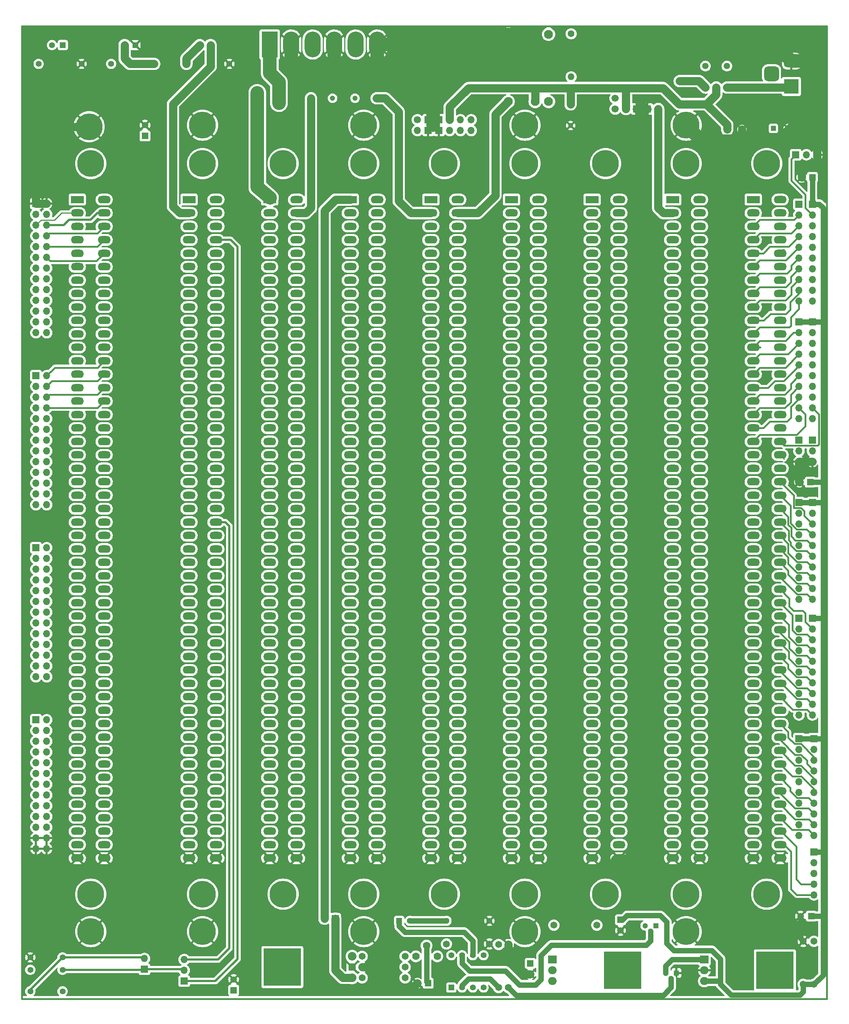
<source format=gtl>
%TF.GenerationSoftware,KiCad,Pcbnew,7.0.5*%
%TF.CreationDate,2024-01-07T16:28:14-06:00*%
%TF.ProjectId,S100-Backplane,53313030-2d42-4616-936b-706c616e652e,rev?*%
%TF.SameCoordinates,Original*%
%TF.FileFunction,Copper,L1,Top*%
%TF.FilePolarity,Positive*%
%FSLAX46Y46*%
G04 Gerber Fmt 4.6, Leading zero omitted, Abs format (unit mm)*
G04 Created by KiCad (PCBNEW 7.0.5) date 2024-01-07 16:28:14*
%MOMM*%
%LPD*%
G01*
G04 APERTURE LIST*
G04 Aperture macros list*
%AMRoundRect*
0 Rectangle with rounded corners*
0 $1 Rounding radius*
0 $2 $3 $4 $5 $6 $7 $8 $9 X,Y pos of 4 corners*
0 Add a 4 corners polygon primitive as box body*
4,1,4,$2,$3,$4,$5,$6,$7,$8,$9,$2,$3,0*
0 Add four circle primitives for the rounded corners*
1,1,$1+$1,$2,$3*
1,1,$1+$1,$4,$5*
1,1,$1+$1,$6,$7*
1,1,$1+$1,$8,$9*
0 Add four rect primitives between the rounded corners*
20,1,$1+$1,$2,$3,$4,$5,0*
20,1,$1+$1,$4,$5,$6,$7,0*
20,1,$1+$1,$6,$7,$8,$9,0*
20,1,$1+$1,$8,$9,$2,$3,0*%
G04 Aperture macros list end*
%TA.AperFunction,ComponentPad*%
%ADD10R,3.048000X1.778000*%
%TD*%
%TA.AperFunction,ComponentPad*%
%ADD11O,3.048000X1.778000*%
%TD*%
%TA.AperFunction,ComponentPad*%
%ADD12C,6.350000*%
%TD*%
%TA.AperFunction,ComponentPad*%
%ADD13R,3.810000X6.096000*%
%TD*%
%TA.AperFunction,ComponentPad*%
%ADD14O,3.810000X6.096000*%
%TD*%
%TA.AperFunction,ComponentPad*%
%ADD15C,1.651000*%
%TD*%
%TA.AperFunction,ComponentPad*%
%ADD16C,1.778000*%
%TD*%
%TA.AperFunction,ComponentPad*%
%ADD17R,1.524000X1.524000*%
%TD*%
%TA.AperFunction,ComponentPad*%
%ADD18C,1.524000*%
%TD*%
%TA.AperFunction,ComponentPad*%
%ADD19R,1.397000X1.397000*%
%TD*%
%TA.AperFunction,ComponentPad*%
%ADD20C,1.397000*%
%TD*%
%TA.AperFunction,ComponentPad*%
%ADD21R,8.890000X8.890000*%
%TD*%
%TA.AperFunction,ComponentPad*%
%ADD22R,1.778000X1.778000*%
%TD*%
%TA.AperFunction,ComponentPad*%
%ADD23C,2.032000*%
%TD*%
%TA.AperFunction,ComponentPad*%
%ADD24R,1.700000X1.700000*%
%TD*%
%TA.AperFunction,ComponentPad*%
%ADD25O,1.700000X1.700000*%
%TD*%
%TA.AperFunction,ComponentPad*%
%ADD26C,1.515000*%
%TD*%
%TA.AperFunction,ComponentPad*%
%ADD27R,1.217000X1.217000*%
%TD*%
%TA.AperFunction,ComponentPad*%
%ADD28C,1.217000*%
%TD*%
%TA.AperFunction,ComponentPad*%
%ADD29C,2.100000*%
%TD*%
%TA.AperFunction,ComponentPad*%
%ADD30C,1.700000*%
%TD*%
%TA.AperFunction,ComponentPad*%
%ADD31R,1.300000X1.300000*%
%TD*%
%TA.AperFunction,ComponentPad*%
%ADD32C,1.300000*%
%TD*%
%TA.AperFunction,ComponentPad*%
%ADD33C,1.200000*%
%TD*%
%TA.AperFunction,ComponentPad*%
%ADD34R,2.000000X1.905000*%
%TD*%
%TA.AperFunction,ComponentPad*%
%ADD35O,2.000000X1.905000*%
%TD*%
%TA.AperFunction,ComponentPad*%
%ADD36C,1.600000*%
%TD*%
%TA.AperFunction,ComponentPad*%
%ADD37O,1.600000X1.600000*%
%TD*%
%TA.AperFunction,ComponentPad*%
%ADD38R,1.200000X1.200000*%
%TD*%
%TA.AperFunction,ComponentPad*%
%ADD39R,3.500000X3.500000*%
%TD*%
%TA.AperFunction,ComponentPad*%
%ADD40RoundRect,0.750000X-1.000000X0.750000X-1.000000X-0.750000X1.000000X-0.750000X1.000000X0.750000X0*%
%TD*%
%TA.AperFunction,ComponentPad*%
%ADD41RoundRect,0.875000X-0.875000X0.875000X-0.875000X-0.875000X0.875000X-0.875000X0.875000X0.875000X0*%
%TD*%
%TA.AperFunction,ComponentPad*%
%ADD42C,1.500000*%
%TD*%
%TA.AperFunction,Conductor*%
%ADD43C,1.905000*%
%TD*%
%TA.AperFunction,Conductor*%
%ADD44C,3.175000*%
%TD*%
%TA.AperFunction,Conductor*%
%ADD45C,0.381000*%
%TD*%
%TA.AperFunction,Conductor*%
%ADD46C,0.250000*%
%TD*%
%TA.AperFunction,Conductor*%
%ADD47C,0.203200*%
%TD*%
%TA.AperFunction,Conductor*%
%ADD48C,1.270000*%
%TD*%
%TA.AperFunction,Conductor*%
%ADD49C,1.016000*%
%TD*%
%TA.AperFunction,Conductor*%
%ADD50C,0.508000*%
%TD*%
%TA.AperFunction,Profile*%
%ADD51C,0.381000*%
%TD*%
G04 APERTURE END LIST*
D10*
%TO.P,U31,1,+8_V*%
%TO.N,/F+8V*%
X141851380Y-115882420D03*
D11*
%TO.P,U31,2,+16_V*%
%TO.N,/F+16V*%
X141851380Y-119057420D03*
%TO.P,U31,3,XRDY*%
%TO.N,/XRDY*%
X141851380Y-122232420D03*
%TO.P,U31,4,VIO\u002A*%
%TO.N,/VI_0*%
X141851380Y-125407420D03*
%TO.P,U31,5,VI1\u002A*%
%TO.N,/VI_1*%
X141851380Y-128582420D03*
%TO.P,U31,6,VI2\u002A*%
%TO.N,/VI_2*%
X141851380Y-131757420D03*
%TO.P,U31,7,VI3\u002A*%
%TO.N,/VI_3*%
X141851380Y-134932420D03*
%TO.P,U31,8,VI4\u002A*%
%TO.N,/VI_4*%
X141851380Y-138107420D03*
%TO.P,U31,9,VI5\u002A*%
%TO.N,/VI_5*%
X141851380Y-141282420D03*
%TO.P,U31,10,VI6\u002A*%
%TO.N,/VI_6*%
X141851380Y-144457420D03*
%TO.P,U31,11,VI7\u002A*%
%TO.N,/VI_7*%
X141851380Y-147632420D03*
%TO.P,U31,12,NMI\u002A*%
%TO.N,/pin_12*%
X141851380Y-150807420D03*
%TO.P,U31,13,PWRFAIL\u002A*%
%TO.N,/pin_13*%
X141851380Y-153982420D03*
%TO.P,U31,14,TMA3\u002A*%
%TO.N,/pin_14*%
X141851380Y-157157420D03*
%TO.P,U31,15,A18*%
%TO.N,/pin_15*%
X141851380Y-160332420D03*
%TO.P,U31,16,A16*%
%TO.N,/pin_16*%
X141851380Y-163507420D03*
%TO.P,U31,17,A17*%
%TO.N,/pin_17*%
X141851380Y-166682420D03*
%TO.P,U31,18,SDSB\u002A*%
%TO.N,/{slash}STADSB*%
X141851380Y-169857420D03*
%TO.P,U31,19,CDSB\u002A*%
%TO.N,/{slash}CCDSB*%
X141851380Y-173032420D03*
%TO.P,U31,20,0_V1*%
%TO.N,/J_UNPROT(T5)*%
X141851380Y-176207420D03*
%TO.P,U31,21,NDEF1*%
%TO.N,/SS*%
X141851380Y-179382420D03*
%TO.P,U31,22,ADSB\u002A*%
%TO.N,/{slash}ADDDSB*%
X141851380Y-182557420D03*
%TO.P,U31,23,DODSB\u002A*%
%TO.N,/{slash}DODSB*%
X141851380Y-185732420D03*
%TO.P,U31,24,PHI*%
%TO.N,/phi2*%
X141851380Y-188907420D03*
%TO.P,U31,25,pSTVAL\u002A*%
%TO.N,/phi1*%
X141851380Y-192082420D03*
%TO.P,U31,26,pHDLA*%
%TO.N,/PHLDA*%
X141851380Y-195257420D03*
%TO.P,U31,27,RFU_1*%
%TO.N,/PWAIT*%
X141851380Y-198432420D03*
%TO.P,U31,28,RFU_2*%
%TO.N,/PINTE*%
X141851380Y-201607420D03*
%TO.P,U31,29,A5*%
%TO.N,/A5*%
X141851380Y-204782420D03*
%TO.P,U31,30,A4*%
%TO.N,/A4*%
X141851380Y-207957420D03*
%TO.P,U31,31,A3*%
%TO.N,/A3*%
X141851380Y-211132420D03*
%TO.P,U31,32,A15*%
%TO.N,/A15*%
X141851380Y-214307420D03*
%TO.P,U31,33,A12*%
%TO.N,/A12*%
X141851380Y-217482420D03*
%TO.P,U31,34,A9*%
%TO.N,/A9*%
X141851380Y-220657420D03*
%TO.P,U31,35,DO1_ED1*%
%TO.N,/DO1*%
X141851380Y-223832420D03*
%TO.P,U31,36,DO0_ED0*%
%TO.N,/DO0*%
X141851380Y-227007420D03*
%TO.P,U31,37,A10*%
%TO.N,/A10*%
X141851380Y-230182420D03*
%TO.P,U31,38,DO4_ED4*%
%TO.N,/DO4*%
X141851380Y-233357420D03*
%TO.P,U31,39,DO5_ED5*%
%TO.N,/DO5*%
X141851380Y-236532420D03*
%TO.P,U31,40,DO6_ED6*%
%TO.N,/DO6*%
X141851380Y-239707420D03*
%TO.P,U31,41,D12_OD2*%
%TO.N,/DI2*%
X141851380Y-242882420D03*
%TO.P,U31,42,D13_OD3*%
%TO.N,/DI3*%
X141851380Y-246057420D03*
%TO.P,U31,43,D17_OD7*%
%TO.N,/DI7*%
X141851380Y-249232420D03*
%TO.P,U31,44,sM1*%
%TO.N,/SM1*%
X141851380Y-252407420D03*
%TO.P,U31,45,sOUT*%
%TO.N,/SOUT*%
X141851380Y-255582420D03*
%TO.P,U31,46,sINP*%
%TO.N,/SINP*%
X141851380Y-258757420D03*
%TO.P,U31,47,sMEMR*%
%TO.N,/SMEMR*%
X141851380Y-261932420D03*
%TO.P,U31,48,sHLTA*%
%TO.N,/SHLTA*%
X141851380Y-265107420D03*
%TO.P,U31,49,CLOCK*%
%TO.N,/{slash}CLOCK*%
X141851380Y-268282420D03*
%TO.P,U31,50,0_V2*%
%TO.N,GND*%
X141851380Y-271457420D03*
%TO.P,U31,51,+8_V*%
%TO.N,/F+8V*%
X148201380Y-115882420D03*
%TO.P,U31,52,-16_V*%
%TO.N,/F-16V*%
X148201380Y-119057420D03*
%TO.P,U31,53,0_V3*%
%TO.N,/{slash}J_SSW_DSBL*%
X148201380Y-122232420D03*
%TO.P,U31,54,SLAVE_CLR\u002A*%
%TO.N,/{slash}EXTCLR*%
X148201380Y-125407420D03*
%TO.P,U31,55,TMA0\u002A*%
%TO.N,/RTC(---)*%
X148201380Y-128582420D03*
%TO.P,U31,56,TMA1\u002A*%
%TO.N,/{slash}STSTB(---)*%
X148201380Y-131757420D03*
%TO.P,U31,57,TMA2\u002A*%
%TO.N,/DIG1(---)*%
X148201380Y-134932420D03*
%TO.P,U31,58,sXTRQ\u002A*%
%TO.N,/FRDY(---)*%
X148201380Y-138107420D03*
%TO.P,U31,59,A19*%
%TO.N,/pin_59*%
X148201380Y-141282420D03*
%TO.P,U31,60,SIXTN\u002A*%
%TO.N,/pin_60*%
X148201380Y-144457420D03*
%TO.P,U31,61,A20*%
%TO.N,/pin_61*%
X148201380Y-147632420D03*
%TO.P,U31,62,A21*%
%TO.N,/pin_62*%
X148201380Y-150807420D03*
%TO.P,U31,63,A22*%
%TO.N,/pin_63*%
X148201380Y-153982420D03*
%TO.P,U31,64,A23*%
%TO.N,/pin_64*%
X148201380Y-157157420D03*
%TO.P,U31,65,NDEF2*%
%TO.N,/pin_65*%
X148201380Y-160332420D03*
%TO.P,U31,66,NDEF3*%
%TO.N,/pin_66*%
X148201380Y-163507420D03*
%TO.P,U31,67,PHANTOM\u002A*%
%TO.N,/---({slash}PHANT)*%
X148201380Y-166682420D03*
%TO.P,U31,68,MWRT*%
%TO.N,/MWRT*%
X148201380Y-169857420D03*
%TO.P,U31,69,RFU3*%
%TO.N,/{slash}PS(---)*%
X148201380Y-173032420D03*
%TO.P,U31,70,0_V4*%
%TO.N,/J_PROT(GND)*%
X148201380Y-176207420D03*
%TO.P,U31,71,RFU4*%
%TO.N,/RUN*%
X148201380Y-179382420D03*
%TO.P,U31,72,RDY*%
%TO.N,/PRDY*%
X148201380Y-182557420D03*
%TO.P,U31,73,INT\u002A*%
%TO.N,/{slash}PINT*%
X148201380Y-185732420D03*
%TO.P,U31,74,HOLD\u002A*%
%TO.N,/{slash}PHOLD*%
X148201380Y-188907420D03*
%TO.P,U31,75,RESET\u002A*%
%TO.N,/{slash}PRESET*%
X148201380Y-192082420D03*
%TO.P,U31,76,pSYNC*%
%TO.N,/PSYNC*%
X148201380Y-195257420D03*
%TO.P,U31,77,pWR\u002A*%
%TO.N,/{slash}PWR*%
X148201380Y-198432420D03*
%TO.P,U31,78,pDBIN*%
%TO.N,/PDBIN*%
X148201380Y-201607420D03*
%TO.P,U31,79,A0*%
%TO.N,/A0*%
X148201380Y-204782420D03*
%TO.P,U31,80,A1*%
%TO.N,/A1*%
X148201380Y-207957420D03*
%TO.P,U31,81,A2*%
%TO.N,/A2*%
X148201380Y-211132420D03*
%TO.P,U31,82,A6*%
%TO.N,/A6*%
X148201380Y-214307420D03*
%TO.P,U31,83,A7*%
%TO.N,/A7*%
X148201380Y-217482420D03*
%TO.P,U31,84,A8*%
%TO.N,/A8*%
X148201380Y-220657420D03*
%TO.P,U31,85,A13*%
%TO.N,/A13*%
X148201380Y-223832420D03*
%TO.P,U31,86,A14*%
%TO.N,/A14*%
X148201380Y-227007420D03*
%TO.P,U31,87,A11*%
%TO.N,/A11*%
X148201380Y-230182420D03*
%TO.P,U31,88,DO2_ED2*%
%TO.N,/DO2*%
X148201380Y-233357420D03*
%TO.P,U31,89,DO3_ED3*%
%TO.N,/DO3*%
X148201380Y-236532420D03*
%TO.P,U31,90,DO7_ED7*%
%TO.N,/DO7*%
X148201380Y-239707420D03*
%TO.P,U31,91,DI4_OD4*%
%TO.N,/DI4*%
X148201380Y-242882420D03*
%TO.P,U31,92,DI5_OD5*%
%TO.N,/DI5*%
X148201380Y-246057420D03*
%TO.P,U31,93,DI6_OD6*%
%TO.N,/DI6*%
X148201380Y-249232420D03*
%TO.P,U31,94,DI1_OD1*%
%TO.N,/DI1*%
X148201380Y-252407420D03*
%TO.P,U31,95,DI1_OD1*%
%TO.N,/DI0*%
X148201380Y-255582420D03*
%TO.P,U31,96,sINTA*%
%TO.N,/SINTA*%
X148201380Y-258757420D03*
%TO.P,U31,97,sWO\u002A*%
%TO.N,/{slash}SWO*%
X148201380Y-261932420D03*
%TO.P,U31,98,ERROR\u002A*%
%TO.N,/SSTACK*%
X148201380Y-265107420D03*
%TO.P,U31,99,POC\u002A*%
%TO.N,/{slash}POC*%
X148201380Y-268282420D03*
%TO.P,U31,100,0_V5*%
%TO.N,GND*%
X148201380Y-271457420D03*
D12*
%TO.P,U31,101*%
%TO.N,N/C*%
X145026380Y-107373420D03*
%TO.P,U31,102*%
X145026380Y-279966420D03*
%TD*%
D13*
%TO.P,P1,1,1*%
%TO.N,/+8_V*%
X187325000Y-79248000D03*
D14*
%TO.P,P1,2,2*%
%TO.N,GND*%
X192405000Y-79248000D03*
%TO.P,P1,3,3*%
%TO.N,/-16_V*%
X197485000Y-79248000D03*
%TO.P,P1,4,4*%
%TO.N,GND*%
X202565000Y-79248000D03*
%TO.P,P1,5,5*%
%TO.N,/+18_V*%
X207645000Y-79248000D03*
%TO.P,P1,6,6*%
%TO.N,GND*%
X212725000Y-79248000D03*
%TD*%
D12*
%TO.P,P9,1,1*%
%TO.N,GND*%
X209550000Y-98298000D03*
%TD*%
D15*
%TO.P,R9,1*%
%TO.N,Net-(R1-Pad1)*%
X219329000Y-294640000D03*
%TO.P,R9,2*%
%TO.N,/VCC*%
X209169000Y-294640000D03*
%TD*%
D16*
%TO.P,R1,1,1*%
%TO.N,Net-(R1-Pad1)*%
X221869000Y-294640000D03*
%TO.P,R1,2,2*%
%TO.N,Net-(C2-Pad1)*%
X224409000Y-292100000D03*
%TO.P,R1,3,3*%
%TO.N,Net-(R1-Pad3)*%
X226949000Y-294640000D03*
%TD*%
D15*
%TO.P,R10,1*%
%TO.N,Net-(R1-Pad3)*%
X219329000Y-297180000D03*
%TO.P,R10,2*%
%TO.N,GND*%
X209169000Y-297180000D03*
%TD*%
D17*
%TO.P,C2,1*%
%TO.N,Net-(C2-Pad1)*%
X224790000Y-300990000D03*
D18*
%TO.P,C2,2*%
%TO.N,GND*%
X222250000Y-300990000D03*
%TD*%
D19*
%TO.P,IC2,1,FIN*%
%TO.N,unconnected-(IC2-FIN-Pad1)*%
X230251000Y-302006000D03*
D20*
%TO.P,IC2,2,MINUS*%
%TO.N,Net-(IC2-MINUS-Pad2)*%
X232791000Y-302006000D03*
%TO.P,IC2,3,PLUS*%
%TO.N,Net-(C2-Pad1)*%
X235331000Y-302006000D03*
%TO.P,IC2,4,MINUS*%
%TO.N,Net-(IC2-MINUS-Pad4)*%
X237871000Y-302006000D03*
%TO.P,IC2,5,FOUT*%
%TO.N,unconnected-(IC2-FOUT-Pad5)*%
X237871000Y-294386000D03*
%TO.P,IC2,6,OUTPUT*%
%TO.N,/Vacc*%
X235331000Y-294386000D03*
%TO.P,IC2,7,PLUS*%
%TO.N,Net-(Q1-B)*%
X232791000Y-294386000D03*
%TO.P,IC2,8,FIN*%
%TO.N,Net-(IC2-FIN-Pad8)*%
X230251000Y-294386000D03*
%TD*%
D15*
%TO.P,R4,1*%
%TO.N,/Vacc*%
X241427000Y-291846000D03*
%TO.P,R4,2*%
%TO.N,Net-(IC2-MINUS-Pad2)*%
X241427000Y-302006000D03*
%TD*%
%TO.P,R5,1*%
%TO.N,/J_F+8V*%
X209169000Y-299720000D03*
%TO.P,R5,2*%
%TO.N,Net-(Q1-B)*%
X219329000Y-299720000D03*
%TD*%
%TO.P,R3,1*%
%TO.N,Net-(IC2-MINUS-Pad4)*%
X243713000Y-302006000D03*
%TO.P,R3,2*%
%TO.N,GND*%
X243713000Y-291846000D03*
%TD*%
%TO.P,R2,1*%
%TO.N,Net-(IC2-FIN-Pad8)*%
X229108000Y-291719000D03*
%TO.P,R2,2*%
%TO.N,GND*%
X239268000Y-291719000D03*
%TD*%
%TO.P,R7,1*%
%TO.N,/Vacc*%
X315976000Y-301244000D03*
%TO.P,R7,2*%
%TO.N,Net-(Q4-B)*%
X315976000Y-291084000D03*
%TD*%
%TO.P,R6,1*%
%TO.N,Net-(Q1-C)*%
X254508000Y-287274000D03*
%TO.P,R6,2*%
%TO.N,/Vacc*%
X264668000Y-287274000D03*
%TD*%
%TO.P,R8,1*%
%TO.N,/Vacc*%
X313436000Y-301244000D03*
%TO.P,R8,2*%
%TO.N,GND*%
X313436000Y-291084000D03*
%TD*%
D17*
%TO.P,C8,1*%
%TO.N,/F+8V*%
X157861000Y-100838000D03*
D18*
%TO.P,C8,2*%
%TO.N,GND*%
X157861000Y-98298000D03*
%TD*%
D17*
%TO.P,C7,1*%
%TO.N,/Vacc*%
X315595000Y-110617000D03*
D18*
%TO.P,C7,2*%
%TO.N,GND*%
X313055000Y-110617000D03*
%TD*%
D17*
%TO.P,C6,1*%
%TO.N,/Vacc*%
X315087000Y-182626000D03*
D18*
%TO.P,C6,2*%
%TO.N,GND*%
X312547000Y-182626000D03*
%TD*%
D21*
%TO.P,IC1,4*%
%TO.N,N/C*%
X190309500Y-297180000D03*
D22*
%TO.P,IC1,GND,GND*%
%TO.N,GND*%
X206819500Y-297180000D03*
D23*
%TO.P,IC1,VI,VI*%
%TO.N,/J_F+8V*%
X206819500Y-299720000D03*
%TO.P,IC1,VO,VO*%
%TO.N,/VCC*%
X206819500Y-294640000D03*
%TD*%
D20*
%TO.P,R16,1*%
%TO.N,Net-(D2-K)*%
X167640000Y-83820000D03*
%TO.P,R16,2*%
%TO.N,GND*%
X177800000Y-83820000D03*
%TD*%
%TO.P,R15,1*%
%TO.N,Net-(D1-K)*%
X132715000Y-83820000D03*
%TO.P,R15,2*%
%TO.N,GND*%
X142875000Y-83820000D03*
%TD*%
%TO.P,R18,1*%
%TO.N,Net-(P12-PM)*%
X138366500Y-294894000D03*
%TO.P,R18,2*%
%TO.N,GND*%
X130746500Y-294894000D03*
%TD*%
%TO.P,R17,1*%
%TO.N,Net-(D3-K)*%
X160020000Y-83820000D03*
%TO.P,R17,2*%
%TO.N,/-16_V*%
X149860000Y-83820000D03*
%TD*%
%TO.P,SW1,1,1*%
%TO.N,Net-(P12-PM)*%
X138366500Y-302895000D03*
X130746500Y-302895000D03*
%TO.P,SW1,2,2*%
%TO.N,Net-(K1-PM)*%
X138366500Y-297815000D03*
X130746500Y-297815000D03*
%TD*%
D19*
%TO.P,D1,1,A*%
%TO.N,/F+8V*%
X138430000Y-79375000D03*
D20*
%TO.P,D1,2,K*%
%TO.N,Net-(D1-K)*%
X135890000Y-79375000D03*
%TD*%
D19*
%TO.P,D3,1,A*%
%TO.N,GND*%
X155575000Y-79375000D03*
D20*
%TO.P,D3,2,K*%
%TO.N,Net-(D3-K)*%
X153035000Y-79375000D03*
%TD*%
D19*
%TO.P,D2,1,A*%
%TO.N,/F+16V*%
X173355000Y-79375000D03*
D20*
%TO.P,D2,2,K*%
%TO.N,Net-(D2-K)*%
X170815000Y-79375000D03*
%TD*%
D24*
%TO.P,JP2,1,A*%
%TO.N,/{slash}SSW_DSBL*%
X311658000Y-105283000D03*
D25*
%TO.P,JP2,2,C*%
%TO.N,/{slash}J_SSW_DSBL*%
X314198000Y-105283000D03*
%TO.P,JP2,3,B*%
%TO.N,GND*%
X316738000Y-105283000D03*
%TD*%
D24*
%TO.P,JP1,1,A*%
%TO.N,/UNPROT(T5)*%
X312420000Y-172720000D03*
D25*
%TO.P,JP1,2,C*%
%TO.N,/J_UNPROT(T5)*%
X312420000Y-175260000D03*
%TO.P,JP1,3,B*%
%TO.N,GND*%
X312420000Y-177800000D03*
%TD*%
D24*
%TO.P,JP3,1,A*%
%TO.N,/PROT(GND)*%
X315595000Y-172720000D03*
D25*
%TO.P,JP3,2,C*%
%TO.N,/J_PROT(GND)*%
X315595000Y-175260000D03*
%TO.P,JP3,3,B*%
%TO.N,GND*%
X315595000Y-177800000D03*
%TD*%
D10*
%TO.P,U32,1,+8_V*%
%TO.N,/F+8V*%
X168269920Y-115882420D03*
D11*
%TO.P,U32,2,+16_V*%
%TO.N,/F+16V*%
X168269920Y-119057420D03*
%TO.P,U32,3,XRDY*%
%TO.N,/XRDY*%
X168269920Y-122232420D03*
%TO.P,U32,4,VIO\u002A*%
%TO.N,/VI_0*%
X168269920Y-125407420D03*
%TO.P,U32,5,VI1\u002A*%
%TO.N,/VI_1*%
X168269920Y-128582420D03*
%TO.P,U32,6,VI2\u002A*%
%TO.N,/VI_2*%
X168269920Y-131757420D03*
%TO.P,U32,7,VI3\u002A*%
%TO.N,/VI_3*%
X168269920Y-134932420D03*
%TO.P,U32,8,VI4\u002A*%
%TO.N,/VI_4*%
X168269920Y-138107420D03*
%TO.P,U32,9,VI5\u002A*%
%TO.N,/VI_5*%
X168269920Y-141282420D03*
%TO.P,U32,10,VI6\u002A*%
%TO.N,/VI_6*%
X168269920Y-144457420D03*
%TO.P,U32,11,VI7\u002A*%
%TO.N,/VI_7*%
X168269920Y-147632420D03*
%TO.P,U32,12,NMI\u002A*%
%TO.N,/pin_12*%
X168269920Y-150807420D03*
%TO.P,U32,13,PWRFAIL\u002A*%
%TO.N,/pin_13*%
X168269920Y-153982420D03*
%TO.P,U32,14,TMA3\u002A*%
%TO.N,/pin_14*%
X168269920Y-157157420D03*
%TO.P,U32,15,A18*%
%TO.N,/pin_15*%
X168269920Y-160332420D03*
%TO.P,U32,16,A16*%
%TO.N,/pin_16*%
X168269920Y-163507420D03*
%TO.P,U32,17,A17*%
%TO.N,/pin_17*%
X168269920Y-166682420D03*
%TO.P,U32,18,SDSB\u002A*%
%TO.N,/{slash}STADSB*%
X168269920Y-169857420D03*
%TO.P,U32,19,CDSB\u002A*%
%TO.N,/{slash}CCDSB*%
X168269920Y-173032420D03*
%TO.P,U32,20,0_V1*%
%TO.N,/J_UNPROT(T5)*%
X168269920Y-176207420D03*
%TO.P,U32,21,NDEF1*%
%TO.N,/SS*%
X168269920Y-179382420D03*
%TO.P,U32,22,ADSB\u002A*%
%TO.N,/{slash}ADDDSB*%
X168269920Y-182557420D03*
%TO.P,U32,23,DODSB\u002A*%
%TO.N,/{slash}DODSB*%
X168269920Y-185732420D03*
%TO.P,U32,24,PHI*%
%TO.N,/phi2*%
X168269920Y-188907420D03*
%TO.P,U32,25,pSTVAL\u002A*%
%TO.N,/phi1*%
X168269920Y-192082420D03*
%TO.P,U32,26,pHDLA*%
%TO.N,/PHLDA*%
X168269920Y-195257420D03*
%TO.P,U32,27,RFU_1*%
%TO.N,/PWAIT*%
X168269920Y-198432420D03*
%TO.P,U32,28,RFU_2*%
%TO.N,/PINTE*%
X168269920Y-201607420D03*
%TO.P,U32,29,A5*%
%TO.N,/A5*%
X168269920Y-204782420D03*
%TO.P,U32,30,A4*%
%TO.N,/A4*%
X168269920Y-207957420D03*
%TO.P,U32,31,A3*%
%TO.N,/A3*%
X168269920Y-211132420D03*
%TO.P,U32,32,A15*%
%TO.N,/A15*%
X168269920Y-214307420D03*
%TO.P,U32,33,A12*%
%TO.N,/A12*%
X168269920Y-217482420D03*
%TO.P,U32,34,A9*%
%TO.N,/A9*%
X168269920Y-220657420D03*
%TO.P,U32,35,DO1_ED1*%
%TO.N,/DO1*%
X168269920Y-223832420D03*
%TO.P,U32,36,DO0_ED0*%
%TO.N,/DO0*%
X168269920Y-227007420D03*
%TO.P,U32,37,A10*%
%TO.N,/A10*%
X168269920Y-230182420D03*
%TO.P,U32,38,DO4_ED4*%
%TO.N,/DO4*%
X168269920Y-233357420D03*
%TO.P,U32,39,DO5_ED5*%
%TO.N,/DO5*%
X168269920Y-236532420D03*
%TO.P,U32,40,DO6_ED6*%
%TO.N,/DO6*%
X168269920Y-239707420D03*
%TO.P,U32,41,D12_OD2*%
%TO.N,/DI2*%
X168269920Y-242882420D03*
%TO.P,U32,42,D13_OD3*%
%TO.N,/DI3*%
X168269920Y-246057420D03*
%TO.P,U32,43,D17_OD7*%
%TO.N,/DI7*%
X168269920Y-249232420D03*
%TO.P,U32,44,sM1*%
%TO.N,/SM1*%
X168269920Y-252407420D03*
%TO.P,U32,45,sOUT*%
%TO.N,/SOUT*%
X168269920Y-255582420D03*
%TO.P,U32,46,sINP*%
%TO.N,/SINP*%
X168269920Y-258757420D03*
%TO.P,U32,47,sMEMR*%
%TO.N,/SMEMR*%
X168269920Y-261932420D03*
%TO.P,U32,48,sHLTA*%
%TO.N,/SHLTA*%
X168269920Y-265107420D03*
%TO.P,U32,49,CLOCK*%
%TO.N,/{slash}CLOCK*%
X168269920Y-268282420D03*
%TO.P,U32,50,0_V2*%
%TO.N,GND*%
X168269920Y-271457420D03*
%TO.P,U32,51,+8_V*%
%TO.N,/F+8V*%
X174619920Y-115882420D03*
%TO.P,U32,52,-16_V*%
%TO.N,/F-16V*%
X174619920Y-119057420D03*
%TO.P,U32,53,0_V3*%
%TO.N,/{slash}J_SSW_DSBL*%
X174619920Y-122232420D03*
%TO.P,U32,54,SLAVE_CLR\u002A*%
%TO.N,/{slash}EXTCLR*%
X174619920Y-125407420D03*
%TO.P,U32,55,TMA0\u002A*%
%TO.N,/RTC(---)*%
X174619920Y-128582420D03*
%TO.P,U32,56,TMA1\u002A*%
%TO.N,/{slash}STSTB(---)*%
X174619920Y-131757420D03*
%TO.P,U32,57,TMA2\u002A*%
%TO.N,/DIG1(---)*%
X174619920Y-134932420D03*
%TO.P,U32,58,sXTRQ\u002A*%
%TO.N,/FRDY(---)*%
X174619920Y-138107420D03*
%TO.P,U32,59,A19*%
%TO.N,/pin_59*%
X174619920Y-141282420D03*
%TO.P,U32,60,SIXTN\u002A*%
%TO.N,/pin_60*%
X174619920Y-144457420D03*
%TO.P,U32,61,A20*%
%TO.N,/pin_61*%
X174619920Y-147632420D03*
%TO.P,U32,62,A21*%
%TO.N,/pin_62*%
X174619920Y-150807420D03*
%TO.P,U32,63,A22*%
%TO.N,/pin_63*%
X174619920Y-153982420D03*
%TO.P,U32,64,A23*%
%TO.N,/pin_64*%
X174619920Y-157157420D03*
%TO.P,U32,65,NDEF2*%
%TO.N,/pin_65*%
X174619920Y-160332420D03*
%TO.P,U32,66,NDEF3*%
%TO.N,/pin_66*%
X174619920Y-163507420D03*
%TO.P,U32,67,PHANTOM\u002A*%
%TO.N,/---({slash}PHANT)*%
X174619920Y-166682420D03*
%TO.P,U32,68,MWRT*%
%TO.N,/MWRT*%
X174619920Y-169857420D03*
%TO.P,U32,69,RFU3*%
%TO.N,/{slash}PS(---)*%
X174619920Y-173032420D03*
%TO.P,U32,70,0_V4*%
%TO.N,/J_PROT(GND)*%
X174619920Y-176207420D03*
%TO.P,U32,71,RFU4*%
%TO.N,/RUN*%
X174619920Y-179382420D03*
%TO.P,U32,72,RDY*%
%TO.N,/PRDY*%
X174619920Y-182557420D03*
%TO.P,U32,73,INT\u002A*%
%TO.N,/{slash}PINT*%
X174619920Y-185732420D03*
%TO.P,U32,74,HOLD\u002A*%
%TO.N,/{slash}PHOLD*%
X174619920Y-188907420D03*
%TO.P,U32,75,RESET\u002A*%
%TO.N,/{slash}PRESET*%
X174619920Y-192082420D03*
%TO.P,U32,76,pSYNC*%
%TO.N,/PSYNC*%
X174619920Y-195257420D03*
%TO.P,U32,77,pWR\u002A*%
%TO.N,/{slash}PWR*%
X174619920Y-198432420D03*
%TO.P,U32,78,pDBIN*%
%TO.N,/PDBIN*%
X174619920Y-201607420D03*
%TO.P,U32,79,A0*%
%TO.N,/A0*%
X174619920Y-204782420D03*
%TO.P,U32,80,A1*%
%TO.N,/A1*%
X174619920Y-207957420D03*
%TO.P,U32,81,A2*%
%TO.N,/A2*%
X174619920Y-211132420D03*
%TO.P,U32,82,A6*%
%TO.N,/A6*%
X174619920Y-214307420D03*
%TO.P,U32,83,A7*%
%TO.N,/A7*%
X174619920Y-217482420D03*
%TO.P,U32,84,A8*%
%TO.N,/A8*%
X174619920Y-220657420D03*
%TO.P,U32,85,A13*%
%TO.N,/A13*%
X174619920Y-223832420D03*
%TO.P,U32,86,A14*%
%TO.N,/A14*%
X174619920Y-227007420D03*
%TO.P,U32,87,A11*%
%TO.N,/A11*%
X174619920Y-230182420D03*
%TO.P,U32,88,DO2_ED2*%
%TO.N,/DO2*%
X174619920Y-233357420D03*
%TO.P,U32,89,DO3_ED3*%
%TO.N,/DO3*%
X174619920Y-236532420D03*
%TO.P,U32,90,DO7_ED7*%
%TO.N,/DO7*%
X174619920Y-239707420D03*
%TO.P,U32,91,DI4_OD4*%
%TO.N,/DI4*%
X174619920Y-242882420D03*
%TO.P,U32,92,DI5_OD5*%
%TO.N,/DI5*%
X174619920Y-246057420D03*
%TO.P,U32,93,DI6_OD6*%
%TO.N,/DI6*%
X174619920Y-249232420D03*
%TO.P,U32,94,DI1_OD1*%
%TO.N,/DI1*%
X174619920Y-252407420D03*
%TO.P,U32,95,DI1_OD1*%
%TO.N,/DI0*%
X174619920Y-255582420D03*
%TO.P,U32,96,sINTA*%
%TO.N,/SINTA*%
X174619920Y-258757420D03*
%TO.P,U32,97,sWO\u002A*%
%TO.N,/{slash}SWO*%
X174619920Y-261932420D03*
%TO.P,U32,98,ERROR\u002A*%
%TO.N,/SSTACK*%
X174619920Y-265107420D03*
%TO.P,U32,99,POC\u002A*%
%TO.N,/{slash}POC*%
X174619920Y-268282420D03*
%TO.P,U32,100,0_V5*%
%TO.N,GND*%
X174619920Y-271457420D03*
D12*
%TO.P,U32,101*%
%TO.N,N/C*%
X171444920Y-107373420D03*
%TO.P,U32,102*%
X171444920Y-279966420D03*
%TD*%
D10*
%TO.P,U33,1,+8_V*%
%TO.N,/F+8V*%
X187319920Y-115882420D03*
D11*
%TO.P,U33,2,+16_V*%
%TO.N,/F+16V*%
X187319920Y-119057420D03*
%TO.P,U33,3,XRDY*%
%TO.N,/XRDY*%
X187319920Y-122232420D03*
%TO.P,U33,4,VIO\u002A*%
%TO.N,/VI_0*%
X187319920Y-125407420D03*
%TO.P,U33,5,VI1\u002A*%
%TO.N,/VI_1*%
X187319920Y-128582420D03*
%TO.P,U33,6,VI2\u002A*%
%TO.N,/VI_2*%
X187319920Y-131757420D03*
%TO.P,U33,7,VI3\u002A*%
%TO.N,/VI_3*%
X187319920Y-134932420D03*
%TO.P,U33,8,VI4\u002A*%
%TO.N,/VI_4*%
X187319920Y-138107420D03*
%TO.P,U33,9,VI5\u002A*%
%TO.N,/VI_5*%
X187319920Y-141282420D03*
%TO.P,U33,10,VI6\u002A*%
%TO.N,/VI_6*%
X187319920Y-144457420D03*
%TO.P,U33,11,VI7\u002A*%
%TO.N,/VI_7*%
X187319920Y-147632420D03*
%TO.P,U33,12,NMI\u002A*%
%TO.N,/pin_12*%
X187319920Y-150807420D03*
%TO.P,U33,13,PWRFAIL\u002A*%
%TO.N,/pin_13*%
X187319920Y-153982420D03*
%TO.P,U33,14,TMA3\u002A*%
%TO.N,/pin_14*%
X187319920Y-157157420D03*
%TO.P,U33,15,A18*%
%TO.N,/pin_15*%
X187319920Y-160332420D03*
%TO.P,U33,16,A16*%
%TO.N,/pin_16*%
X187319920Y-163507420D03*
%TO.P,U33,17,A17*%
%TO.N,/pin_17*%
X187319920Y-166682420D03*
%TO.P,U33,18,SDSB\u002A*%
%TO.N,/{slash}STADSB*%
X187319920Y-169857420D03*
%TO.P,U33,19,CDSB\u002A*%
%TO.N,/{slash}CCDSB*%
X187319920Y-173032420D03*
%TO.P,U33,20,0_V1*%
%TO.N,/J_UNPROT(T5)*%
X187319920Y-176207420D03*
%TO.P,U33,21,NDEF1*%
%TO.N,/SS*%
X187319920Y-179382420D03*
%TO.P,U33,22,ADSB\u002A*%
%TO.N,/{slash}ADDDSB*%
X187319920Y-182557420D03*
%TO.P,U33,23,DODSB\u002A*%
%TO.N,/{slash}DODSB*%
X187319920Y-185732420D03*
%TO.P,U33,24,PHI*%
%TO.N,/phi2*%
X187319920Y-188907420D03*
%TO.P,U33,25,pSTVAL\u002A*%
%TO.N,/phi1*%
X187319920Y-192082420D03*
%TO.P,U33,26,pHDLA*%
%TO.N,/PHLDA*%
X187319920Y-195257420D03*
%TO.P,U33,27,RFU_1*%
%TO.N,/PWAIT*%
X187319920Y-198432420D03*
%TO.P,U33,28,RFU_2*%
%TO.N,/PINTE*%
X187319920Y-201607420D03*
%TO.P,U33,29,A5*%
%TO.N,/A5*%
X187319920Y-204782420D03*
%TO.P,U33,30,A4*%
%TO.N,/A4*%
X187319920Y-207957420D03*
%TO.P,U33,31,A3*%
%TO.N,/A3*%
X187319920Y-211132420D03*
%TO.P,U33,32,A15*%
%TO.N,/A15*%
X187319920Y-214307420D03*
%TO.P,U33,33,A12*%
%TO.N,/A12*%
X187319920Y-217482420D03*
%TO.P,U33,34,A9*%
%TO.N,/A9*%
X187319920Y-220657420D03*
%TO.P,U33,35,DO1_ED1*%
%TO.N,/DO1*%
X187319920Y-223832420D03*
%TO.P,U33,36,DO0_ED0*%
%TO.N,/DO0*%
X187319920Y-227007420D03*
%TO.P,U33,37,A10*%
%TO.N,/A10*%
X187319920Y-230182420D03*
%TO.P,U33,38,DO4_ED4*%
%TO.N,/DO4*%
X187319920Y-233357420D03*
%TO.P,U33,39,DO5_ED5*%
%TO.N,/DO5*%
X187319920Y-236532420D03*
%TO.P,U33,40,DO6_ED6*%
%TO.N,/DO6*%
X187319920Y-239707420D03*
%TO.P,U33,41,D12_OD2*%
%TO.N,/DI2*%
X187319920Y-242882420D03*
%TO.P,U33,42,D13_OD3*%
%TO.N,/DI3*%
X187319920Y-246057420D03*
%TO.P,U33,43,D17_OD7*%
%TO.N,/DI7*%
X187319920Y-249232420D03*
%TO.P,U33,44,sM1*%
%TO.N,/SM1*%
X187319920Y-252407420D03*
%TO.P,U33,45,sOUT*%
%TO.N,/SOUT*%
X187319920Y-255582420D03*
%TO.P,U33,46,sINP*%
%TO.N,/SINP*%
X187319920Y-258757420D03*
%TO.P,U33,47,sMEMR*%
%TO.N,/SMEMR*%
X187319920Y-261932420D03*
%TO.P,U33,48,sHLTA*%
%TO.N,/SHLTA*%
X187319920Y-265107420D03*
%TO.P,U33,49,CLOCK*%
%TO.N,/{slash}CLOCK*%
X187319920Y-268282420D03*
%TO.P,U33,50,0_V2*%
%TO.N,GND*%
X187319920Y-271457420D03*
%TO.P,U33,51,+8_V*%
%TO.N,/F+8V*%
X193669920Y-115882420D03*
%TO.P,U33,52,-16_V*%
%TO.N,/F-16V*%
X193669920Y-119057420D03*
%TO.P,U33,53,0_V3*%
%TO.N,/{slash}J_SSW_DSBL*%
X193669920Y-122232420D03*
%TO.P,U33,54,SLAVE_CLR\u002A*%
%TO.N,/{slash}EXTCLR*%
X193669920Y-125407420D03*
%TO.P,U33,55,TMA0\u002A*%
%TO.N,/RTC(---)*%
X193669920Y-128582420D03*
%TO.P,U33,56,TMA1\u002A*%
%TO.N,/{slash}STSTB(---)*%
X193669920Y-131757420D03*
%TO.P,U33,57,TMA2\u002A*%
%TO.N,/DIG1(---)*%
X193669920Y-134932420D03*
%TO.P,U33,58,sXTRQ\u002A*%
%TO.N,/FRDY(---)*%
X193669920Y-138107420D03*
%TO.P,U33,59,A19*%
%TO.N,/pin_59*%
X193669920Y-141282420D03*
%TO.P,U33,60,SIXTN\u002A*%
%TO.N,/pin_60*%
X193669920Y-144457420D03*
%TO.P,U33,61,A20*%
%TO.N,/pin_61*%
X193669920Y-147632420D03*
%TO.P,U33,62,A21*%
%TO.N,/pin_62*%
X193669920Y-150807420D03*
%TO.P,U33,63,A22*%
%TO.N,/pin_63*%
X193669920Y-153982420D03*
%TO.P,U33,64,A23*%
%TO.N,/pin_64*%
X193669920Y-157157420D03*
%TO.P,U33,65,NDEF2*%
%TO.N,/pin_65*%
X193669920Y-160332420D03*
%TO.P,U33,66,NDEF3*%
%TO.N,/pin_66*%
X193669920Y-163507420D03*
%TO.P,U33,67,PHANTOM\u002A*%
%TO.N,/---({slash}PHANT)*%
X193669920Y-166682420D03*
%TO.P,U33,68,MWRT*%
%TO.N,/MWRT*%
X193669920Y-169857420D03*
%TO.P,U33,69,RFU3*%
%TO.N,/{slash}PS(---)*%
X193669920Y-173032420D03*
%TO.P,U33,70,0_V4*%
%TO.N,/J_PROT(GND)*%
X193669920Y-176207420D03*
%TO.P,U33,71,RFU4*%
%TO.N,/RUN*%
X193669920Y-179382420D03*
%TO.P,U33,72,RDY*%
%TO.N,/PRDY*%
X193669920Y-182557420D03*
%TO.P,U33,73,INT\u002A*%
%TO.N,/{slash}PINT*%
X193669920Y-185732420D03*
%TO.P,U33,74,HOLD\u002A*%
%TO.N,/{slash}PHOLD*%
X193669920Y-188907420D03*
%TO.P,U33,75,RESET\u002A*%
%TO.N,/{slash}PRESET*%
X193669920Y-192082420D03*
%TO.P,U33,76,pSYNC*%
%TO.N,/PSYNC*%
X193669920Y-195257420D03*
%TO.P,U33,77,pWR\u002A*%
%TO.N,/{slash}PWR*%
X193669920Y-198432420D03*
%TO.P,U33,78,pDBIN*%
%TO.N,/PDBIN*%
X193669920Y-201607420D03*
%TO.P,U33,79,A0*%
%TO.N,/A0*%
X193669920Y-204782420D03*
%TO.P,U33,80,A1*%
%TO.N,/A1*%
X193669920Y-207957420D03*
%TO.P,U33,81,A2*%
%TO.N,/A2*%
X193669920Y-211132420D03*
%TO.P,U33,82,A6*%
%TO.N,/A6*%
X193669920Y-214307420D03*
%TO.P,U33,83,A7*%
%TO.N,/A7*%
X193669920Y-217482420D03*
%TO.P,U33,84,A8*%
%TO.N,/A8*%
X193669920Y-220657420D03*
%TO.P,U33,85,A13*%
%TO.N,/A13*%
X193669920Y-223832420D03*
%TO.P,U33,86,A14*%
%TO.N,/A14*%
X193669920Y-227007420D03*
%TO.P,U33,87,A11*%
%TO.N,/A11*%
X193669920Y-230182420D03*
%TO.P,U33,88,DO2_ED2*%
%TO.N,/DO2*%
X193669920Y-233357420D03*
%TO.P,U33,89,DO3_ED3*%
%TO.N,/DO3*%
X193669920Y-236532420D03*
%TO.P,U33,90,DO7_ED7*%
%TO.N,/DO7*%
X193669920Y-239707420D03*
%TO.P,U33,91,DI4_OD4*%
%TO.N,/DI4*%
X193669920Y-242882420D03*
%TO.P,U33,92,DI5_OD5*%
%TO.N,/DI5*%
X193669920Y-246057420D03*
%TO.P,U33,93,DI6_OD6*%
%TO.N,/DI6*%
X193669920Y-249232420D03*
%TO.P,U33,94,DI1_OD1*%
%TO.N,/DI1*%
X193669920Y-252407420D03*
%TO.P,U33,95,DI1_OD1*%
%TO.N,/DI0*%
X193669920Y-255582420D03*
%TO.P,U33,96,sINTA*%
%TO.N,/SINTA*%
X193669920Y-258757420D03*
%TO.P,U33,97,sWO\u002A*%
%TO.N,/{slash}SWO*%
X193669920Y-261932420D03*
%TO.P,U33,98,ERROR\u002A*%
%TO.N,/SSTACK*%
X193669920Y-265107420D03*
%TO.P,U33,99,POC\u002A*%
%TO.N,/{slash}POC*%
X193669920Y-268282420D03*
%TO.P,U33,100,0_V5*%
%TO.N,GND*%
X193669920Y-271457420D03*
D12*
%TO.P,U33,101*%
%TO.N,N/C*%
X190494920Y-107373420D03*
%TO.P,U33,102*%
X190494920Y-279966420D03*
%TD*%
D10*
%TO.P,U35,1,+8_V*%
%TO.N,/F+8V*%
X225419920Y-115882420D03*
D11*
%TO.P,U35,2,+16_V*%
%TO.N,/F+16V*%
X225419920Y-119057420D03*
%TO.P,U35,3,XRDY*%
%TO.N,/XRDY*%
X225419920Y-122232420D03*
%TO.P,U35,4,VIO\u002A*%
%TO.N,/VI_0*%
X225419920Y-125407420D03*
%TO.P,U35,5,VI1\u002A*%
%TO.N,/VI_1*%
X225419920Y-128582420D03*
%TO.P,U35,6,VI2\u002A*%
%TO.N,/VI_2*%
X225419920Y-131757420D03*
%TO.P,U35,7,VI3\u002A*%
%TO.N,/VI_3*%
X225419920Y-134932420D03*
%TO.P,U35,8,VI4\u002A*%
%TO.N,/VI_4*%
X225419920Y-138107420D03*
%TO.P,U35,9,VI5\u002A*%
%TO.N,/VI_5*%
X225419920Y-141282420D03*
%TO.P,U35,10,VI6\u002A*%
%TO.N,/VI_6*%
X225419920Y-144457420D03*
%TO.P,U35,11,VI7\u002A*%
%TO.N,/VI_7*%
X225419920Y-147632420D03*
%TO.P,U35,12,NMI\u002A*%
%TO.N,/pin_12*%
X225419920Y-150807420D03*
%TO.P,U35,13,PWRFAIL\u002A*%
%TO.N,/pin_13*%
X225419920Y-153982420D03*
%TO.P,U35,14,TMA3\u002A*%
%TO.N,/pin_14*%
X225419920Y-157157420D03*
%TO.P,U35,15,A18*%
%TO.N,/pin_15*%
X225419920Y-160332420D03*
%TO.P,U35,16,A16*%
%TO.N,/pin_16*%
X225419920Y-163507420D03*
%TO.P,U35,17,A17*%
%TO.N,/pin_17*%
X225419920Y-166682420D03*
%TO.P,U35,18,SDSB\u002A*%
%TO.N,/{slash}STADSB*%
X225419920Y-169857420D03*
%TO.P,U35,19,CDSB\u002A*%
%TO.N,/{slash}CCDSB*%
X225419920Y-173032420D03*
%TO.P,U35,20,0_V1*%
%TO.N,/J_UNPROT(T5)*%
X225419920Y-176207420D03*
%TO.P,U35,21,NDEF1*%
%TO.N,/SS*%
X225419920Y-179382420D03*
%TO.P,U35,22,ADSB\u002A*%
%TO.N,/{slash}ADDDSB*%
X225419920Y-182557420D03*
%TO.P,U35,23,DODSB\u002A*%
%TO.N,/{slash}DODSB*%
X225419920Y-185732420D03*
%TO.P,U35,24,PHI*%
%TO.N,/phi2*%
X225419920Y-188907420D03*
%TO.P,U35,25,pSTVAL\u002A*%
%TO.N,/phi1*%
X225419920Y-192082420D03*
%TO.P,U35,26,pHDLA*%
%TO.N,/PHLDA*%
X225419920Y-195257420D03*
%TO.P,U35,27,RFU_1*%
%TO.N,/PWAIT*%
X225419920Y-198432420D03*
%TO.P,U35,28,RFU_2*%
%TO.N,/PINTE*%
X225419920Y-201607420D03*
%TO.P,U35,29,A5*%
%TO.N,/A5*%
X225419920Y-204782420D03*
%TO.P,U35,30,A4*%
%TO.N,/A4*%
X225419920Y-207957420D03*
%TO.P,U35,31,A3*%
%TO.N,/A3*%
X225419920Y-211132420D03*
%TO.P,U35,32,A15*%
%TO.N,/A15*%
X225419920Y-214307420D03*
%TO.P,U35,33,A12*%
%TO.N,/A12*%
X225419920Y-217482420D03*
%TO.P,U35,34,A9*%
%TO.N,/A9*%
X225419920Y-220657420D03*
%TO.P,U35,35,DO1_ED1*%
%TO.N,/DO1*%
X225419920Y-223832420D03*
%TO.P,U35,36,DO0_ED0*%
%TO.N,/DO0*%
X225419920Y-227007420D03*
%TO.P,U35,37,A10*%
%TO.N,/A10*%
X225419920Y-230182420D03*
%TO.P,U35,38,DO4_ED4*%
%TO.N,/DO4*%
X225419920Y-233357420D03*
%TO.P,U35,39,DO5_ED5*%
%TO.N,/DO5*%
X225419920Y-236532420D03*
%TO.P,U35,40,DO6_ED6*%
%TO.N,/DO6*%
X225419920Y-239707420D03*
%TO.P,U35,41,D12_OD2*%
%TO.N,/DI2*%
X225419920Y-242882420D03*
%TO.P,U35,42,D13_OD3*%
%TO.N,/DI3*%
X225419920Y-246057420D03*
%TO.P,U35,43,D17_OD7*%
%TO.N,/DI7*%
X225419920Y-249232420D03*
%TO.P,U35,44,sM1*%
%TO.N,/SM1*%
X225419920Y-252407420D03*
%TO.P,U35,45,sOUT*%
%TO.N,/SOUT*%
X225419920Y-255582420D03*
%TO.P,U35,46,sINP*%
%TO.N,/SINP*%
X225419920Y-258757420D03*
%TO.P,U35,47,sMEMR*%
%TO.N,/SMEMR*%
X225419920Y-261932420D03*
%TO.P,U35,48,sHLTA*%
%TO.N,/SHLTA*%
X225419920Y-265107420D03*
%TO.P,U35,49,CLOCK*%
%TO.N,/{slash}CLOCK*%
X225419920Y-268282420D03*
%TO.P,U35,50,0_V2*%
%TO.N,GND*%
X225419920Y-271457420D03*
%TO.P,U35,51,+8_V*%
%TO.N,/F+8V*%
X231769920Y-115882420D03*
%TO.P,U35,52,-16_V*%
%TO.N,/F-16V*%
X231769920Y-119057420D03*
%TO.P,U35,53,0_V3*%
%TO.N,/{slash}J_SSW_DSBL*%
X231769920Y-122232420D03*
%TO.P,U35,54,SLAVE_CLR\u002A*%
%TO.N,/{slash}EXTCLR*%
X231769920Y-125407420D03*
%TO.P,U35,55,TMA0\u002A*%
%TO.N,/RTC(---)*%
X231769920Y-128582420D03*
%TO.P,U35,56,TMA1\u002A*%
%TO.N,/{slash}STSTB(---)*%
X231769920Y-131757420D03*
%TO.P,U35,57,TMA2\u002A*%
%TO.N,/DIG1(---)*%
X231769920Y-134932420D03*
%TO.P,U35,58,sXTRQ\u002A*%
%TO.N,/FRDY(---)*%
X231769920Y-138107420D03*
%TO.P,U35,59,A19*%
%TO.N,/pin_59*%
X231769920Y-141282420D03*
%TO.P,U35,60,SIXTN\u002A*%
%TO.N,/pin_60*%
X231769920Y-144457420D03*
%TO.P,U35,61,A20*%
%TO.N,/pin_61*%
X231769920Y-147632420D03*
%TO.P,U35,62,A21*%
%TO.N,/pin_62*%
X231769920Y-150807420D03*
%TO.P,U35,63,A22*%
%TO.N,/pin_63*%
X231769920Y-153982420D03*
%TO.P,U35,64,A23*%
%TO.N,/pin_64*%
X231769920Y-157157420D03*
%TO.P,U35,65,NDEF2*%
%TO.N,/pin_65*%
X231769920Y-160332420D03*
%TO.P,U35,66,NDEF3*%
%TO.N,/pin_66*%
X231769920Y-163507420D03*
%TO.P,U35,67,PHANTOM\u002A*%
%TO.N,/---({slash}PHANT)*%
X231769920Y-166682420D03*
%TO.P,U35,68,MWRT*%
%TO.N,/MWRT*%
X231769920Y-169857420D03*
%TO.P,U35,69,RFU3*%
%TO.N,/{slash}PS(---)*%
X231769920Y-173032420D03*
%TO.P,U35,70,0_V4*%
%TO.N,/J_PROT(GND)*%
X231769920Y-176207420D03*
%TO.P,U35,71,RFU4*%
%TO.N,/RUN*%
X231769920Y-179382420D03*
%TO.P,U35,72,RDY*%
%TO.N,/PRDY*%
X231769920Y-182557420D03*
%TO.P,U35,73,INT\u002A*%
%TO.N,/{slash}PINT*%
X231769920Y-185732420D03*
%TO.P,U35,74,HOLD\u002A*%
%TO.N,/{slash}PHOLD*%
X231769920Y-188907420D03*
%TO.P,U35,75,RESET\u002A*%
%TO.N,/{slash}PRESET*%
X231769920Y-192082420D03*
%TO.P,U35,76,pSYNC*%
%TO.N,/PSYNC*%
X231769920Y-195257420D03*
%TO.P,U35,77,pWR\u002A*%
%TO.N,/{slash}PWR*%
X231769920Y-198432420D03*
%TO.P,U35,78,pDBIN*%
%TO.N,/PDBIN*%
X231769920Y-201607420D03*
%TO.P,U35,79,A0*%
%TO.N,/A0*%
X231769920Y-204782420D03*
%TO.P,U35,80,A1*%
%TO.N,/A1*%
X231769920Y-207957420D03*
%TO.P,U35,81,A2*%
%TO.N,/A2*%
X231769920Y-211132420D03*
%TO.P,U35,82,A6*%
%TO.N,/A6*%
X231769920Y-214307420D03*
%TO.P,U35,83,A7*%
%TO.N,/A7*%
X231769920Y-217482420D03*
%TO.P,U35,84,A8*%
%TO.N,/A8*%
X231769920Y-220657420D03*
%TO.P,U35,85,A13*%
%TO.N,/A13*%
X231769920Y-223832420D03*
%TO.P,U35,86,A14*%
%TO.N,/A14*%
X231769920Y-227007420D03*
%TO.P,U35,87,A11*%
%TO.N,/A11*%
X231769920Y-230182420D03*
%TO.P,U35,88,DO2_ED2*%
%TO.N,/DO2*%
X231769920Y-233357420D03*
%TO.P,U35,89,DO3_ED3*%
%TO.N,/DO3*%
X231769920Y-236532420D03*
%TO.P,U35,90,DO7_ED7*%
%TO.N,/DO7*%
X231769920Y-239707420D03*
%TO.P,U35,91,DI4_OD4*%
%TO.N,/DI4*%
X231769920Y-242882420D03*
%TO.P,U35,92,DI5_OD5*%
%TO.N,/DI5*%
X231769920Y-246057420D03*
%TO.P,U35,93,DI6_OD6*%
%TO.N,/DI6*%
X231769920Y-249232420D03*
%TO.P,U35,94,DI1_OD1*%
%TO.N,/DI1*%
X231769920Y-252407420D03*
%TO.P,U35,95,DI1_OD1*%
%TO.N,/DI0*%
X231769920Y-255582420D03*
%TO.P,U35,96,sINTA*%
%TO.N,/SINTA*%
X231769920Y-258757420D03*
%TO.P,U35,97,sWO\u002A*%
%TO.N,/{slash}SWO*%
X231769920Y-261932420D03*
%TO.P,U35,98,ERROR\u002A*%
%TO.N,/SSTACK*%
X231769920Y-265107420D03*
%TO.P,U35,99,POC\u002A*%
%TO.N,/{slash}POC*%
X231769920Y-268282420D03*
%TO.P,U35,100,0_V5*%
%TO.N,GND*%
X231769920Y-271457420D03*
D12*
%TO.P,U35,101*%
%TO.N,N/C*%
X228594920Y-107373420D03*
%TO.P,U35,102*%
X228594920Y-279966420D03*
%TD*%
D10*
%TO.P,U34,1,+8_V*%
%TO.N,/F+8V*%
X206369920Y-115882420D03*
D11*
%TO.P,U34,2,+16_V*%
%TO.N,/F+16V*%
X206369920Y-119057420D03*
%TO.P,U34,3,XRDY*%
%TO.N,/XRDY*%
X206369920Y-122232420D03*
%TO.P,U34,4,VIO\u002A*%
%TO.N,/VI_0*%
X206369920Y-125407420D03*
%TO.P,U34,5,VI1\u002A*%
%TO.N,/VI_1*%
X206369920Y-128582420D03*
%TO.P,U34,6,VI2\u002A*%
%TO.N,/VI_2*%
X206369920Y-131757420D03*
%TO.P,U34,7,VI3\u002A*%
%TO.N,/VI_3*%
X206369920Y-134932420D03*
%TO.P,U34,8,VI4\u002A*%
%TO.N,/VI_4*%
X206369920Y-138107420D03*
%TO.P,U34,9,VI5\u002A*%
%TO.N,/VI_5*%
X206369920Y-141282420D03*
%TO.P,U34,10,VI6\u002A*%
%TO.N,/VI_6*%
X206369920Y-144457420D03*
%TO.P,U34,11,VI7\u002A*%
%TO.N,/VI_7*%
X206369920Y-147632420D03*
%TO.P,U34,12,NMI\u002A*%
%TO.N,/pin_12*%
X206369920Y-150807420D03*
%TO.P,U34,13,PWRFAIL\u002A*%
%TO.N,/pin_13*%
X206369920Y-153982420D03*
%TO.P,U34,14,TMA3\u002A*%
%TO.N,/pin_14*%
X206369920Y-157157420D03*
%TO.P,U34,15,A18*%
%TO.N,/pin_15*%
X206369920Y-160332420D03*
%TO.P,U34,16,A16*%
%TO.N,/pin_16*%
X206369920Y-163507420D03*
%TO.P,U34,17,A17*%
%TO.N,/pin_17*%
X206369920Y-166682420D03*
%TO.P,U34,18,SDSB\u002A*%
%TO.N,/{slash}STADSB*%
X206369920Y-169857420D03*
%TO.P,U34,19,CDSB\u002A*%
%TO.N,/{slash}CCDSB*%
X206369920Y-173032420D03*
%TO.P,U34,20,0_V1*%
%TO.N,/J_UNPROT(T5)*%
X206369920Y-176207420D03*
%TO.P,U34,21,NDEF1*%
%TO.N,/SS*%
X206369920Y-179382420D03*
%TO.P,U34,22,ADSB\u002A*%
%TO.N,/{slash}ADDDSB*%
X206369920Y-182557420D03*
%TO.P,U34,23,DODSB\u002A*%
%TO.N,/{slash}DODSB*%
X206369920Y-185732420D03*
%TO.P,U34,24,PHI*%
%TO.N,/phi2*%
X206369920Y-188907420D03*
%TO.P,U34,25,pSTVAL\u002A*%
%TO.N,/phi1*%
X206369920Y-192082420D03*
%TO.P,U34,26,pHDLA*%
%TO.N,/PHLDA*%
X206369920Y-195257420D03*
%TO.P,U34,27,RFU_1*%
%TO.N,/PWAIT*%
X206369920Y-198432420D03*
%TO.P,U34,28,RFU_2*%
%TO.N,/PINTE*%
X206369920Y-201607420D03*
%TO.P,U34,29,A5*%
%TO.N,/A5*%
X206369920Y-204782420D03*
%TO.P,U34,30,A4*%
%TO.N,/A4*%
X206369920Y-207957420D03*
%TO.P,U34,31,A3*%
%TO.N,/A3*%
X206369920Y-211132420D03*
%TO.P,U34,32,A15*%
%TO.N,/A15*%
X206369920Y-214307420D03*
%TO.P,U34,33,A12*%
%TO.N,/A12*%
X206369920Y-217482420D03*
%TO.P,U34,34,A9*%
%TO.N,/A9*%
X206369920Y-220657420D03*
%TO.P,U34,35,DO1_ED1*%
%TO.N,/DO1*%
X206369920Y-223832420D03*
%TO.P,U34,36,DO0_ED0*%
%TO.N,/DO0*%
X206369920Y-227007420D03*
%TO.P,U34,37,A10*%
%TO.N,/A10*%
X206369920Y-230182420D03*
%TO.P,U34,38,DO4_ED4*%
%TO.N,/DO4*%
X206369920Y-233357420D03*
%TO.P,U34,39,DO5_ED5*%
%TO.N,/DO5*%
X206369920Y-236532420D03*
%TO.P,U34,40,DO6_ED6*%
%TO.N,/DO6*%
X206369920Y-239707420D03*
%TO.P,U34,41,D12_OD2*%
%TO.N,/DI2*%
X206369920Y-242882420D03*
%TO.P,U34,42,D13_OD3*%
%TO.N,/DI3*%
X206369920Y-246057420D03*
%TO.P,U34,43,D17_OD7*%
%TO.N,/DI7*%
X206369920Y-249232420D03*
%TO.P,U34,44,sM1*%
%TO.N,/SM1*%
X206369920Y-252407420D03*
%TO.P,U34,45,sOUT*%
%TO.N,/SOUT*%
X206369920Y-255582420D03*
%TO.P,U34,46,sINP*%
%TO.N,/SINP*%
X206369920Y-258757420D03*
%TO.P,U34,47,sMEMR*%
%TO.N,/SMEMR*%
X206369920Y-261932420D03*
%TO.P,U34,48,sHLTA*%
%TO.N,/SHLTA*%
X206369920Y-265107420D03*
%TO.P,U34,49,CLOCK*%
%TO.N,/{slash}CLOCK*%
X206369920Y-268282420D03*
%TO.P,U34,50,0_V2*%
%TO.N,GND*%
X206369920Y-271457420D03*
%TO.P,U34,51,+8_V*%
%TO.N,/F+8V*%
X212719920Y-115882420D03*
%TO.P,U34,52,-16_V*%
%TO.N,/F-16V*%
X212719920Y-119057420D03*
%TO.P,U34,53,0_V3*%
%TO.N,/{slash}J_SSW_DSBL*%
X212719920Y-122232420D03*
%TO.P,U34,54,SLAVE_CLR\u002A*%
%TO.N,/{slash}EXTCLR*%
X212719920Y-125407420D03*
%TO.P,U34,55,TMA0\u002A*%
%TO.N,/RTC(---)*%
X212719920Y-128582420D03*
%TO.P,U34,56,TMA1\u002A*%
%TO.N,/{slash}STSTB(---)*%
X212719920Y-131757420D03*
%TO.P,U34,57,TMA2\u002A*%
%TO.N,/DIG1(---)*%
X212719920Y-134932420D03*
%TO.P,U34,58,sXTRQ\u002A*%
%TO.N,/FRDY(---)*%
X212719920Y-138107420D03*
%TO.P,U34,59,A19*%
%TO.N,/pin_59*%
X212719920Y-141282420D03*
%TO.P,U34,60,SIXTN\u002A*%
%TO.N,/pin_60*%
X212719920Y-144457420D03*
%TO.P,U34,61,A20*%
%TO.N,/pin_61*%
X212719920Y-147632420D03*
%TO.P,U34,62,A21*%
%TO.N,/pin_62*%
X212719920Y-150807420D03*
%TO.P,U34,63,A22*%
%TO.N,/pin_63*%
X212719920Y-153982420D03*
%TO.P,U34,64,A23*%
%TO.N,/pin_64*%
X212719920Y-157157420D03*
%TO.P,U34,65,NDEF2*%
%TO.N,/pin_65*%
X212719920Y-160332420D03*
%TO.P,U34,66,NDEF3*%
%TO.N,/pin_66*%
X212719920Y-163507420D03*
%TO.P,U34,67,PHANTOM\u002A*%
%TO.N,/---({slash}PHANT)*%
X212719920Y-166682420D03*
%TO.P,U34,68,MWRT*%
%TO.N,/MWRT*%
X212719920Y-169857420D03*
%TO.P,U34,69,RFU3*%
%TO.N,/{slash}PS(---)*%
X212719920Y-173032420D03*
%TO.P,U34,70,0_V4*%
%TO.N,/J_PROT(GND)*%
X212719920Y-176207420D03*
%TO.P,U34,71,RFU4*%
%TO.N,/RUN*%
X212719920Y-179382420D03*
%TO.P,U34,72,RDY*%
%TO.N,/PRDY*%
X212719920Y-182557420D03*
%TO.P,U34,73,INT\u002A*%
%TO.N,/{slash}PINT*%
X212719920Y-185732420D03*
%TO.P,U34,74,HOLD\u002A*%
%TO.N,/{slash}PHOLD*%
X212719920Y-188907420D03*
%TO.P,U34,75,RESET\u002A*%
%TO.N,/{slash}PRESET*%
X212719920Y-192082420D03*
%TO.P,U34,76,pSYNC*%
%TO.N,/PSYNC*%
X212719920Y-195257420D03*
%TO.P,U34,77,pWR\u002A*%
%TO.N,/{slash}PWR*%
X212719920Y-198432420D03*
%TO.P,U34,78,pDBIN*%
%TO.N,/PDBIN*%
X212719920Y-201607420D03*
%TO.P,U34,79,A0*%
%TO.N,/A0*%
X212719920Y-204782420D03*
%TO.P,U34,80,A1*%
%TO.N,/A1*%
X212719920Y-207957420D03*
%TO.P,U34,81,A2*%
%TO.N,/A2*%
X212719920Y-211132420D03*
%TO.P,U34,82,A6*%
%TO.N,/A6*%
X212719920Y-214307420D03*
%TO.P,U34,83,A7*%
%TO.N,/A7*%
X212719920Y-217482420D03*
%TO.P,U34,84,A8*%
%TO.N,/A8*%
X212719920Y-220657420D03*
%TO.P,U34,85,A13*%
%TO.N,/A13*%
X212719920Y-223832420D03*
%TO.P,U34,86,A14*%
%TO.N,/A14*%
X212719920Y-227007420D03*
%TO.P,U34,87,A11*%
%TO.N,/A11*%
X212719920Y-230182420D03*
%TO.P,U34,88,DO2_ED2*%
%TO.N,/DO2*%
X212719920Y-233357420D03*
%TO.P,U34,89,DO3_ED3*%
%TO.N,/DO3*%
X212719920Y-236532420D03*
%TO.P,U34,90,DO7_ED7*%
%TO.N,/DO7*%
X212719920Y-239707420D03*
%TO.P,U34,91,DI4_OD4*%
%TO.N,/DI4*%
X212719920Y-242882420D03*
%TO.P,U34,92,DI5_OD5*%
%TO.N,/DI5*%
X212719920Y-246057420D03*
%TO.P,U34,93,DI6_OD6*%
%TO.N,/DI6*%
X212719920Y-249232420D03*
%TO.P,U34,94,DI1_OD1*%
%TO.N,/DI1*%
X212719920Y-252407420D03*
%TO.P,U34,95,DI1_OD1*%
%TO.N,/DI0*%
X212719920Y-255582420D03*
%TO.P,U34,96,sINTA*%
%TO.N,/SINTA*%
X212719920Y-258757420D03*
%TO.P,U34,97,sWO\u002A*%
%TO.N,/{slash}SWO*%
X212719920Y-261932420D03*
%TO.P,U34,98,ERROR\u002A*%
%TO.N,/SSTACK*%
X212719920Y-265107420D03*
%TO.P,U34,99,POC\u002A*%
%TO.N,/{slash}POC*%
X212719920Y-268282420D03*
%TO.P,U34,100,0_V5*%
%TO.N,GND*%
X212719920Y-271457420D03*
D12*
%TO.P,U34,101*%
%TO.N,N/C*%
X209544920Y-107373420D03*
%TO.P,U34,102*%
X209544920Y-279966420D03*
%TD*%
D10*
%TO.P,U38,1,+8_V*%
%TO.N,/F+8V*%
X282569920Y-115882420D03*
D11*
%TO.P,U38,2,+16_V*%
%TO.N,/F+16V*%
X282569920Y-119057420D03*
%TO.P,U38,3,XRDY*%
%TO.N,/XRDY*%
X282569920Y-122232420D03*
%TO.P,U38,4,VIO\u002A*%
%TO.N,/VI_0*%
X282569920Y-125407420D03*
%TO.P,U38,5,VI1\u002A*%
%TO.N,/VI_1*%
X282569920Y-128582420D03*
%TO.P,U38,6,VI2\u002A*%
%TO.N,/VI_2*%
X282569920Y-131757420D03*
%TO.P,U38,7,VI3\u002A*%
%TO.N,/VI_3*%
X282569920Y-134932420D03*
%TO.P,U38,8,VI4\u002A*%
%TO.N,/VI_4*%
X282569920Y-138107420D03*
%TO.P,U38,9,VI5\u002A*%
%TO.N,/VI_5*%
X282569920Y-141282420D03*
%TO.P,U38,10,VI6\u002A*%
%TO.N,/VI_6*%
X282569920Y-144457420D03*
%TO.P,U38,11,VI7\u002A*%
%TO.N,/VI_7*%
X282569920Y-147632420D03*
%TO.P,U38,12,NMI\u002A*%
%TO.N,/pin_12*%
X282569920Y-150807420D03*
%TO.P,U38,13,PWRFAIL\u002A*%
%TO.N,/pin_13*%
X282569920Y-153982420D03*
%TO.P,U38,14,TMA3\u002A*%
%TO.N,/pin_14*%
X282569920Y-157157420D03*
%TO.P,U38,15,A18*%
%TO.N,/pin_15*%
X282569920Y-160332420D03*
%TO.P,U38,16,A16*%
%TO.N,/pin_16*%
X282569920Y-163507420D03*
%TO.P,U38,17,A17*%
%TO.N,/pin_17*%
X282569920Y-166682420D03*
%TO.P,U38,18,SDSB\u002A*%
%TO.N,/{slash}STADSB*%
X282569920Y-169857420D03*
%TO.P,U38,19,CDSB\u002A*%
%TO.N,/{slash}CCDSB*%
X282569920Y-173032420D03*
%TO.P,U38,20,0_V1*%
%TO.N,/J_UNPROT(T5)*%
X282569920Y-176207420D03*
%TO.P,U38,21,NDEF1*%
%TO.N,/SS*%
X282569920Y-179382420D03*
%TO.P,U38,22,ADSB\u002A*%
%TO.N,/{slash}ADDDSB*%
X282569920Y-182557420D03*
%TO.P,U38,23,DODSB\u002A*%
%TO.N,/{slash}DODSB*%
X282569920Y-185732420D03*
%TO.P,U38,24,PHI*%
%TO.N,/phi2*%
X282569920Y-188907420D03*
%TO.P,U38,25,pSTVAL\u002A*%
%TO.N,/phi1*%
X282569920Y-192082420D03*
%TO.P,U38,26,pHDLA*%
%TO.N,/PHLDA*%
X282569920Y-195257420D03*
%TO.P,U38,27,RFU_1*%
%TO.N,/PWAIT*%
X282569920Y-198432420D03*
%TO.P,U38,28,RFU_2*%
%TO.N,/PINTE*%
X282569920Y-201607420D03*
%TO.P,U38,29,A5*%
%TO.N,/A5*%
X282569920Y-204782420D03*
%TO.P,U38,30,A4*%
%TO.N,/A4*%
X282569920Y-207957420D03*
%TO.P,U38,31,A3*%
%TO.N,/A3*%
X282569920Y-211132420D03*
%TO.P,U38,32,A15*%
%TO.N,/A15*%
X282569920Y-214307420D03*
%TO.P,U38,33,A12*%
%TO.N,/A12*%
X282569920Y-217482420D03*
%TO.P,U38,34,A9*%
%TO.N,/A9*%
X282569920Y-220657420D03*
%TO.P,U38,35,DO1_ED1*%
%TO.N,/DO1*%
X282569920Y-223832420D03*
%TO.P,U38,36,DO0_ED0*%
%TO.N,/DO0*%
X282569920Y-227007420D03*
%TO.P,U38,37,A10*%
%TO.N,/A10*%
X282569920Y-230182420D03*
%TO.P,U38,38,DO4_ED4*%
%TO.N,/DO4*%
X282569920Y-233357420D03*
%TO.P,U38,39,DO5_ED5*%
%TO.N,/DO5*%
X282569920Y-236532420D03*
%TO.P,U38,40,DO6_ED6*%
%TO.N,/DO6*%
X282569920Y-239707420D03*
%TO.P,U38,41,D12_OD2*%
%TO.N,/DI2*%
X282569920Y-242882420D03*
%TO.P,U38,42,D13_OD3*%
%TO.N,/DI3*%
X282569920Y-246057420D03*
%TO.P,U38,43,D17_OD7*%
%TO.N,/DI7*%
X282569920Y-249232420D03*
%TO.P,U38,44,sM1*%
%TO.N,/SM1*%
X282569920Y-252407420D03*
%TO.P,U38,45,sOUT*%
%TO.N,/SOUT*%
X282569920Y-255582420D03*
%TO.P,U38,46,sINP*%
%TO.N,/SINP*%
X282569920Y-258757420D03*
%TO.P,U38,47,sMEMR*%
%TO.N,/SMEMR*%
X282569920Y-261932420D03*
%TO.P,U38,48,sHLTA*%
%TO.N,/SHLTA*%
X282569920Y-265107420D03*
%TO.P,U38,49,CLOCK*%
%TO.N,/{slash}CLOCK*%
X282569920Y-268282420D03*
%TO.P,U38,50,0_V2*%
%TO.N,GND*%
X282569920Y-271457420D03*
%TO.P,U38,51,+8_V*%
%TO.N,/F+8V*%
X288919920Y-115882420D03*
%TO.P,U38,52,-16_V*%
%TO.N,/F-16V*%
X288919920Y-119057420D03*
%TO.P,U38,53,0_V3*%
%TO.N,/{slash}J_SSW_DSBL*%
X288919920Y-122232420D03*
%TO.P,U38,54,SLAVE_CLR\u002A*%
%TO.N,/{slash}EXTCLR*%
X288919920Y-125407420D03*
%TO.P,U38,55,TMA0\u002A*%
%TO.N,/RTC(---)*%
X288919920Y-128582420D03*
%TO.P,U38,56,TMA1\u002A*%
%TO.N,/{slash}STSTB(---)*%
X288919920Y-131757420D03*
%TO.P,U38,57,TMA2\u002A*%
%TO.N,/DIG1(---)*%
X288919920Y-134932420D03*
%TO.P,U38,58,sXTRQ\u002A*%
%TO.N,/FRDY(---)*%
X288919920Y-138107420D03*
%TO.P,U38,59,A19*%
%TO.N,/pin_59*%
X288919920Y-141282420D03*
%TO.P,U38,60,SIXTN\u002A*%
%TO.N,/pin_60*%
X288919920Y-144457420D03*
%TO.P,U38,61,A20*%
%TO.N,/pin_61*%
X288919920Y-147632420D03*
%TO.P,U38,62,A21*%
%TO.N,/pin_62*%
X288919920Y-150807420D03*
%TO.P,U38,63,A22*%
%TO.N,/pin_63*%
X288919920Y-153982420D03*
%TO.P,U38,64,A23*%
%TO.N,/pin_64*%
X288919920Y-157157420D03*
%TO.P,U38,65,NDEF2*%
%TO.N,/pin_65*%
X288919920Y-160332420D03*
%TO.P,U38,66,NDEF3*%
%TO.N,/pin_66*%
X288919920Y-163507420D03*
%TO.P,U38,67,PHANTOM\u002A*%
%TO.N,/---({slash}PHANT)*%
X288919920Y-166682420D03*
%TO.P,U38,68,MWRT*%
%TO.N,/MWRT*%
X288919920Y-169857420D03*
%TO.P,U38,69,RFU3*%
%TO.N,/{slash}PS(---)*%
X288919920Y-173032420D03*
%TO.P,U38,70,0_V4*%
%TO.N,/J_PROT(GND)*%
X288919920Y-176207420D03*
%TO.P,U38,71,RFU4*%
%TO.N,/RUN*%
X288919920Y-179382420D03*
%TO.P,U38,72,RDY*%
%TO.N,/PRDY*%
X288919920Y-182557420D03*
%TO.P,U38,73,INT\u002A*%
%TO.N,/{slash}PINT*%
X288919920Y-185732420D03*
%TO.P,U38,74,HOLD\u002A*%
%TO.N,/{slash}PHOLD*%
X288919920Y-188907420D03*
%TO.P,U38,75,RESET\u002A*%
%TO.N,/{slash}PRESET*%
X288919920Y-192082420D03*
%TO.P,U38,76,pSYNC*%
%TO.N,/PSYNC*%
X288919920Y-195257420D03*
%TO.P,U38,77,pWR\u002A*%
%TO.N,/{slash}PWR*%
X288919920Y-198432420D03*
%TO.P,U38,78,pDBIN*%
%TO.N,/PDBIN*%
X288919920Y-201607420D03*
%TO.P,U38,79,A0*%
%TO.N,/A0*%
X288919920Y-204782420D03*
%TO.P,U38,80,A1*%
%TO.N,/A1*%
X288919920Y-207957420D03*
%TO.P,U38,81,A2*%
%TO.N,/A2*%
X288919920Y-211132420D03*
%TO.P,U38,82,A6*%
%TO.N,/A6*%
X288919920Y-214307420D03*
%TO.P,U38,83,A7*%
%TO.N,/A7*%
X288919920Y-217482420D03*
%TO.P,U38,84,A8*%
%TO.N,/A8*%
X288919920Y-220657420D03*
%TO.P,U38,85,A13*%
%TO.N,/A13*%
X288919920Y-223832420D03*
%TO.P,U38,86,A14*%
%TO.N,/A14*%
X288919920Y-227007420D03*
%TO.P,U38,87,A11*%
%TO.N,/A11*%
X288919920Y-230182420D03*
%TO.P,U38,88,DO2_ED2*%
%TO.N,/DO2*%
X288919920Y-233357420D03*
%TO.P,U38,89,DO3_ED3*%
%TO.N,/DO3*%
X288919920Y-236532420D03*
%TO.P,U38,90,DO7_ED7*%
%TO.N,/DO7*%
X288919920Y-239707420D03*
%TO.P,U38,91,DI4_OD4*%
%TO.N,/DI4*%
X288919920Y-242882420D03*
%TO.P,U38,92,DI5_OD5*%
%TO.N,/DI5*%
X288919920Y-246057420D03*
%TO.P,U38,93,DI6_OD6*%
%TO.N,/DI6*%
X288919920Y-249232420D03*
%TO.P,U38,94,DI1_OD1*%
%TO.N,/DI1*%
X288919920Y-252407420D03*
%TO.P,U38,95,DI1_OD1*%
%TO.N,/DI0*%
X288919920Y-255582420D03*
%TO.P,U38,96,sINTA*%
%TO.N,/SINTA*%
X288919920Y-258757420D03*
%TO.P,U38,97,sWO\u002A*%
%TO.N,/{slash}SWO*%
X288919920Y-261932420D03*
%TO.P,U38,98,ERROR\u002A*%
%TO.N,/SSTACK*%
X288919920Y-265107420D03*
%TO.P,U38,99,POC\u002A*%
%TO.N,/{slash}POC*%
X288919920Y-268282420D03*
%TO.P,U38,100,0_V5*%
%TO.N,GND*%
X288919920Y-271457420D03*
D12*
%TO.P,U38,101*%
%TO.N,N/C*%
X285744920Y-107373420D03*
%TO.P,U38,102*%
X285744920Y-279966420D03*
%TD*%
D10*
%TO.P,U39,1,+8_V*%
%TO.N,/F+8V*%
X301619920Y-115882420D03*
D11*
%TO.P,U39,2,+16_V*%
%TO.N,/F+16V*%
X301619920Y-119057420D03*
%TO.P,U39,3,XRDY*%
%TO.N,/XRDY*%
X301619920Y-122232420D03*
%TO.P,U39,4,VIO\u002A*%
%TO.N,/VI_0*%
X301619920Y-125407420D03*
%TO.P,U39,5,VI1\u002A*%
%TO.N,/VI_1*%
X301619920Y-128582420D03*
%TO.P,U39,6,VI2\u002A*%
%TO.N,/VI_2*%
X301619920Y-131757420D03*
%TO.P,U39,7,VI3\u002A*%
%TO.N,/VI_3*%
X301619920Y-134932420D03*
%TO.P,U39,8,VI4\u002A*%
%TO.N,/VI_4*%
X301619920Y-138107420D03*
%TO.P,U39,9,VI5\u002A*%
%TO.N,/VI_5*%
X301619920Y-141282420D03*
%TO.P,U39,10,VI6\u002A*%
%TO.N,/VI_6*%
X301619920Y-144457420D03*
%TO.P,U39,11,VI7\u002A*%
%TO.N,/VI_7*%
X301619920Y-147632420D03*
%TO.P,U39,12,NMI\u002A*%
%TO.N,/pin_12*%
X301619920Y-150807420D03*
%TO.P,U39,13,PWRFAIL\u002A*%
%TO.N,/pin_13*%
X301619920Y-153982420D03*
%TO.P,U39,14,TMA3\u002A*%
%TO.N,/pin_14*%
X301619920Y-157157420D03*
%TO.P,U39,15,A18*%
%TO.N,/pin_15*%
X301619920Y-160332420D03*
%TO.P,U39,16,A16*%
%TO.N,/pin_16*%
X301619920Y-163507420D03*
%TO.P,U39,17,A17*%
%TO.N,/pin_17*%
X301619920Y-166682420D03*
%TO.P,U39,18,SDSB\u002A*%
%TO.N,/{slash}STADSB*%
X301619920Y-169857420D03*
%TO.P,U39,19,CDSB\u002A*%
%TO.N,/{slash}CCDSB*%
X301619920Y-173032420D03*
%TO.P,U39,20,0_V1*%
%TO.N,/J_UNPROT(T5)*%
X301619920Y-176207420D03*
%TO.P,U39,21,NDEF1*%
%TO.N,/SS*%
X301619920Y-179382420D03*
%TO.P,U39,22,ADSB\u002A*%
%TO.N,/{slash}ADDDSB*%
X301619920Y-182557420D03*
%TO.P,U39,23,DODSB\u002A*%
%TO.N,/{slash}DODSB*%
X301619920Y-185732420D03*
%TO.P,U39,24,PHI*%
%TO.N,/phi2*%
X301619920Y-188907420D03*
%TO.P,U39,25,pSTVAL\u002A*%
%TO.N,/phi1*%
X301619920Y-192082420D03*
%TO.P,U39,26,pHDLA*%
%TO.N,/PHLDA*%
X301619920Y-195257420D03*
%TO.P,U39,27,RFU_1*%
%TO.N,/PWAIT*%
X301619920Y-198432420D03*
%TO.P,U39,28,RFU_2*%
%TO.N,/PINTE*%
X301619920Y-201607420D03*
%TO.P,U39,29,A5*%
%TO.N,/A5*%
X301619920Y-204782420D03*
%TO.P,U39,30,A4*%
%TO.N,/A4*%
X301619920Y-207957420D03*
%TO.P,U39,31,A3*%
%TO.N,/A3*%
X301619920Y-211132420D03*
%TO.P,U39,32,A15*%
%TO.N,/A15*%
X301619920Y-214307420D03*
%TO.P,U39,33,A12*%
%TO.N,/A12*%
X301619920Y-217482420D03*
%TO.P,U39,34,A9*%
%TO.N,/A9*%
X301619920Y-220657420D03*
%TO.P,U39,35,DO1_ED1*%
%TO.N,/DO1*%
X301619920Y-223832420D03*
%TO.P,U39,36,DO0_ED0*%
%TO.N,/DO0*%
X301619920Y-227007420D03*
%TO.P,U39,37,A10*%
%TO.N,/A10*%
X301619920Y-230182420D03*
%TO.P,U39,38,DO4_ED4*%
%TO.N,/DO4*%
X301619920Y-233357420D03*
%TO.P,U39,39,DO5_ED5*%
%TO.N,/DO5*%
X301619920Y-236532420D03*
%TO.P,U39,40,DO6_ED6*%
%TO.N,/DO6*%
X301619920Y-239707420D03*
%TO.P,U39,41,D12_OD2*%
%TO.N,/DI2*%
X301619920Y-242882420D03*
%TO.P,U39,42,D13_OD3*%
%TO.N,/DI3*%
X301619920Y-246057420D03*
%TO.P,U39,43,D17_OD7*%
%TO.N,/DI7*%
X301619920Y-249232420D03*
%TO.P,U39,44,sM1*%
%TO.N,/SM1*%
X301619920Y-252407420D03*
%TO.P,U39,45,sOUT*%
%TO.N,/SOUT*%
X301619920Y-255582420D03*
%TO.P,U39,46,sINP*%
%TO.N,/SINP*%
X301619920Y-258757420D03*
%TO.P,U39,47,sMEMR*%
%TO.N,/SMEMR*%
X301619920Y-261932420D03*
%TO.P,U39,48,sHLTA*%
%TO.N,/SHLTA*%
X301619920Y-265107420D03*
%TO.P,U39,49,CLOCK*%
%TO.N,/{slash}CLOCK*%
X301619920Y-268282420D03*
%TO.P,U39,50,0_V2*%
%TO.N,GND*%
X301619920Y-271457420D03*
%TO.P,U39,51,+8_V*%
%TO.N,/F+8V*%
X307969920Y-115882420D03*
%TO.P,U39,52,-16_V*%
%TO.N,/F-16V*%
X307969920Y-119057420D03*
%TO.P,U39,53,0_V3*%
%TO.N,/{slash}J_SSW_DSBL*%
X307969920Y-122232420D03*
%TO.P,U39,54,SLAVE_CLR\u002A*%
%TO.N,/{slash}EXTCLR*%
X307969920Y-125407420D03*
%TO.P,U39,55,TMA0\u002A*%
%TO.N,/RTC(---)*%
X307969920Y-128582420D03*
%TO.P,U39,56,TMA1\u002A*%
%TO.N,/{slash}STSTB(---)*%
X307969920Y-131757420D03*
%TO.P,U39,57,TMA2\u002A*%
%TO.N,/DIG1(---)*%
X307969920Y-134932420D03*
%TO.P,U39,58,sXTRQ\u002A*%
%TO.N,/FRDY(---)*%
X307969920Y-138107420D03*
%TO.P,U39,59,A19*%
%TO.N,/pin_59*%
X307969920Y-141282420D03*
%TO.P,U39,60,SIXTN\u002A*%
%TO.N,/pin_60*%
X307969920Y-144457420D03*
%TO.P,U39,61,A20*%
%TO.N,/pin_61*%
X307969920Y-147632420D03*
%TO.P,U39,62,A21*%
%TO.N,/pin_62*%
X307969920Y-150807420D03*
%TO.P,U39,63,A22*%
%TO.N,/pin_63*%
X307969920Y-153982420D03*
%TO.P,U39,64,A23*%
%TO.N,/pin_64*%
X307969920Y-157157420D03*
%TO.P,U39,65,NDEF2*%
%TO.N,/pin_65*%
X307969920Y-160332420D03*
%TO.P,U39,66,NDEF3*%
%TO.N,/pin_66*%
X307969920Y-163507420D03*
%TO.P,U39,67,PHANTOM\u002A*%
%TO.N,/---({slash}PHANT)*%
X307969920Y-166682420D03*
%TO.P,U39,68,MWRT*%
%TO.N,/MWRT*%
X307969920Y-169857420D03*
%TO.P,U39,69,RFU3*%
%TO.N,/{slash}PS(---)*%
X307969920Y-173032420D03*
%TO.P,U39,70,0_V4*%
%TO.N,/J_PROT(GND)*%
X307969920Y-176207420D03*
%TO.P,U39,71,RFU4*%
%TO.N,/RUN*%
X307969920Y-179382420D03*
%TO.P,U39,72,RDY*%
%TO.N,/PRDY*%
X307969920Y-182557420D03*
%TO.P,U39,73,INT\u002A*%
%TO.N,/{slash}PINT*%
X307969920Y-185732420D03*
%TO.P,U39,74,HOLD\u002A*%
%TO.N,/{slash}PHOLD*%
X307969920Y-188907420D03*
%TO.P,U39,75,RESET\u002A*%
%TO.N,/{slash}PRESET*%
X307969920Y-192082420D03*
%TO.P,U39,76,pSYNC*%
%TO.N,/PSYNC*%
X307969920Y-195257420D03*
%TO.P,U39,77,pWR\u002A*%
%TO.N,/{slash}PWR*%
X307969920Y-198432420D03*
%TO.P,U39,78,pDBIN*%
%TO.N,/PDBIN*%
X307969920Y-201607420D03*
%TO.P,U39,79,A0*%
%TO.N,/A0*%
X307969920Y-204782420D03*
%TO.P,U39,80,A1*%
%TO.N,/A1*%
X307969920Y-207957420D03*
%TO.P,U39,81,A2*%
%TO.N,/A2*%
X307969920Y-211132420D03*
%TO.P,U39,82,A6*%
%TO.N,/A6*%
X307969920Y-214307420D03*
%TO.P,U39,83,A7*%
%TO.N,/A7*%
X307969920Y-217482420D03*
%TO.P,U39,84,A8*%
%TO.N,/A8*%
X307969920Y-220657420D03*
%TO.P,U39,85,A13*%
%TO.N,/A13*%
X307969920Y-223832420D03*
%TO.P,U39,86,A14*%
%TO.N,/A14*%
X307969920Y-227007420D03*
%TO.P,U39,87,A11*%
%TO.N,/A11*%
X307969920Y-230182420D03*
%TO.P,U39,88,DO2_ED2*%
%TO.N,/DO2*%
X307969920Y-233357420D03*
%TO.P,U39,89,DO3_ED3*%
%TO.N,/DO3*%
X307969920Y-236532420D03*
%TO.P,U39,90,DO7_ED7*%
%TO.N,/DO7*%
X307969920Y-239707420D03*
%TO.P,U39,91,DI4_OD4*%
%TO.N,/DI4*%
X307969920Y-242882420D03*
%TO.P,U39,92,DI5_OD5*%
%TO.N,/DI5*%
X307969920Y-246057420D03*
%TO.P,U39,93,DI6_OD6*%
%TO.N,/DI6*%
X307969920Y-249232420D03*
%TO.P,U39,94,DI1_OD1*%
%TO.N,/DI1*%
X307969920Y-252407420D03*
%TO.P,U39,95,DI1_OD1*%
%TO.N,/DI0*%
X307969920Y-255582420D03*
%TO.P,U39,96,sINTA*%
%TO.N,/SINTA*%
X307969920Y-258757420D03*
%TO.P,U39,97,sWO\u002A*%
%TO.N,/{slash}SWO*%
X307969920Y-261932420D03*
%TO.P,U39,98,ERROR\u002A*%
%TO.N,/SSTACK*%
X307969920Y-265107420D03*
%TO.P,U39,99,POC\u002A*%
%TO.N,/{slash}POC*%
X307969920Y-268282420D03*
%TO.P,U39,100,0_V5*%
%TO.N,GND*%
X307969920Y-271457420D03*
D12*
%TO.P,U39,101*%
%TO.N,N/C*%
X304794920Y-107373420D03*
%TO.P,U39,102*%
X304794920Y-279966420D03*
%TD*%
D10*
%TO.P,U37,1,+8_V*%
%TO.N,/F+8V*%
X263519920Y-115882420D03*
D11*
%TO.P,U37,2,+16_V*%
%TO.N,/F+16V*%
X263519920Y-119057420D03*
%TO.P,U37,3,XRDY*%
%TO.N,/XRDY*%
X263519920Y-122232420D03*
%TO.P,U37,4,VIO\u002A*%
%TO.N,/VI_0*%
X263519920Y-125407420D03*
%TO.P,U37,5,VI1\u002A*%
%TO.N,/VI_1*%
X263519920Y-128582420D03*
%TO.P,U37,6,VI2\u002A*%
%TO.N,/VI_2*%
X263519920Y-131757420D03*
%TO.P,U37,7,VI3\u002A*%
%TO.N,/VI_3*%
X263519920Y-134932420D03*
%TO.P,U37,8,VI4\u002A*%
%TO.N,/VI_4*%
X263519920Y-138107420D03*
%TO.P,U37,9,VI5\u002A*%
%TO.N,/VI_5*%
X263519920Y-141282420D03*
%TO.P,U37,10,VI6\u002A*%
%TO.N,/VI_6*%
X263519920Y-144457420D03*
%TO.P,U37,11,VI7\u002A*%
%TO.N,/VI_7*%
X263519920Y-147632420D03*
%TO.P,U37,12,NMI\u002A*%
%TO.N,/pin_12*%
X263519920Y-150807420D03*
%TO.P,U37,13,PWRFAIL\u002A*%
%TO.N,/pin_13*%
X263519920Y-153982420D03*
%TO.P,U37,14,TMA3\u002A*%
%TO.N,/pin_14*%
X263519920Y-157157420D03*
%TO.P,U37,15,A18*%
%TO.N,/pin_15*%
X263519920Y-160332420D03*
%TO.P,U37,16,A16*%
%TO.N,/pin_16*%
X263519920Y-163507420D03*
%TO.P,U37,17,A17*%
%TO.N,/pin_17*%
X263519920Y-166682420D03*
%TO.P,U37,18,SDSB\u002A*%
%TO.N,/{slash}STADSB*%
X263519920Y-169857420D03*
%TO.P,U37,19,CDSB\u002A*%
%TO.N,/{slash}CCDSB*%
X263519920Y-173032420D03*
%TO.P,U37,20,0_V1*%
%TO.N,/J_UNPROT(T5)*%
X263519920Y-176207420D03*
%TO.P,U37,21,NDEF1*%
%TO.N,/SS*%
X263519920Y-179382420D03*
%TO.P,U37,22,ADSB\u002A*%
%TO.N,/{slash}ADDDSB*%
X263519920Y-182557420D03*
%TO.P,U37,23,DODSB\u002A*%
%TO.N,/{slash}DODSB*%
X263519920Y-185732420D03*
%TO.P,U37,24,PHI*%
%TO.N,/phi2*%
X263519920Y-188907420D03*
%TO.P,U37,25,pSTVAL\u002A*%
%TO.N,/phi1*%
X263519920Y-192082420D03*
%TO.P,U37,26,pHDLA*%
%TO.N,/PHLDA*%
X263519920Y-195257420D03*
%TO.P,U37,27,RFU_1*%
%TO.N,/PWAIT*%
X263519920Y-198432420D03*
%TO.P,U37,28,RFU_2*%
%TO.N,/PINTE*%
X263519920Y-201607420D03*
%TO.P,U37,29,A5*%
%TO.N,/A5*%
X263519920Y-204782420D03*
%TO.P,U37,30,A4*%
%TO.N,/A4*%
X263519920Y-207957420D03*
%TO.P,U37,31,A3*%
%TO.N,/A3*%
X263519920Y-211132420D03*
%TO.P,U37,32,A15*%
%TO.N,/A15*%
X263519920Y-214307420D03*
%TO.P,U37,33,A12*%
%TO.N,/A12*%
X263519920Y-217482420D03*
%TO.P,U37,34,A9*%
%TO.N,/A9*%
X263519920Y-220657420D03*
%TO.P,U37,35,DO1_ED1*%
%TO.N,/DO1*%
X263519920Y-223832420D03*
%TO.P,U37,36,DO0_ED0*%
%TO.N,/DO0*%
X263519920Y-227007420D03*
%TO.P,U37,37,A10*%
%TO.N,/A10*%
X263519920Y-230182420D03*
%TO.P,U37,38,DO4_ED4*%
%TO.N,/DO4*%
X263519920Y-233357420D03*
%TO.P,U37,39,DO5_ED5*%
%TO.N,/DO5*%
X263519920Y-236532420D03*
%TO.P,U37,40,DO6_ED6*%
%TO.N,/DO6*%
X263519920Y-239707420D03*
%TO.P,U37,41,D12_OD2*%
%TO.N,/DI2*%
X263519920Y-242882420D03*
%TO.P,U37,42,D13_OD3*%
%TO.N,/DI3*%
X263519920Y-246057420D03*
%TO.P,U37,43,D17_OD7*%
%TO.N,/DI7*%
X263519920Y-249232420D03*
%TO.P,U37,44,sM1*%
%TO.N,/SM1*%
X263519920Y-252407420D03*
%TO.P,U37,45,sOUT*%
%TO.N,/SOUT*%
X263519920Y-255582420D03*
%TO.P,U37,46,sINP*%
%TO.N,/SINP*%
X263519920Y-258757420D03*
%TO.P,U37,47,sMEMR*%
%TO.N,/SMEMR*%
X263519920Y-261932420D03*
%TO.P,U37,48,sHLTA*%
%TO.N,/SHLTA*%
X263519920Y-265107420D03*
%TO.P,U37,49,CLOCK*%
%TO.N,/{slash}CLOCK*%
X263519920Y-268282420D03*
%TO.P,U37,50,0_V2*%
%TO.N,GND*%
X263519920Y-271457420D03*
%TO.P,U37,51,+8_V*%
%TO.N,/F+8V*%
X269869920Y-115882420D03*
%TO.P,U37,52,-16_V*%
%TO.N,/F-16V*%
X269869920Y-119057420D03*
%TO.P,U37,53,0_V3*%
%TO.N,/{slash}J_SSW_DSBL*%
X269869920Y-122232420D03*
%TO.P,U37,54,SLAVE_CLR\u002A*%
%TO.N,/{slash}EXTCLR*%
X269869920Y-125407420D03*
%TO.P,U37,55,TMA0\u002A*%
%TO.N,/RTC(---)*%
X269869920Y-128582420D03*
%TO.P,U37,56,TMA1\u002A*%
%TO.N,/{slash}STSTB(---)*%
X269869920Y-131757420D03*
%TO.P,U37,57,TMA2\u002A*%
%TO.N,/DIG1(---)*%
X269869920Y-134932420D03*
%TO.P,U37,58,sXTRQ\u002A*%
%TO.N,/FRDY(---)*%
X269869920Y-138107420D03*
%TO.P,U37,59,A19*%
%TO.N,/pin_59*%
X269869920Y-141282420D03*
%TO.P,U37,60,SIXTN\u002A*%
%TO.N,/pin_60*%
X269869920Y-144457420D03*
%TO.P,U37,61,A20*%
%TO.N,/pin_61*%
X269869920Y-147632420D03*
%TO.P,U37,62,A21*%
%TO.N,/pin_62*%
X269869920Y-150807420D03*
%TO.P,U37,63,A22*%
%TO.N,/pin_63*%
X269869920Y-153982420D03*
%TO.P,U37,64,A23*%
%TO.N,/pin_64*%
X269869920Y-157157420D03*
%TO.P,U37,65,NDEF2*%
%TO.N,/pin_65*%
X269869920Y-160332420D03*
%TO.P,U37,66,NDEF3*%
%TO.N,/pin_66*%
X269869920Y-163507420D03*
%TO.P,U37,67,PHANTOM\u002A*%
%TO.N,/---({slash}PHANT)*%
X269869920Y-166682420D03*
%TO.P,U37,68,MWRT*%
%TO.N,/MWRT*%
X269869920Y-169857420D03*
%TO.P,U37,69,RFU3*%
%TO.N,/{slash}PS(---)*%
X269869920Y-173032420D03*
%TO.P,U37,70,0_V4*%
%TO.N,/J_PROT(GND)*%
X269869920Y-176207420D03*
%TO.P,U37,71,RFU4*%
%TO.N,/RUN*%
X269869920Y-179382420D03*
%TO.P,U37,72,RDY*%
%TO.N,/PRDY*%
X269869920Y-182557420D03*
%TO.P,U37,73,INT\u002A*%
%TO.N,/{slash}PINT*%
X269869920Y-185732420D03*
%TO.P,U37,74,HOLD\u002A*%
%TO.N,/{slash}PHOLD*%
X269869920Y-188907420D03*
%TO.P,U37,75,RESET\u002A*%
%TO.N,/{slash}PRESET*%
X269869920Y-192082420D03*
%TO.P,U37,76,pSYNC*%
%TO.N,/PSYNC*%
X269869920Y-195257420D03*
%TO.P,U37,77,pWR\u002A*%
%TO.N,/{slash}PWR*%
X269869920Y-198432420D03*
%TO.P,U37,78,pDBIN*%
%TO.N,/PDBIN*%
X269869920Y-201607420D03*
%TO.P,U37,79,A0*%
%TO.N,/A0*%
X269869920Y-204782420D03*
%TO.P,U37,80,A1*%
%TO.N,/A1*%
X269869920Y-207957420D03*
%TO.P,U37,81,A2*%
%TO.N,/A2*%
X269869920Y-211132420D03*
%TO.P,U37,82,A6*%
%TO.N,/A6*%
X269869920Y-214307420D03*
%TO.P,U37,83,A7*%
%TO.N,/A7*%
X269869920Y-217482420D03*
%TO.P,U37,84,A8*%
%TO.N,/A8*%
X269869920Y-220657420D03*
%TO.P,U37,85,A13*%
%TO.N,/A13*%
X269869920Y-223832420D03*
%TO.P,U37,86,A14*%
%TO.N,/A14*%
X269869920Y-227007420D03*
%TO.P,U37,87,A11*%
%TO.N,/A11*%
X269869920Y-230182420D03*
%TO.P,U37,88,DO2_ED2*%
%TO.N,/DO2*%
X269869920Y-233357420D03*
%TO.P,U37,89,DO3_ED3*%
%TO.N,/DO3*%
X269869920Y-236532420D03*
%TO.P,U37,90,DO7_ED7*%
%TO.N,/DO7*%
X269869920Y-239707420D03*
%TO.P,U37,91,DI4_OD4*%
%TO.N,/DI4*%
X269869920Y-242882420D03*
%TO.P,U37,92,DI5_OD5*%
%TO.N,/DI5*%
X269869920Y-246057420D03*
%TO.P,U37,93,DI6_OD6*%
%TO.N,/DI6*%
X269869920Y-249232420D03*
%TO.P,U37,94,DI1_OD1*%
%TO.N,/DI1*%
X269869920Y-252407420D03*
%TO.P,U37,95,DI1_OD1*%
%TO.N,/DI0*%
X269869920Y-255582420D03*
%TO.P,U37,96,sINTA*%
%TO.N,/SINTA*%
X269869920Y-258757420D03*
%TO.P,U37,97,sWO\u002A*%
%TO.N,/{slash}SWO*%
X269869920Y-261932420D03*
%TO.P,U37,98,ERROR\u002A*%
%TO.N,/SSTACK*%
X269869920Y-265107420D03*
%TO.P,U37,99,POC\u002A*%
%TO.N,/{slash}POC*%
X269869920Y-268282420D03*
%TO.P,U37,100,0_V5*%
%TO.N,GND*%
X269869920Y-271457420D03*
D12*
%TO.P,U37,101*%
%TO.N,N/C*%
X266694920Y-107373420D03*
%TO.P,U37,102*%
X266694920Y-279966420D03*
%TD*%
D10*
%TO.P,U36,1,+8_V*%
%TO.N,/F+8V*%
X244469920Y-115882420D03*
D11*
%TO.P,U36,2,+16_V*%
%TO.N,/F+16V*%
X244469920Y-119057420D03*
%TO.P,U36,3,XRDY*%
%TO.N,/XRDY*%
X244469920Y-122232420D03*
%TO.P,U36,4,VIO\u002A*%
%TO.N,/VI_0*%
X244469920Y-125407420D03*
%TO.P,U36,5,VI1\u002A*%
%TO.N,/VI_1*%
X244469920Y-128582420D03*
%TO.P,U36,6,VI2\u002A*%
%TO.N,/VI_2*%
X244469920Y-131757420D03*
%TO.P,U36,7,VI3\u002A*%
%TO.N,/VI_3*%
X244469920Y-134932420D03*
%TO.P,U36,8,VI4\u002A*%
%TO.N,/VI_4*%
X244469920Y-138107420D03*
%TO.P,U36,9,VI5\u002A*%
%TO.N,/VI_5*%
X244469920Y-141282420D03*
%TO.P,U36,10,VI6\u002A*%
%TO.N,/VI_6*%
X244469920Y-144457420D03*
%TO.P,U36,11,VI7\u002A*%
%TO.N,/VI_7*%
X244469920Y-147632420D03*
%TO.P,U36,12,NMI\u002A*%
%TO.N,/pin_12*%
X244469920Y-150807420D03*
%TO.P,U36,13,PWRFAIL\u002A*%
%TO.N,/pin_13*%
X244469920Y-153982420D03*
%TO.P,U36,14,TMA3\u002A*%
%TO.N,/pin_14*%
X244469920Y-157157420D03*
%TO.P,U36,15,A18*%
%TO.N,/pin_15*%
X244469920Y-160332420D03*
%TO.P,U36,16,A16*%
%TO.N,/pin_16*%
X244469920Y-163507420D03*
%TO.P,U36,17,A17*%
%TO.N,/pin_17*%
X244469920Y-166682420D03*
%TO.P,U36,18,SDSB\u002A*%
%TO.N,/{slash}STADSB*%
X244469920Y-169857420D03*
%TO.P,U36,19,CDSB\u002A*%
%TO.N,/{slash}CCDSB*%
X244469920Y-173032420D03*
%TO.P,U36,20,0_V1*%
%TO.N,/J_UNPROT(T5)*%
X244469920Y-176207420D03*
%TO.P,U36,21,NDEF1*%
%TO.N,/SS*%
X244469920Y-179382420D03*
%TO.P,U36,22,ADSB\u002A*%
%TO.N,/{slash}ADDDSB*%
X244469920Y-182557420D03*
%TO.P,U36,23,DODSB\u002A*%
%TO.N,/{slash}DODSB*%
X244469920Y-185732420D03*
%TO.P,U36,24,PHI*%
%TO.N,/phi2*%
X244469920Y-188907420D03*
%TO.P,U36,25,pSTVAL\u002A*%
%TO.N,/phi1*%
X244469920Y-192082420D03*
%TO.P,U36,26,pHDLA*%
%TO.N,/PHLDA*%
X244469920Y-195257420D03*
%TO.P,U36,27,RFU_1*%
%TO.N,/PWAIT*%
X244469920Y-198432420D03*
%TO.P,U36,28,RFU_2*%
%TO.N,/PINTE*%
X244469920Y-201607420D03*
%TO.P,U36,29,A5*%
%TO.N,/A5*%
X244469920Y-204782420D03*
%TO.P,U36,30,A4*%
%TO.N,/A4*%
X244469920Y-207957420D03*
%TO.P,U36,31,A3*%
%TO.N,/A3*%
X244469920Y-211132420D03*
%TO.P,U36,32,A15*%
%TO.N,/A15*%
X244469920Y-214307420D03*
%TO.P,U36,33,A12*%
%TO.N,/A12*%
X244469920Y-217482420D03*
%TO.P,U36,34,A9*%
%TO.N,/A9*%
X244469920Y-220657420D03*
%TO.P,U36,35,DO1_ED1*%
%TO.N,/DO1*%
X244469920Y-223832420D03*
%TO.P,U36,36,DO0_ED0*%
%TO.N,/DO0*%
X244469920Y-227007420D03*
%TO.P,U36,37,A10*%
%TO.N,/A10*%
X244469920Y-230182420D03*
%TO.P,U36,38,DO4_ED4*%
%TO.N,/DO4*%
X244469920Y-233357420D03*
%TO.P,U36,39,DO5_ED5*%
%TO.N,/DO5*%
X244469920Y-236532420D03*
%TO.P,U36,40,DO6_ED6*%
%TO.N,/DO6*%
X244469920Y-239707420D03*
%TO.P,U36,41,D12_OD2*%
%TO.N,/DI2*%
X244469920Y-242882420D03*
%TO.P,U36,42,D13_OD3*%
%TO.N,/DI3*%
X244469920Y-246057420D03*
%TO.P,U36,43,D17_OD7*%
%TO.N,/DI7*%
X244469920Y-249232420D03*
%TO.P,U36,44,sM1*%
%TO.N,/SM1*%
X244469920Y-252407420D03*
%TO.P,U36,45,sOUT*%
%TO.N,/SOUT*%
X244469920Y-255582420D03*
%TO.P,U36,46,sINP*%
%TO.N,/SINP*%
X244469920Y-258757420D03*
%TO.P,U36,47,sMEMR*%
%TO.N,/SMEMR*%
X244469920Y-261932420D03*
%TO.P,U36,48,sHLTA*%
%TO.N,/SHLTA*%
X244469920Y-265107420D03*
%TO.P,U36,49,CLOCK*%
%TO.N,/{slash}CLOCK*%
X244469920Y-268282420D03*
%TO.P,U36,50,0_V2*%
%TO.N,GND*%
X244469920Y-271457420D03*
%TO.P,U36,51,+8_V*%
%TO.N,/F+8V*%
X250819920Y-115882420D03*
%TO.P,U36,52,-16_V*%
%TO.N,/F-16V*%
X250819920Y-119057420D03*
%TO.P,U36,53,0_V3*%
%TO.N,/{slash}J_SSW_DSBL*%
X250819920Y-122232420D03*
%TO.P,U36,54,SLAVE_CLR\u002A*%
%TO.N,/{slash}EXTCLR*%
X250819920Y-125407420D03*
%TO.P,U36,55,TMA0\u002A*%
%TO.N,/RTC(---)*%
X250819920Y-128582420D03*
%TO.P,U36,56,TMA1\u002A*%
%TO.N,/{slash}STSTB(---)*%
X250819920Y-131757420D03*
%TO.P,U36,57,TMA2\u002A*%
%TO.N,/DIG1(---)*%
X250819920Y-134932420D03*
%TO.P,U36,58,sXTRQ\u002A*%
%TO.N,/FRDY(---)*%
X250819920Y-138107420D03*
%TO.P,U36,59,A19*%
%TO.N,/pin_59*%
X250819920Y-141282420D03*
%TO.P,U36,60,SIXTN\u002A*%
%TO.N,/pin_60*%
X250819920Y-144457420D03*
%TO.P,U36,61,A20*%
%TO.N,/pin_61*%
X250819920Y-147632420D03*
%TO.P,U36,62,A21*%
%TO.N,/pin_62*%
X250819920Y-150807420D03*
%TO.P,U36,63,A22*%
%TO.N,/pin_63*%
X250819920Y-153982420D03*
%TO.P,U36,64,A23*%
%TO.N,/pin_64*%
X250819920Y-157157420D03*
%TO.P,U36,65,NDEF2*%
%TO.N,/pin_65*%
X250819920Y-160332420D03*
%TO.P,U36,66,NDEF3*%
%TO.N,/pin_66*%
X250819920Y-163507420D03*
%TO.P,U36,67,PHANTOM\u002A*%
%TO.N,/---({slash}PHANT)*%
X250819920Y-166682420D03*
%TO.P,U36,68,MWRT*%
%TO.N,/MWRT*%
X250819920Y-169857420D03*
%TO.P,U36,69,RFU3*%
%TO.N,/{slash}PS(---)*%
X250819920Y-173032420D03*
%TO.P,U36,70,0_V4*%
%TO.N,/J_PROT(GND)*%
X250819920Y-176207420D03*
%TO.P,U36,71,RFU4*%
%TO.N,/RUN*%
X250819920Y-179382420D03*
%TO.P,U36,72,RDY*%
%TO.N,/PRDY*%
X250819920Y-182557420D03*
%TO.P,U36,73,INT\u002A*%
%TO.N,/{slash}PINT*%
X250819920Y-185732420D03*
%TO.P,U36,74,HOLD\u002A*%
%TO.N,/{slash}PHOLD*%
X250819920Y-188907420D03*
%TO.P,U36,75,RESET\u002A*%
%TO.N,/{slash}PRESET*%
X250819920Y-192082420D03*
%TO.P,U36,76,pSYNC*%
%TO.N,/PSYNC*%
X250819920Y-195257420D03*
%TO.P,U36,77,pWR\u002A*%
%TO.N,/{slash}PWR*%
X250819920Y-198432420D03*
%TO.P,U36,78,pDBIN*%
%TO.N,/PDBIN*%
X250819920Y-201607420D03*
%TO.P,U36,79,A0*%
%TO.N,/A0*%
X250819920Y-204782420D03*
%TO.P,U36,80,A1*%
%TO.N,/A1*%
X250819920Y-207957420D03*
%TO.P,U36,81,A2*%
%TO.N,/A2*%
X250819920Y-211132420D03*
%TO.P,U36,82,A6*%
%TO.N,/A6*%
X250819920Y-214307420D03*
%TO.P,U36,83,A7*%
%TO.N,/A7*%
X250819920Y-217482420D03*
%TO.P,U36,84,A8*%
%TO.N,/A8*%
X250819920Y-220657420D03*
%TO.P,U36,85,A13*%
%TO.N,/A13*%
X250819920Y-223832420D03*
%TO.P,U36,86,A14*%
%TO.N,/A14*%
X250819920Y-227007420D03*
%TO.P,U36,87,A11*%
%TO.N,/A11*%
X250819920Y-230182420D03*
%TO.P,U36,88,DO2_ED2*%
%TO.N,/DO2*%
X250819920Y-233357420D03*
%TO.P,U36,89,DO3_ED3*%
%TO.N,/DO3*%
X250819920Y-236532420D03*
%TO.P,U36,90,DO7_ED7*%
%TO.N,/DO7*%
X250819920Y-239707420D03*
%TO.P,U36,91,DI4_OD4*%
%TO.N,/DI4*%
X250819920Y-242882420D03*
%TO.P,U36,92,DI5_OD5*%
%TO.N,/DI5*%
X250819920Y-246057420D03*
%TO.P,U36,93,DI6_OD6*%
%TO.N,/DI6*%
X250819920Y-249232420D03*
%TO.P,U36,94,DI1_OD1*%
%TO.N,/DI1*%
X250819920Y-252407420D03*
%TO.P,U36,95,DI1_OD1*%
%TO.N,/DI0*%
X250819920Y-255582420D03*
%TO.P,U36,96,sINTA*%
%TO.N,/SINTA*%
X250819920Y-258757420D03*
%TO.P,U36,97,sWO\u002A*%
%TO.N,/{slash}SWO*%
X250819920Y-261932420D03*
%TO.P,U36,98,ERROR\u002A*%
%TO.N,/SSTACK*%
X250819920Y-265107420D03*
%TO.P,U36,99,POC\u002A*%
%TO.N,/{slash}POC*%
X250819920Y-268282420D03*
%TO.P,U36,100,0_V5*%
%TO.N,GND*%
X250819920Y-271457420D03*
D12*
%TO.P,U36,101*%
%TO.N,N/C*%
X247644920Y-107373420D03*
%TO.P,U36,102*%
X247644920Y-279966420D03*
%TD*%
%TO.P,P9,1,1*%
%TO.N,GND*%
X144653000Y-98679000D03*
%TD*%
%TO.P,P9,1,1*%
%TO.N,GND*%
X247650000Y-98298000D03*
%TD*%
%TO.P,P9,1,1*%
%TO.N,GND*%
X285750000Y-98298000D03*
%TD*%
%TO.P,P9,1,1*%
%TO.N,GND*%
X171450000Y-98298000D03*
%TD*%
%TO.P,P9,1,1*%
%TO.N,GND*%
X209550000Y-288798000D03*
%TD*%
%TO.P,P9,1,1*%
%TO.N,GND*%
X247650000Y-288798000D03*
%TD*%
%TO.P,P9,1,1*%
%TO.N,GND*%
X285750000Y-288798000D03*
%TD*%
%TO.P,P9,1,1*%
%TO.N,GND*%
X145034000Y-288798000D03*
%TD*%
%TO.P,P9,1,1*%
%TO.N,GND*%
X171450000Y-288798000D03*
%TD*%
D17*
%TO.P,C3,1*%
%TO.N,/Vacc*%
X248920000Y-296291000D03*
D18*
%TO.P,C3,2*%
%TO.N,GND*%
X248920000Y-298831000D03*
%TD*%
D17*
%TO.P,C1,1*%
%TO.N,/J_F+8V*%
X178816000Y-302641000D03*
D18*
%TO.P,C1,2*%
%TO.N,GND*%
X178816000Y-300101000D03*
%TD*%
D17*
%TO.P,C4,1*%
%TO.N,/Vacc*%
X270256000Y-286004000D03*
D18*
%TO.P,C4,2*%
%TO.N,GND*%
X270256000Y-288544000D03*
%TD*%
D17*
%TO.P,C5,1*%
%TO.N,/Vacc*%
X315315600Y-285140400D03*
D18*
%TO.P,C5,2*%
%TO.N,GND*%
X312775600Y-285140400D03*
%TD*%
D26*
%TO.P,F2,1,1*%
%TO.N,/F+8V*%
X184404000Y-90678000D03*
%TO.P,F2,2,2*%
%TO.N,/+8_V*%
X189504000Y-93078000D03*
%TD*%
D27*
%TO.P,F3,1,1*%
%TO.N,/F+16V*%
X212598000Y-91948000D03*
D28*
%TO.P,F3,2,2*%
%TO.N,/+18_V*%
X207498000Y-91948000D03*
%TD*%
D27*
%TO.P,F1,1,1*%
%TO.N,/F-16V*%
X197084000Y-91948000D03*
D28*
%TO.P,F1,2,2*%
%TO.N,/-16_V*%
X202184000Y-91948000D03*
%TD*%
D24*
%TO.P,RR11,1,COM*%
%TO.N,/Vacc*%
X315976000Y-269951200D03*
D25*
%TO.P,RR11,2,2*%
%TO.N,/SHLTA*%
X315976000Y-272491200D03*
%TO.P,RR11,3,3*%
%TO.N,/{slash}CLOCK*%
X315976000Y-275031200D03*
%TO.P,RR11,4,4*%
%TO.N,/SSTACK*%
X315976000Y-277571200D03*
%TO.P,RR11,5,5*%
%TO.N,/{slash}POC*%
X315976000Y-280111200D03*
%TD*%
D29*
%TO.P,IC3,1,VO*%
%TO.N,/F-16V*%
X243708000Y-92715000D03*
%TO.P,IC3,2,VI*%
%TO.N,/VIN*%
X250058000Y-92715000D03*
%TO.P,IC3,3,N/C*%
%TO.N,unconnected-(IC3-N{slash}C-Pad3)*%
X253238000Y-92715000D03*
%TO.P,IC3,4,VO_ADJUST*%
%TO.N,Net-(IC3-VO_ADJUST)*%
X253238000Y-76835000D03*
%TO.P,IC3,5,GND*%
%TO.N,GND*%
X243708000Y-76835000D03*
%TD*%
D24*
%TO.P,P2,1,P1*%
%TO.N,GND*%
X132080000Y-116840000D03*
D25*
%TO.P,P2,2,P2*%
X134620000Y-116840000D03*
%TO.P,P2,3,P3*%
%TO.N,/F+8V*%
X132080000Y-119380000D03*
%TO.P,P2,4,P4*%
X134620000Y-119380000D03*
%TO.P,P2,5,P5*%
%TO.N,/F+16V*%
X132080000Y-121920000D03*
%TO.P,P2,6,P6*%
%TO.N,/F-16V*%
X134620000Y-121920000D03*
%TO.P,P2,7,P7*%
%TO.N,/XRDY*%
X132080000Y-124460000D03*
%TO.P,P2,8,P8*%
%TO.N,/{slash}J_SSW_DSBL*%
X134620000Y-124460000D03*
%TO.P,P2,9,P9*%
%TO.N,/VI_0*%
X132080000Y-127000000D03*
%TO.P,P2,10,P10*%
%TO.N,/{slash}EXTCLR*%
X134620000Y-127000000D03*
%TO.P,P2,11,P11*%
%TO.N,/VI_1*%
X132080000Y-129540000D03*
%TO.P,P2,12,P12*%
%TO.N,/RTC(---)*%
X134620000Y-129540000D03*
%TO.P,P2,13,P13*%
%TO.N,/VI_2*%
X132080000Y-132080000D03*
%TO.P,P2,14,P14*%
%TO.N,/{slash}STSTB(---)*%
X134620000Y-132080000D03*
%TO.P,P2,15,P15*%
%TO.N,/VI_3*%
X132080000Y-134620000D03*
%TO.P,P2,16,P16*%
%TO.N,/DIG1(---)*%
X134620000Y-134620000D03*
%TO.P,P2,17,P17*%
%TO.N,/VI_4*%
X132080000Y-137160000D03*
%TO.P,P2,18,P18*%
%TO.N,/FRDY(---)*%
X134620000Y-137160000D03*
%TO.P,P2,19,P19*%
%TO.N,/VI_5*%
X132080000Y-139700000D03*
%TO.P,P2,20,P20*%
%TO.N,/pin_59*%
X134620000Y-139700000D03*
%TO.P,P2,21,P21*%
%TO.N,/VI_6*%
X132080000Y-142240000D03*
%TO.P,P2,22,P22*%
%TO.N,/pin_60*%
X134620000Y-142240000D03*
%TO.P,P2,23,P23*%
%TO.N,/VI_7*%
X132080000Y-144780000D03*
%TO.P,P2,24,P20*%
%TO.N,/pin_61*%
X134620000Y-144780000D03*
%TO.P,P2,25,P24*%
%TO.N,/pin_12*%
X132080000Y-147320000D03*
%TO.P,P2,26,P22*%
%TO.N,/pin_62*%
X134620000Y-147320000D03*
%TD*%
D20*
%TO.P,R11,1*%
%TO.N,Net-(D4-K)*%
X229108000Y-286258000D03*
%TO.P,R11,2*%
%TO.N,GND*%
X239268000Y-286258000D03*
%TD*%
D24*
%TO.P,RR10,1,COM*%
%TO.N,/Vacc*%
X315976000Y-243205000D03*
D25*
%TO.P,RR10,2,2*%
%TO.N,/DO3*%
X315976000Y-245745000D03*
%TO.P,RR10,3,3*%
%TO.N,/DO7*%
X315976000Y-248285000D03*
%TO.P,RR10,4,4*%
%TO.N,/DI4*%
X315976000Y-250825000D03*
%TO.P,RR10,5,5*%
%TO.N,/DI5*%
X315976000Y-253365000D03*
%TO.P,RR10,6,6*%
%TO.N,/DI6*%
X315976000Y-255905000D03*
%TO.P,RR10,7,7*%
%TO.N,/DI1*%
X315976000Y-258445000D03*
%TO.P,RR10,8,8*%
%TO.N,/DI0*%
X315976000Y-260985000D03*
%TO.P,RR10,9,9*%
%TO.N,/SINTA*%
X315976000Y-263525000D03*
%TO.P,RR10,10,10*%
%TO.N,/{slash}SWO*%
X315976000Y-266065000D03*
%TD*%
D24*
%TO.P,RR2,1,COM*%
%TO.N,/Vacc*%
X312420000Y-144780000D03*
D25*
%TO.P,RR2,2,2*%
%TO.N,/pin_12*%
X312420000Y-147320000D03*
%TO.P,RR2,3,3*%
%TO.N,/pin_13*%
X312420000Y-149860000D03*
%TO.P,RR2,4,4*%
%TO.N,/pin_14*%
X312420000Y-152400000D03*
%TO.P,RR2,5,5*%
%TO.N,/pin_15*%
X312420000Y-154940000D03*
%TO.P,RR2,6,6*%
%TO.N,/pin_16*%
X312420000Y-157480000D03*
%TO.P,RR2,7,7*%
%TO.N,/pin_17*%
X312420000Y-160020000D03*
%TO.P,RR2,8,8*%
%TO.N,/{slash}STADSB*%
X312420000Y-162560000D03*
%TO.P,RR2,9,9*%
%TO.N,/{slash}CCDSB*%
X312420000Y-165100000D03*
%TO.P,RR2,10,10*%
%TO.N,/UNPROT(T5)*%
X312420000Y-167640000D03*
%TD*%
D24*
%TO.P,RR4,1,COM*%
%TO.N,/Vacc*%
X312420000Y-214752000D03*
D25*
%TO.P,RR4,2,2*%
%TO.N,/A4*%
X312420000Y-217292000D03*
%TO.P,RR4,3,3*%
%TO.N,/A3*%
X312420000Y-219832000D03*
%TO.P,RR4,4,4*%
%TO.N,/A15*%
X312420000Y-222372000D03*
%TO.P,RR4,5,5*%
%TO.N,/A12*%
X312420000Y-224912000D03*
%TO.P,RR4,6,6*%
%TO.N,/A9*%
X312420000Y-227452000D03*
%TO.P,RR4,7,7*%
%TO.N,/DO1*%
X312420000Y-229992000D03*
%TO.P,RR4,8,8*%
%TO.N,/DO0*%
X312420000Y-232532000D03*
%TO.P,RR4,9,9*%
%TO.N,/A10*%
X312420000Y-235072000D03*
%TO.P,RR4,10,10*%
%TO.N,/DO4*%
X312420000Y-237612000D03*
%TD*%
D24*
%TO.P,K1,1,P1*%
%TO.N,/{slash}EXTCLR*%
X167132000Y-300482000D03*
D25*
%TO.P,K1,2,PM*%
%TO.N,Net-(K1-PM)*%
X167132000Y-297942000D03*
%TO.P,K1,3,P3*%
%TO.N,/{slash}PRESET*%
X167132000Y-295402000D03*
%TD*%
D20*
%TO.P,R20,1*%
%TO.N,GND*%
X284226000Y-77724000D03*
%TO.P,R20,2*%
%TO.N,Net-(SW2-NC)*%
X284226000Y-87884000D03*
%TD*%
D24*
%TO.P,P3,1,P1*%
%TO.N,/pin_13*%
X132080000Y-157480000D03*
D25*
%TO.P,P3,2,P2*%
%TO.N,/pin_63*%
X134620000Y-157480000D03*
%TO.P,P3,3,P3*%
%TO.N,/pin_14*%
X132080000Y-160020000D03*
%TO.P,P3,4,P4*%
%TO.N,/pin_64*%
X134620000Y-160020000D03*
%TO.P,P3,5,P5*%
%TO.N,/pin_15*%
X132080000Y-162560000D03*
%TO.P,P3,6,P6*%
%TO.N,/pin_65*%
X134620000Y-162560000D03*
%TO.P,P3,7,P7*%
%TO.N,/pin_16*%
X132080000Y-165100000D03*
%TO.P,P3,8,P8*%
%TO.N,/pin_66*%
X134620000Y-165100000D03*
%TO.P,P3,9,P9*%
%TO.N,/pin_17*%
X132080000Y-167640000D03*
%TO.P,P3,10,P10*%
%TO.N,/---({slash}PHANT)*%
X134620000Y-167640000D03*
%TO.P,P3,11,P11*%
%TO.N,/{slash}STADSB*%
X132080000Y-170180000D03*
%TO.P,P3,12,P12*%
%TO.N,/MWRT*%
X134620000Y-170180000D03*
%TO.P,P3,13,P13*%
%TO.N,/{slash}CCDSB*%
X132080000Y-172720000D03*
%TO.P,P3,14,P14*%
%TO.N,/{slash}PS(---)*%
X134620000Y-172720000D03*
%TO.P,P3,15,P15*%
%TO.N,/J_UNPROT(T5)*%
X132080000Y-175260000D03*
%TO.P,P3,16,P16*%
%TO.N,/J_PROT(GND)*%
X134620000Y-175260000D03*
%TO.P,P3,17,P17*%
%TO.N,/SS*%
X132080000Y-177800000D03*
%TO.P,P3,18,P18*%
%TO.N,/RUN*%
X134620000Y-177800000D03*
%TO.P,P3,19,P19*%
%TO.N,/{slash}ADDDSB*%
X132080000Y-180340000D03*
%TO.P,P3,20,P20*%
%TO.N,/PRDY*%
X134620000Y-180340000D03*
%TO.P,P3,21,P21*%
%TO.N,/{slash}DODSB*%
X132080000Y-182880000D03*
%TO.P,P3,22,P22*%
%TO.N,/{slash}PINT*%
X134620000Y-182880000D03*
%TO.P,P3,23,P23*%
%TO.N,/phi2*%
X132080000Y-185420000D03*
%TO.P,P3,24,P20*%
%TO.N,/{slash}PHOLD*%
X134620000Y-185420000D03*
%TO.P,P3,25,P24*%
%TO.N,/phi1*%
X132080000Y-187960000D03*
%TO.P,P3,26,P22*%
%TO.N,/{slash}PRESET*%
X134620000Y-187960000D03*
%TD*%
D24*
%TO.P,RR5,1,COM*%
%TO.N,/Vacc*%
X312420000Y-243205000D03*
D25*
%TO.P,RR5,2,2*%
%TO.N,/DO5*%
X312420000Y-245745000D03*
%TO.P,RR5,3,3*%
%TO.N,/DO6*%
X312420000Y-248285000D03*
%TO.P,RR5,4,4*%
%TO.N,/DI2*%
X312420000Y-250825000D03*
%TO.P,RR5,5,5*%
%TO.N,/DI3*%
X312420000Y-253365000D03*
%TO.P,RR5,6,6*%
%TO.N,/DI7*%
X312420000Y-255905000D03*
%TO.P,RR5,7,7*%
%TO.N,/SM1*%
X312420000Y-258445000D03*
%TO.P,RR5,8,8*%
%TO.N,/SOUT*%
X312420000Y-260985000D03*
%TO.P,RR5,9,9*%
%TO.N,/SINP*%
X312420000Y-263525000D03*
%TO.P,RR5,10,10*%
%TO.N,/SMEMR*%
X312420000Y-266065000D03*
%TD*%
D30*
%TO.P,IC5,1,Pin_1*%
%TO.N,/F+8V*%
X222250000Y-97028000D03*
D25*
%TO.P,IC5,2,Pin_2*%
X222250000Y-99568000D03*
D24*
%TO.P,IC5,3,Pin_3*%
%TO.N,GND*%
X224790000Y-97028000D03*
%TO.P,IC5,4,Pin_4*%
X224790000Y-99568000D03*
%TO.P,IC5,5,Pin_5*%
X227330000Y-97028000D03*
%TO.P,IC5,6,Pin_6*%
X227330000Y-99568000D03*
D25*
%TO.P,IC5,7,Pin_7*%
%TO.N,/VIN*%
X229870000Y-97028000D03*
%TO.P,IC5,8,Pin_8*%
X229870000Y-99568000D03*
%TO.P,IC5,9,Pin_9*%
%TO.N,Net-(IC5-Pin_10)*%
X232410000Y-97028000D03*
%TO.P,IC5,10,Pin_10*%
X232410000Y-99568000D03*
%TO.P,IC5,11,Pin_11*%
%TO.N,unconnected-(IC5-Pin_11-Pad11)*%
X234950000Y-97028000D03*
%TO.P,IC5,12,Pin_12*%
%TO.N,unconnected-(IC5-Pin_12-Pad12)*%
X234950000Y-99568000D03*
%TD*%
D24*
%TO.P,RR7,1,COM*%
%TO.N,/Vacc*%
X315595000Y-144780000D03*
D25*
%TO.P,RR7,2,2*%
%TO.N,/pin_62*%
X315595000Y-147320000D03*
%TO.P,RR7,3,3*%
%TO.N,/pin_63*%
X315595000Y-149860000D03*
%TO.P,RR7,4,4*%
%TO.N,/pin_64*%
X315595000Y-152400000D03*
%TO.P,RR7,5,5*%
%TO.N,/pin_65*%
X315595000Y-154940000D03*
%TO.P,RR7,6,6*%
%TO.N,/pin_66*%
X315595000Y-157480000D03*
%TO.P,RR7,7,7*%
%TO.N,/---({slash}PHANT)*%
X315595000Y-160020000D03*
%TO.P,RR7,8,8*%
%TO.N,/MWRT*%
X315595000Y-162560000D03*
%TO.P,RR7,9,9*%
%TO.N,/{slash}PS(---)*%
X315595000Y-165100000D03*
%TO.P,RR7,10,10*%
%TO.N,/PROT(GND)*%
X315595000Y-167640000D03*
%TD*%
D31*
%TO.P,Q1,1,E*%
%TO.N,/J_F+8V*%
X278638000Y-287401000D03*
D32*
%TO.P,Q1,2,B*%
%TO.N,Net-(Q1-B)*%
X277368000Y-288671000D03*
%TO.P,Q1,3,C*%
%TO.N,Net-(Q1-C)*%
X276098000Y-287401000D03*
%TD*%
D33*
%TO.P,C10,1,1*%
%TO.N,/VIN*%
X258445000Y-93385000D03*
%TO.P,C10,2,2*%
%TO.N,GND*%
X258445000Y-98385000D03*
%TD*%
D24*
%TO.P,P5,1,P1*%
%TO.N,/DO5*%
X132080000Y-238760000D03*
D25*
%TO.P,P5,2,P2*%
%TO.N,/DO3*%
X134620000Y-238760000D03*
%TO.P,P5,3,P3*%
%TO.N,/DO6*%
X132080000Y-241300000D03*
%TO.P,P5,4,P4*%
%TO.N,/DO7*%
X134620000Y-241300000D03*
%TO.P,P5,5,P5*%
%TO.N,/DI2*%
X132080000Y-243840000D03*
%TO.P,P5,6,P6*%
%TO.N,/DI4*%
X134620000Y-243840000D03*
%TO.P,P5,7,P7*%
%TO.N,/DI3*%
X132080000Y-246380000D03*
%TO.P,P5,8,P8*%
%TO.N,/DI5*%
X134620000Y-246380000D03*
%TO.P,P5,9,P9*%
%TO.N,/DI7*%
X132080000Y-248920000D03*
%TO.P,P5,10,P10*%
%TO.N,/DI6*%
X134620000Y-248920000D03*
%TO.P,P5,11,P11*%
%TO.N,/SM1*%
X132080000Y-251460000D03*
%TO.P,P5,12,P12*%
%TO.N,/DI1*%
X134620000Y-251460000D03*
%TO.P,P5,13,P13*%
%TO.N,/SOUT*%
X132080000Y-254000000D03*
%TO.P,P5,14,P14*%
%TO.N,/DI0*%
X134620000Y-254000000D03*
%TO.P,P5,15,P15*%
%TO.N,/SINP*%
X132080000Y-256540000D03*
%TO.P,P5,16,P16*%
%TO.N,/SINTA*%
X134620000Y-256540000D03*
%TO.P,P5,17,P17*%
%TO.N,/SMEMR*%
X132080000Y-259080000D03*
%TO.P,P5,18,P18*%
%TO.N,/{slash}SWO*%
X134620000Y-259080000D03*
%TO.P,P5,19,P19*%
%TO.N,/SHLTA*%
X132080000Y-261620000D03*
%TO.P,P5,20,P20*%
%TO.N,/SSTACK*%
X134620000Y-261620000D03*
%TO.P,P5,21,P21*%
%TO.N,/{slash}CLOCK*%
X132080000Y-264160000D03*
%TO.P,P5,22,P22*%
%TO.N,/{slash}POC*%
X134620000Y-264160000D03*
%TO.P,P5,23,P23*%
%TO.N,GND*%
X132080000Y-266700000D03*
%TO.P,P5,24,P20*%
X134620000Y-266700000D03*
%TO.P,P5,25,P24*%
X132080000Y-269240000D03*
%TO.P,P5,26,P22*%
X134620000Y-269240000D03*
%TD*%
D24*
%TO.P,RR8,1,COM*%
%TO.N,/Vacc*%
X315595000Y-187452000D03*
D25*
%TO.P,RR8,2,2*%
%TO.N,/RUN*%
X315595000Y-189992000D03*
%TO.P,RR8,3,3*%
%TO.N,/PRDY*%
X315595000Y-192532000D03*
%TO.P,RR8,4,4*%
%TO.N,/{slash}PINT*%
X315595000Y-195072000D03*
%TO.P,RR8,5,5*%
%TO.N,/{slash}PHOLD*%
X315595000Y-197612000D03*
%TO.P,RR8,6,6*%
%TO.N,/{slash}PRESET*%
X315595000Y-200152000D03*
%TO.P,RR8,7,7*%
%TO.N,/PSYNC*%
X315595000Y-202692000D03*
%TO.P,RR8,8,8*%
%TO.N,/{slash}PWR*%
X315595000Y-205232000D03*
%TO.P,RR8,9,9*%
%TO.N,/PDBIN*%
X315595000Y-207772000D03*
%TO.P,RR8,10,10*%
%TO.N,/A0*%
X315595000Y-210312000D03*
%TD*%
D24*
%TO.P,RR3,1,COM*%
%TO.N,/Vacc*%
X312420000Y-187452000D03*
D25*
%TO.P,RR3,2,2*%
%TO.N,/SS*%
X312420000Y-189992000D03*
%TO.P,RR3,3,3*%
%TO.N,/{slash}ADDDSB*%
X312420000Y-192532000D03*
%TO.P,RR3,4,4*%
%TO.N,/{slash}DODSB*%
X312420000Y-195072000D03*
%TO.P,RR3,5,5*%
%TO.N,/phi2*%
X312420000Y-197612000D03*
%TO.P,RR3,6,6*%
%TO.N,/phi1*%
X312420000Y-200152000D03*
%TO.P,RR3,7,7*%
%TO.N,/PHLDA*%
X312420000Y-202692000D03*
%TO.P,RR3,8,8*%
%TO.N,/PWAIT*%
X312420000Y-205232000D03*
%TO.P,RR3,9,9*%
%TO.N,/PINTE*%
X312420000Y-207772000D03*
%TO.P,RR3,10,10*%
%TO.N,/A5*%
X312420000Y-210312000D03*
%TD*%
D34*
%TO.P,Q3,1*%
%TO.N,Net-(Q1-C)*%
X254104000Y-295402000D03*
D35*
%TO.P,Q3,2*%
%TO.N,/J_F+8V*%
X254104000Y-297942000D03*
%TO.P,Q3,3*%
%TO.N,/Vacc*%
X254104000Y-300482000D03*
D21*
%TO.P,Q3,4*%
%TO.N,N/C*%
X270764000Y-297942000D03*
%TD*%
D24*
%TO.P,RR9,1,COM*%
%TO.N,/Vacc*%
X315595000Y-214752000D03*
D25*
%TO.P,RR9,2,2*%
%TO.N,/A1*%
X315595000Y-217292000D03*
%TO.P,RR9,3,3*%
%TO.N,/A2*%
X315595000Y-219832000D03*
%TO.P,RR9,4,4*%
%TO.N,/A6*%
X315595000Y-222372000D03*
%TO.P,RR9,5,5*%
%TO.N,/A7*%
X315595000Y-224912000D03*
%TO.P,RR9,6,6*%
%TO.N,/A8*%
X315595000Y-227452000D03*
%TO.P,RR9,7,7*%
%TO.N,/A13*%
X315595000Y-229992000D03*
%TO.P,RR9,8,8*%
%TO.N,/A14*%
X315595000Y-232532000D03*
%TO.P,RR9,9,9*%
%TO.N,/A11*%
X315595000Y-235072000D03*
%TO.P,RR9,10,10*%
%TO.N,/DO2*%
X315595000Y-237612000D03*
%TD*%
D36*
%TO.P,R19,1*%
%TO.N,Net-(IC3-VO_ADJUST)*%
X258572000Y-76708000D03*
D37*
%TO.P,R19,2*%
%TO.N,/F-16V*%
X258572000Y-86868000D03*
%TD*%
D19*
%TO.P,D4,1,A*%
%TO.N,/Vacc*%
X217932000Y-286258000D03*
D20*
%TO.P,D4,2,K*%
%TO.N,Net-(D4-K)*%
X220472000Y-286258000D03*
%TD*%
D24*
%TO.P,JP4,1,A*%
%TO.N,/J_F+8V*%
X202824000Y-285750000D03*
D25*
%TO.P,JP4,2,B*%
%TO.N,/F+8V*%
X200284000Y-285750000D03*
%TD*%
D24*
%TO.P,P12,1,P1*%
%TO.N,Net-(K1-PM)*%
X157734000Y-297693000D03*
D25*
%TO.P,P12,2,PM*%
%TO.N,Net-(P12-PM)*%
X157734000Y-295153000D03*
%TD*%
D38*
%TO.P,C9,1,+*%
%TO.N,/VIN*%
X295458000Y-99314000D03*
D33*
%TO.P,C9,2,-*%
%TO.N,GND*%
X298958000Y-99314000D03*
%TD*%
D24*
%TO.P,P4,1,P1*%
%TO.N,/PHLDA*%
X132080000Y-198120000D03*
D25*
%TO.P,P4,2,P2*%
%TO.N,/PSYNC*%
X134620000Y-198120000D03*
%TO.P,P4,3,P3*%
%TO.N,/PWAIT*%
X132080000Y-200660000D03*
%TO.P,P4,4,P4*%
%TO.N,/{slash}PWR*%
X134620000Y-200660000D03*
%TO.P,P4,5,P5*%
%TO.N,/PINTE*%
X132080000Y-203200000D03*
%TO.P,P4,6,P6*%
%TO.N,/PDBIN*%
X134620000Y-203200000D03*
%TO.P,P4,7,P7*%
%TO.N,/A5*%
X132080000Y-205740000D03*
%TO.P,P4,8,P8*%
%TO.N,/A0*%
X134620000Y-205740000D03*
%TO.P,P4,9,P9*%
%TO.N,/A4*%
X132080000Y-208280000D03*
%TO.P,P4,10,P10*%
%TO.N,/A1*%
X134620000Y-208280000D03*
%TO.P,P4,11,P11*%
%TO.N,/A3*%
X132080000Y-210820000D03*
%TO.P,P4,12,P12*%
%TO.N,/A2*%
X134620000Y-210820000D03*
%TO.P,P4,13,P13*%
%TO.N,/A15*%
X132080000Y-213360000D03*
%TO.P,P4,14,P14*%
%TO.N,/A6*%
X134620000Y-213360000D03*
%TO.P,P4,15,P15*%
%TO.N,/A12*%
X132080000Y-215900000D03*
%TO.P,P4,16,P16*%
%TO.N,/A7*%
X134620000Y-215900000D03*
%TO.P,P4,17,P17*%
%TO.N,/A9*%
X132080000Y-218440000D03*
%TO.P,P4,18,P18*%
%TO.N,/A8*%
X134620000Y-218440000D03*
%TO.P,P4,19,P19*%
%TO.N,/DO1*%
X132080000Y-220980000D03*
%TO.P,P4,20,P20*%
%TO.N,/A13*%
X134620000Y-220980000D03*
%TO.P,P4,21,P21*%
%TO.N,/DO0*%
X132080000Y-223520000D03*
%TO.P,P4,22,P22*%
%TO.N,/A14*%
X134620000Y-223520000D03*
%TO.P,P4,23,P23*%
%TO.N,/A10*%
X132080000Y-226060000D03*
%TO.P,P4,24,P20*%
%TO.N,/A11*%
X134620000Y-226060000D03*
%TO.P,P4,25,P24*%
%TO.N,/DO4*%
X132080000Y-228600000D03*
%TO.P,P4,26,P22*%
%TO.N,/DO2*%
X134620000Y-228600000D03*
%TD*%
D24*
%TO.P,RR1,1,COM*%
%TO.N,/Vacc*%
X312420000Y-116967000D03*
D25*
%TO.P,RR1,2,2*%
%TO.N,/XRDY*%
X312420000Y-119507000D03*
%TO.P,RR1,3,3*%
%TO.N,/VI_0*%
X312420000Y-122047000D03*
%TO.P,RR1,4,4*%
%TO.N,/VI_1*%
X312420000Y-124587000D03*
%TO.P,RR1,5,5*%
%TO.N,/VI_2*%
X312420000Y-127127000D03*
%TO.P,RR1,6,6*%
%TO.N,/VI_3*%
X312420000Y-129667000D03*
%TO.P,RR1,7,7*%
%TO.N,/VI_4*%
X312420000Y-132207000D03*
%TO.P,RR1,8,8*%
%TO.N,/VI_5*%
X312420000Y-134747000D03*
%TO.P,RR1,9,9*%
%TO.N,/VI_6*%
X312420000Y-137287000D03*
%TO.P,RR1,10,10*%
%TO.N,/VI_7*%
X312420000Y-139827000D03*
%TD*%
D34*
%TO.P,Q4,1,B*%
%TO.N,Net-(Q4-B)*%
X290068000Y-295402000D03*
D35*
%TO.P,Q4,2,C*%
%TO.N,GND*%
X290068000Y-297942000D03*
%TO.P,Q4,3,E*%
%TO.N,/Vacc*%
X290068000Y-300482000D03*
D21*
%TO.P,Q4,4*%
%TO.N,N/C*%
X306728000Y-297942000D03*
%TD*%
D24*
%TO.P,RR6,1,COM*%
%TO.N,/Vacc*%
X315595000Y-116967000D03*
D25*
%TO.P,RR6,2,2*%
%TO.N,/{slash}SSW_DSBL*%
X315595000Y-119507000D03*
%TO.P,RR6,3,3*%
%TO.N,/{slash}EXTCLR*%
X315595000Y-122047000D03*
%TO.P,RR6,4,4*%
%TO.N,/RTC(---)*%
X315595000Y-124587000D03*
%TO.P,RR6,5,5*%
%TO.N,/{slash}STSTB(---)*%
X315595000Y-127127000D03*
%TO.P,RR6,6,6*%
%TO.N,/DIG1(---)*%
X315595000Y-129667000D03*
%TO.P,RR6,7,7*%
%TO.N,/FRDY(---)*%
X315595000Y-132207000D03*
%TO.P,RR6,8,8*%
%TO.N,/pin_59*%
X315595000Y-134747000D03*
%TO.P,RR6,9,9*%
%TO.N,/pin_60*%
X315595000Y-137287000D03*
%TO.P,RR6,10,10*%
%TO.N,/pin_61*%
X315595000Y-139827000D03*
%TD*%
D31*
%TO.P,Q2,1*%
%TO.N,GND*%
X283464000Y-298577000D03*
D32*
%TO.P,Q2,2*%
%TO.N,Net-(IC2-MINUS-Pad4)*%
X282194000Y-299847000D03*
%TO.P,Q2,3*%
%TO.N,Net-(Q4-B)*%
X280924000Y-298577000D03*
%TD*%
D38*
%TO.P,C11,1,+*%
%TO.N,/F-16V*%
X306380000Y-99060000D03*
D33*
%TO.P,C11,2,-*%
%TO.N,GND*%
X309880000Y-99060000D03*
%TD*%
D39*
%TO.P,J1,1*%
%TO.N,Net-(SW2-NO)*%
X310642000Y-89154000D03*
D40*
%TO.P,J1,2*%
%TO.N,GND*%
X310642000Y-83154000D03*
D41*
%TO.P,J1,3*%
%TO.N,N/C*%
X305942000Y-86154000D03*
%TD*%
D30*
%TO.P,IC4,1,Pin_1*%
%TO.N,unconnected-(IC4-Pin_1-Pad1)*%
X268986000Y-94488000D03*
D25*
%TO.P,IC4,2,Pin_2*%
%TO.N,/VIN*%
X271526000Y-94488000D03*
D24*
%TO.P,IC4,3,Pin_3*%
%TO.N,GND*%
X274066000Y-94488000D03*
%TO.P,IC4,4,Pin_4*%
X276606000Y-94488000D03*
D25*
%TO.P,IC4,5,Pin_5*%
%TO.N,/F+16V*%
X279146000Y-94488000D03*
D30*
%TO.P,IC4,6*%
%TO.N,N/C*%
X268986000Y-91948000D03*
%TD*%
D42*
%TO.P,SW2,1,NO*%
%TO.N,Net-(SW2-NO)*%
X295402000Y-89408000D03*
%TO.P,SW2,2,COM*%
%TO.N,/VIN*%
X292862000Y-89408000D03*
%TO.P,SW2,3,NC*%
%TO.N,Net-(SW2-NC)*%
X290322000Y-89408000D03*
%TO.P,SW2,4,4*%
%TO.N,unconnected-(SW2-Pad4)*%
X295402000Y-84328000D03*
%TO.P,SW2,5,5*%
%TO.N,unconnected-(SW2-Pad5)*%
X290322000Y-84328000D03*
%TD*%
D43*
%TO.N,/+18_V*%
X207508000Y-80147000D02*
X207645000Y-80010000D01*
X207498000Y-79395000D02*
X207645000Y-79248000D01*
D44*
%TO.N,/+8_V*%
X189504000Y-88158000D02*
X187325000Y-85979000D01*
X187325000Y-85979000D02*
X187325000Y-79248000D01*
X189504000Y-93078000D02*
X189504000Y-88158000D01*
D45*
%TO.N,/A0*%
X308737000Y-204597000D02*
X307975000Y-204597000D01*
X307975000Y-204597000D02*
X307969920Y-204782420D01*
D46*
X307969920Y-204782420D02*
X308247840Y-204504500D01*
D45*
X314354500Y-209071500D02*
X311941500Y-209071500D01*
X307969920Y-205099920D02*
X307969920Y-204782420D01*
X311941500Y-209071500D02*
X307969920Y-205099920D01*
X315595000Y-210312000D02*
X314354500Y-209071500D01*
%TO.N,/A1*%
X308102000Y-207772000D02*
X307969920Y-207957420D01*
X310134000Y-210121500D02*
X307969920Y-207957420D01*
X313944000Y-213614000D02*
X313309000Y-212979000D01*
X313309000Y-212979000D02*
X311150000Y-212979000D01*
X307969920Y-207957420D02*
X307969920Y-208592420D01*
X311150000Y-212979000D02*
X310134000Y-211963000D01*
X310134000Y-211963000D02*
X310134000Y-210121500D01*
X315595000Y-217292000D02*
X313944000Y-215641000D01*
X313944000Y-215641000D02*
X313944000Y-213614000D01*
%TO.N,/A11*%
X311936500Y-233831500D02*
X314354500Y-233831500D01*
X307969920Y-230182420D02*
X308287420Y-230182420D01*
X314354500Y-233831500D02*
X315595000Y-235072000D01*
X308287420Y-230182420D02*
X311936500Y-233831500D01*
%TO.N,/A13*%
X315595000Y-229992000D02*
X314295500Y-228692500D01*
D46*
X307969920Y-223832420D02*
X308322000Y-224184500D01*
D45*
X309880000Y-226666332D02*
X309880000Y-225742500D01*
X309880000Y-225742500D02*
X307969920Y-223832420D01*
X311906168Y-228692500D02*
X309880000Y-226666332D01*
X314295500Y-228692500D02*
X311906168Y-228692500D01*
%TO.N,/A14*%
X307969920Y-227007420D02*
X307969920Y-227296252D01*
X311965168Y-231291500D02*
X314354500Y-231291500D01*
X314354500Y-231291500D02*
X315595000Y-232532000D01*
X307969920Y-227296252D02*
X311965168Y-231291500D01*
%TO.N,/A2*%
X308102000Y-211074000D02*
X307969920Y-211132420D01*
X311912000Y-218567000D02*
X310896000Y-217551000D01*
X315595000Y-219832000D02*
X314330000Y-218567000D01*
X310896000Y-217551000D02*
X310896000Y-214058500D01*
X310896000Y-214058500D02*
X307969920Y-211132420D01*
X314330000Y-218567000D02*
X311912000Y-218567000D01*
%TO.N,/A6*%
X307975000Y-214249000D02*
X307848000Y-214249000D01*
X307848000Y-214249000D02*
X307969920Y-214307420D01*
X310007000Y-219173332D02*
X310007000Y-216344500D01*
X310007000Y-216344500D02*
X307969920Y-214307420D01*
X315595000Y-222372000D02*
X314354500Y-221131500D01*
X311965168Y-221131500D02*
X310007000Y-219173332D01*
X314354500Y-221131500D02*
X311965168Y-221131500D01*
%TO.N,/A7*%
X307975000Y-217551000D02*
X307969920Y-217482420D01*
X310559332Y-222294332D02*
X310134000Y-221869000D01*
X311906168Y-223612500D02*
X310588000Y-222294332D01*
X310588000Y-222294332D02*
X310559332Y-222294332D01*
X307969920Y-218212934D02*
X307969920Y-217482420D01*
X314295500Y-223612500D02*
X311906168Y-223612500D01*
X310134000Y-220377014D02*
X307969920Y-218212934D01*
X315595000Y-224912000D02*
X314295500Y-223612500D01*
X310134000Y-221869000D02*
X310134000Y-220377014D01*
%TO.N,/A8*%
X310007000Y-222694500D02*
X307969920Y-220657420D01*
X315595000Y-227452000D02*
X314295500Y-226152500D01*
X311906168Y-226152500D02*
X310007000Y-224253332D01*
X310007000Y-224253332D02*
X310007000Y-222694500D01*
X314295500Y-226152500D02*
X311906168Y-226152500D01*
%TO.N,/DI0*%
X315976000Y-260985000D02*
X314676500Y-259685500D01*
X311438000Y-259685500D02*
X307969920Y-256217420D01*
X307969920Y-256217420D02*
X307969920Y-255582420D01*
X314676500Y-259685500D02*
X311438000Y-259685500D01*
%TO.N,/DI1*%
X310388000Y-255627332D02*
X311935668Y-257175000D01*
X314706000Y-257175000D02*
X315976000Y-258445000D01*
X310388000Y-254825500D02*
X310388000Y-255627332D01*
X311935668Y-257175000D02*
X314706000Y-257175000D01*
D46*
X315976000Y-257706668D02*
X315976000Y-258445000D01*
D45*
X307969920Y-252407420D02*
X310388000Y-254825500D01*
%TO.N,/DI4*%
X311467500Y-247015000D02*
X312928000Y-247015000D01*
X307969920Y-243517420D02*
X311467500Y-247015000D01*
X314325000Y-248412000D02*
X314325000Y-249174000D01*
X307969920Y-242882420D02*
X307969920Y-243517420D01*
X312928000Y-247015000D02*
X314325000Y-248412000D01*
D46*
X315976000Y-250039332D02*
X315976000Y-250825000D01*
D45*
X314325000Y-249174000D02*
X315976000Y-250825000D01*
D46*
%TO.N,/DI5*%
X315976000Y-252579332D02*
X315976000Y-253365000D01*
D45*
X315976000Y-252626668D02*
X315976000Y-253365000D01*
X307969920Y-246057420D02*
X311497000Y-249584500D01*
X312933832Y-249584500D02*
X315976000Y-252626668D01*
X311497000Y-249584500D02*
X312933832Y-249584500D01*
D47*
%TO.N,/DI6*%
X315976000Y-255905000D02*
X315976000Y-255292391D01*
D45*
X315976000Y-255119332D02*
X315976000Y-255905000D01*
X310862000Y-252124500D02*
X312981168Y-252124500D01*
X307969920Y-249232420D02*
X310862000Y-252124500D01*
X312981168Y-252124500D02*
X315976000Y-255119332D01*
%TO.N,/DO2*%
X314354500Y-236371500D02*
X315595000Y-237612000D01*
X310984000Y-236371500D02*
X314354500Y-236371500D01*
X307969920Y-233357420D02*
X310984000Y-236371500D01*
%TO.N,/DO7*%
X307969920Y-239707420D02*
X308287420Y-239707420D01*
X315976000Y-248285000D02*
X315976000Y-247546668D01*
X311374500Y-244445500D02*
X309884420Y-242955420D01*
X315976000Y-247546668D02*
X312874832Y-244445500D01*
X309884420Y-241621920D02*
X307969920Y-239707420D01*
X312874832Y-244445500D02*
X311374500Y-244445500D01*
X309884420Y-242955420D02*
X309884420Y-241621920D01*
%TO.N,/MWRT*%
X307969920Y-169857420D02*
X308355340Y-169472000D01*
%TO.N,/PDBIN*%
X307975000Y-201422000D02*
X307848000Y-201549000D01*
X307848000Y-201549000D02*
X307969920Y-201607420D01*
X314354500Y-206531500D02*
X311965168Y-206531500D01*
X309880000Y-203517500D02*
X307969920Y-201607420D01*
X311965168Y-206531500D02*
X309880000Y-204446332D01*
D46*
X307969920Y-201607420D02*
X308327000Y-201964500D01*
D45*
X307969920Y-201607420D02*
X308252840Y-201324500D01*
X315595000Y-207772000D02*
X314354500Y-206531500D01*
X309880000Y-204446332D02*
X309880000Y-203517500D01*
%TO.N,/PRDY*%
X307969920Y-182557420D02*
X307969920Y-183192420D01*
X313660500Y-190597500D02*
X313660500Y-189478168D01*
X311179500Y-188692500D02*
X311179500Y-185767000D01*
X312874832Y-188692500D02*
X311179500Y-188692500D01*
X313660500Y-189478168D02*
X312874832Y-188692500D01*
X311179500Y-185767000D02*
X307969920Y-182557420D01*
X315595000Y-192532000D02*
X313660500Y-190597500D01*
%TO.N,/PSYNC*%
X314354500Y-201451500D02*
X311941500Y-201451500D01*
X309884420Y-197171920D02*
X307969920Y-195257420D01*
X309884420Y-199394420D02*
X309884420Y-197171920D01*
X311941500Y-201451500D02*
X309884420Y-199394420D01*
X315595000Y-202692000D02*
X314354500Y-201451500D01*
%TO.N,/SINTA*%
X315976000Y-263525000D02*
X314735500Y-262284500D01*
X311497000Y-262284500D02*
X307969920Y-258757420D01*
X314735500Y-262284500D02*
X311497000Y-262284500D01*
%TO.N,/SSTACK*%
X307969920Y-265107420D02*
X308160420Y-265107420D01*
X311759600Y-276453600D02*
X312877200Y-277571200D01*
X308160420Y-265107420D02*
X311759600Y-268706600D01*
X312877200Y-277571200D02*
X315976000Y-277571200D01*
X311759600Y-268706600D02*
X311759600Y-276453600D01*
X308922420Y-265107420D02*
X307969920Y-265107420D01*
%TO.N,/VI_0*%
X310642000Y-123825000D02*
X303202340Y-123825000D01*
X312420000Y-122047000D02*
X310642000Y-123825000D01*
X303202340Y-123825000D02*
X301619920Y-125407420D01*
%TO.N,/VI_1*%
X305562000Y-127000000D02*
X303979580Y-128582420D01*
X303979580Y-128582420D02*
X301619920Y-128582420D01*
X310007000Y-127000000D02*
X305562000Y-127000000D01*
X312420000Y-124587000D02*
X310007000Y-127000000D01*
%TO.N,/VI_2*%
X309372000Y-130175000D02*
X303202340Y-130175000D01*
X303202340Y-130175000D02*
X301619920Y-131757420D01*
X312420000Y-127127000D02*
X309372000Y-130175000D01*
%TO.N,/VI_3*%
X310642000Y-132334000D02*
X309626000Y-133350000D01*
X312420000Y-129667000D02*
X310642000Y-131445000D01*
X309626000Y-133350000D02*
X303202340Y-133350000D01*
X310642000Y-131445000D02*
X310642000Y-132334000D01*
X303202340Y-133350000D02*
X301619920Y-134932420D01*
%TO.N,/VI_4*%
X312420000Y-132207000D02*
X310515000Y-134112000D01*
X309372000Y-136525000D02*
X303202340Y-136525000D01*
X310515000Y-134112000D02*
X310515000Y-135382000D01*
X303202340Y-136525000D02*
X301619920Y-138107420D01*
X310515000Y-135382000D02*
X309372000Y-136525000D01*
%TO.N,/VI_5*%
X310642000Y-138303000D02*
X309245000Y-139700000D01*
X303202340Y-139700000D02*
X301619920Y-141282420D01*
X310642000Y-136525000D02*
X310642000Y-138303000D01*
X309245000Y-139700000D02*
X303202340Y-139700000D01*
X312420000Y-134747000D02*
X310642000Y-136525000D01*
%TO.N,/VI_6*%
X309372000Y-142875000D02*
X305689000Y-142875000D01*
X310388000Y-140081000D02*
X310388000Y-141859000D01*
X312420000Y-138049000D02*
X310388000Y-140081000D01*
X310388000Y-141859000D02*
X309372000Y-142875000D01*
X304106580Y-144457420D02*
X301619920Y-144457420D01*
X305689000Y-142875000D02*
X304106580Y-144457420D01*
X312420000Y-137287000D02*
X312420000Y-138049000D01*
%TO.N,/VI_7*%
X303202340Y-146050000D02*
X301619920Y-147632420D01*
X312420000Y-139827000D02*
X312420000Y-141732000D01*
X310515000Y-143637000D02*
X310515000Y-145669000D01*
X310515000Y-145669000D02*
X310134000Y-146050000D01*
X310134000Y-146050000D02*
X303202340Y-146050000D01*
X312420000Y-141732000D02*
X310515000Y-143637000D01*
D48*
%TO.N,/Vacc*%
X318135000Y-214757000D02*
X318130000Y-214752000D01*
X235331000Y-290957000D02*
X233299000Y-288925000D01*
X315976000Y-301244000D02*
X318135000Y-299085000D01*
X318135000Y-276148800D02*
X318135000Y-271018000D01*
D49*
X317944500Y-243205000D02*
X318135000Y-243395500D01*
D48*
X313436000Y-303022000D02*
X313436000Y-301244000D01*
X235331000Y-294386000D02*
X235331000Y-290957000D01*
X318135000Y-270078200D02*
X318135000Y-243395500D01*
X318008000Y-187452000D02*
X315595000Y-187452000D01*
X318130000Y-214752000D02*
X315595000Y-214752000D01*
D49*
X318135000Y-182880000D02*
X318130000Y-182885000D01*
D48*
X315595000Y-187452000D02*
X312420000Y-187452000D01*
X318135000Y-144907000D02*
X318008000Y-144780000D01*
X318135000Y-278079200D02*
X318135000Y-276148800D01*
X296418000Y-303784000D02*
X312674000Y-303784000D01*
X312674000Y-303784000D02*
X313436000Y-303022000D01*
X293878000Y-295275000D02*
X293878000Y-300355000D01*
X318008000Y-269951200D02*
X315976000Y-269951200D01*
X318135000Y-187325000D02*
X318135000Y-182880000D01*
X318135000Y-237998000D02*
X318135000Y-214757000D01*
X293878000Y-300355000D02*
X293878000Y-301244000D01*
X293878000Y-301244000D02*
X296418000Y-303784000D01*
X318135000Y-155575000D02*
X318135000Y-149098000D01*
X281178000Y-286512000D02*
X281178000Y-291592000D01*
X293751000Y-300482000D02*
X293878000Y-300355000D01*
X318135000Y-144907000D02*
X318135000Y-117856000D01*
X318135000Y-271018000D02*
X318135000Y-270078200D01*
X318135000Y-182880000D02*
X318135000Y-155575000D01*
X281178000Y-291592000D02*
X282829000Y-293243000D01*
X317881000Y-182626000D02*
X318135000Y-182880000D01*
X315595000Y-144780000D02*
X312420000Y-144780000D01*
X270256000Y-286004000D02*
X270764000Y-286004000D01*
X318008000Y-144780000D02*
X315595000Y-144780000D01*
X271780000Y-284988000D02*
X279654000Y-284988000D01*
X313436000Y-301244000D02*
X315976000Y-301244000D01*
X282829000Y-293243000D02*
X291846000Y-293243000D01*
X291846000Y-293243000D02*
X293878000Y-295275000D01*
X318135000Y-149098000D02*
X318135000Y-144907000D01*
X318135000Y-187325000D02*
X318008000Y-187452000D01*
X219329000Y-288925000D02*
X217932000Y-287528000D01*
X317246000Y-116967000D02*
X315595000Y-116967000D01*
X279654000Y-284988000D02*
X281178000Y-286512000D01*
X318109600Y-278104600D02*
X318135000Y-278079200D01*
X318135000Y-210185000D02*
X318135000Y-187325000D01*
X318008000Y-269951200D02*
X318135000Y-270078200D01*
X315976000Y-243205000D02*
X312420000Y-243205000D01*
X318135000Y-299085000D02*
X318135000Y-284937200D01*
X315595000Y-116967000D02*
X315595000Y-110617000D01*
X317931800Y-285140400D02*
X318135000Y-284937200D01*
X315315600Y-285140400D02*
X317931800Y-285140400D01*
X318135000Y-284937200D02*
X318135000Y-278079200D01*
X290068000Y-300482000D02*
X293751000Y-300482000D01*
X318135000Y-117856000D02*
X317246000Y-116967000D01*
X270764000Y-286004000D02*
X271780000Y-284988000D01*
X315976000Y-243205000D02*
X317944500Y-243205000D01*
X318135000Y-243395500D02*
X318135000Y-237998000D01*
X233299000Y-288925000D02*
X219329000Y-288925000D01*
X315087000Y-182626000D02*
X317881000Y-182626000D01*
X318135000Y-214757000D02*
X318135000Y-210185000D01*
X217932000Y-287528000D02*
X217932000Y-286258000D01*
D45*
%TO.N,/XRDY*%
X312420000Y-119507000D02*
X311277000Y-120650000D01*
X303202340Y-120650000D02*
X301619920Y-122232420D01*
X311277000Y-120650000D02*
X303202340Y-120650000D01*
%TO.N,/pin_12*%
X311150000Y-147320000D02*
X309245000Y-149225000D01*
X301619920Y-150807420D02*
X303207420Y-150807420D01*
X312420000Y-147320000D02*
X311150000Y-147320000D01*
X309245000Y-149225000D02*
X303202340Y-149225000D01*
X303202340Y-149225000D02*
X301619920Y-150807420D01*
%TO.N,/pin_13*%
X312420000Y-149860000D02*
X309880000Y-152400000D01*
X309880000Y-152400000D02*
X303202340Y-152400000D01*
X303202340Y-152400000D02*
X301619920Y-153982420D01*
%TO.N,/pin_14*%
X312420000Y-152400000D02*
X309245000Y-155575000D01*
X303202340Y-155575000D02*
X301619920Y-157157420D01*
X309245000Y-155575000D02*
X303202340Y-155575000D01*
%TO.N,/pin_15*%
X305122580Y-160332420D02*
X301619920Y-160332420D01*
X312420000Y-155194000D02*
X308864000Y-158750000D01*
X312420000Y-154940000D02*
X312420000Y-155194000D01*
X308864000Y-158750000D02*
X306705000Y-158750000D01*
X306705000Y-158750000D02*
X305122580Y-160332420D01*
%TO.N,/pin_16*%
X309118000Y-161925000D02*
X303202340Y-161925000D01*
X310515000Y-160528000D02*
X309118000Y-161925000D01*
X310515000Y-159385000D02*
X310515000Y-160528000D01*
X303202340Y-161925000D02*
X301619920Y-163507420D01*
X312420000Y-157480000D02*
X310515000Y-159385000D01*
%TO.N,/pin_17*%
X310515000Y-161925000D02*
X310515000Y-163703000D01*
X310515000Y-163703000D02*
X309118000Y-165100000D01*
X312420000Y-160020000D02*
X310515000Y-161925000D01*
X309118000Y-165100000D02*
X303202340Y-165100000D01*
X303202340Y-165100000D02*
X301619920Y-166682420D01*
%TO.N,/pin_59*%
X307975000Y-141287500D02*
X307969920Y-141282420D01*
%TO.N,/pin_60*%
X308927500Y-144462500D02*
X307975000Y-144462500D01*
X307975000Y-144462500D02*
X307969920Y-144457420D01*
%TO.N,/pin_61*%
X308356000Y-147637500D02*
X307911500Y-147637500D01*
X307911500Y-147637500D02*
X307969920Y-147632420D01*
%TO.N,/pin_62*%
X308102000Y-150812500D02*
X307975000Y-150812500D01*
X307975000Y-150812500D02*
X307969920Y-150807420D01*
%TO.N,/pin_63*%
X308737000Y-153924000D02*
X307975000Y-153924000D01*
X307975000Y-153924000D02*
X307969920Y-153982420D01*
X146921880Y-155338120D02*
X146685000Y-155575000D01*
X146685000Y-155575000D02*
X136525000Y-155575000D01*
X148201380Y-153982420D02*
X146921880Y-155261920D01*
X136525000Y-155575000D02*
X134620000Y-157480000D01*
X146921880Y-155261920D02*
X146921880Y-155338120D01*
%TO.N,/pin_64*%
X307911500Y-156972000D02*
X307911500Y-157099000D01*
X307911500Y-157099000D02*
X307969920Y-157157420D01*
X148201380Y-157157420D02*
X146608800Y-158750000D01*
X135890000Y-158750000D02*
X134620000Y-160020000D01*
X146608800Y-158750000D02*
X135890000Y-158750000D01*
%TO.N,/pin_65*%
X307911500Y-160337500D02*
X307969920Y-160332420D01*
X146608800Y-161925000D02*
X135255000Y-161925000D01*
X148201380Y-160332420D02*
X146608800Y-161925000D01*
X135255000Y-161925000D02*
X134620000Y-162560000D01*
D50*
%TO.N,/pin_66*%
X307975000Y-163576000D02*
X307969920Y-163507420D01*
D45*
X146608800Y-165100000D02*
X134620000Y-165100000D01*
X148201380Y-163507420D02*
X146608800Y-165100000D01*
D48*
%TO.N,GND*%
X312775600Y-285140400D02*
X312775600Y-290423600D01*
D44*
X305212000Y-77724000D02*
X284226000Y-77724000D01*
X212725000Y-79248000D02*
X212725000Y-84201000D01*
X275336000Y-269875000D02*
X273939000Y-271272000D01*
D43*
X314579000Y-107823000D02*
X315468000Y-107823000D01*
X132080000Y-116840000D02*
X134620000Y-116840000D01*
X222250000Y-300990000D02*
X220980000Y-302260000D01*
D44*
X202692000Y-85598000D02*
X193802000Y-85598000D01*
D43*
X315595000Y-177800000D02*
X312420000Y-177800000D01*
D44*
X298958000Y-102108000D02*
X289560000Y-102108000D01*
D43*
X298958000Y-99314000D02*
X298958000Y-102108000D01*
X316738000Y-105283000D02*
X316738000Y-101854000D01*
D44*
X193802000Y-85598000D02*
X192405000Y-84201000D01*
D48*
X312775600Y-290423600D02*
X313436000Y-291084000D01*
D44*
X244983000Y-81153000D02*
X243708000Y-79878000D01*
X272796000Y-272161000D02*
X269494000Y-272161000D01*
D43*
X312420000Y-182499000D02*
X312547000Y-182626000D01*
D44*
X312547000Y-97663000D02*
X308102000Y-102108000D01*
X202565000Y-79248000D02*
X202565000Y-85471000D01*
X266573000Y-81153000D02*
X244983000Y-81153000D01*
X212725000Y-84201000D02*
X211328000Y-85598000D01*
X225933000Y-98298000D02*
X225933000Y-79248000D01*
D43*
X316738000Y-106553000D02*
X316738000Y-105283000D01*
X136906000Y-98679000D02*
X132080000Y-103505000D01*
X312420000Y-177800000D02*
X312420000Y-182499000D01*
D44*
X289560000Y-102108000D02*
X285750000Y-98298000D01*
D43*
X243713000Y-295021000D02*
X243713000Y-291846000D01*
X211582000Y-297180000D02*
X209169000Y-297180000D01*
X315468000Y-107823000D02*
X316738000Y-106553000D01*
D44*
X243078000Y-79248000D02*
X243708000Y-79878000D01*
X273939000Y-271272000D02*
X273050000Y-272161000D01*
D43*
X144653000Y-98679000D02*
X136906000Y-98679000D01*
D44*
X314294000Y-83154000D02*
X315722000Y-84582000D01*
D43*
X132080000Y-103505000D02*
X132080000Y-116840000D01*
D44*
X275336000Y-269420340D02*
X275336000Y-269875000D01*
D43*
X248920000Y-298831000D02*
X247523000Y-298831000D01*
D44*
X212725000Y-79248000D02*
X225933000Y-79248000D01*
X202565000Y-85471000D02*
X202692000Y-85598000D01*
X275336000Y-94488000D02*
X275336000Y-269420340D01*
D43*
X313055000Y-110617000D02*
X313055000Y-109347000D01*
X313055000Y-109347000D02*
X314579000Y-107823000D01*
D44*
X308102000Y-102108000D02*
X298958000Y-102108000D01*
X225933000Y-79248000D02*
X243078000Y-79248000D01*
X315722000Y-94488000D02*
X312547000Y-97663000D01*
D43*
X316738000Y-101854000D02*
X312547000Y-97663000D01*
D44*
X243708000Y-79878000D02*
X243708000Y-76835000D01*
X270002000Y-77724000D02*
X266573000Y-81153000D01*
X310642000Y-83154000D02*
X314294000Y-83154000D01*
X315722000Y-84582000D02*
X315722000Y-94488000D01*
X284226000Y-77724000D02*
X270002000Y-77724000D01*
X211328000Y-85598000D02*
X202692000Y-85598000D01*
D43*
X247523000Y-298831000D02*
X243713000Y-295021000D01*
D44*
X310642000Y-83154000D02*
X305212000Y-77724000D01*
D43*
X274066000Y-94488000D02*
X275336000Y-94488000D01*
D44*
X192405000Y-84201000D02*
X192405000Y-79248000D01*
D43*
X275336000Y-94488000D02*
X276606000Y-94488000D01*
X220980000Y-302260000D02*
X216662000Y-302260000D01*
X216662000Y-302260000D02*
X211582000Y-297180000D01*
D48*
%TO.N,Net-(C2-Pad1)*%
X224409000Y-292100000D02*
X224409000Y-300609000D01*
X224790000Y-300990000D02*
X224409000Y-300609000D01*
D43*
%TO.N,/VIN*%
X271526000Y-89535000D02*
X280289000Y-89535000D01*
X254635000Y-89575000D02*
X254635000Y-89535000D01*
X234315000Y-89535000D02*
X250190000Y-89535000D01*
X250058000Y-92715000D02*
X250058000Y-89667000D01*
X290576000Y-93345000D02*
X295458000Y-98227000D01*
X295458000Y-98227000D02*
X295458000Y-99314000D01*
X254635000Y-89535000D02*
X258445000Y-89535000D01*
X290576000Y-93345000D02*
X292862000Y-91059000D01*
X258445000Y-89535000D02*
X271526000Y-89535000D01*
X229870000Y-93980000D02*
X234315000Y-89535000D01*
X271526000Y-89535000D02*
X271526000Y-94488000D01*
X258445000Y-89535000D02*
X258445000Y-93385000D01*
X229870000Y-97028000D02*
X229870000Y-93980000D01*
X284099000Y-93345000D02*
X290576000Y-93345000D01*
X254635000Y-89535000D02*
X250190000Y-89535000D01*
D48*
X250058000Y-89667000D02*
X250190000Y-89535000D01*
D43*
X280289000Y-89535000D02*
X284099000Y-93345000D01*
X292862000Y-91059000D02*
X292862000Y-89408000D01*
D50*
%TO.N,/F+8V*%
X288925000Y-115951000D02*
X288919920Y-115882420D01*
X282321000Y-115570000D02*
X282569920Y-115882420D01*
D44*
X184404000Y-112966500D02*
X187400000Y-115500000D01*
D43*
X200284000Y-282453000D02*
X200284000Y-118486000D01*
X200284000Y-285750000D02*
X200284000Y-282697000D01*
X202887580Y-115882420D02*
X200284000Y-118486000D01*
D44*
X184404000Y-90678000D02*
X184404000Y-112966500D01*
D43*
X206369920Y-115882420D02*
X202887580Y-115882420D01*
D46*
%TO.N,/F+16V*%
X136495500Y-120679500D02*
X133320500Y-120679500D01*
D43*
X164465000Y-93345000D02*
X164465000Y-117475000D01*
D46*
X133320500Y-120679500D02*
X132080000Y-121920000D01*
D43*
X220657420Y-119057420D02*
X217805000Y-116205000D01*
D46*
X141851380Y-119057420D02*
X138117580Y-119057420D01*
D43*
X280347420Y-119057420D02*
X279146000Y-117856000D01*
X173355000Y-79375000D02*
X173355000Y-84455000D01*
X214640000Y-91948000D02*
X217805000Y-95113000D01*
X164465000Y-117475000D02*
X166047420Y-119057420D01*
X212598000Y-91948000D02*
X214640000Y-91948000D01*
X225419920Y-119057420D02*
X220657420Y-119057420D01*
X279146000Y-117856000D02*
X279146000Y-94488000D01*
X173355000Y-84455000D02*
X164465000Y-93345000D01*
D46*
X138117580Y-119057420D02*
X136495500Y-120679500D01*
D43*
X166047420Y-119057420D02*
X168269920Y-119057420D01*
X282569920Y-119057420D02*
X280347420Y-119057420D01*
X217805000Y-116205000D02*
X217805000Y-95113000D01*
%TO.N,Net-(D2-K)*%
X167640000Y-82550000D02*
X170815000Y-79375000D01*
X167640000Y-83820000D02*
X167640000Y-82550000D01*
%TO.N,Net-(D3-K)*%
X153035000Y-82550000D02*
X154305000Y-83820000D01*
X153035000Y-79375000D02*
X153035000Y-82550000D01*
X154305000Y-83820000D02*
X160020000Y-83820000D01*
D48*
%TO.N,/F-16V*%
X250825000Y-118999000D02*
X250819920Y-119057420D01*
D50*
X139954000Y-120650000D02*
X145034000Y-120650000D01*
X307906420Y-119057420D02*
X307969920Y-119057420D01*
X138684000Y-121920000D02*
X139954000Y-120650000D01*
D43*
X195902580Y-119057420D02*
X193669920Y-119057420D01*
D50*
X134620000Y-121920000D02*
X138684000Y-121920000D01*
X146626580Y-119057420D02*
X148201380Y-119057420D01*
D43*
X236542580Y-119057420D02*
X231769920Y-119057420D01*
X197084000Y-91948000D02*
X197084000Y-117876000D01*
X240665000Y-114935000D02*
X236542580Y-119057420D01*
X240665000Y-95758000D02*
X240665000Y-114935000D01*
X243708000Y-92715000D02*
X240665000Y-95758000D01*
X197084000Y-117876000D02*
X195902580Y-119057420D01*
D50*
X145034000Y-120650000D02*
X146626580Y-119057420D01*
D48*
%TO.N,Net-(IC2-MINUS-Pad2)*%
X232791000Y-301498000D02*
X234315000Y-299974000D01*
X234315000Y-299974000D02*
X239395000Y-299974000D01*
X239395000Y-299974000D02*
X241427000Y-302006000D01*
X232791000Y-302006000D02*
X232791000Y-301498000D01*
%TO.N,Net-(Q1-B)*%
X232791000Y-294386000D02*
X232791000Y-296291000D01*
X251460000Y-294423500D02*
X253910500Y-291973000D01*
X251460000Y-300101000D02*
X251460000Y-294423500D01*
X243078000Y-298069000D02*
X246380000Y-301371000D01*
X253910500Y-291973000D02*
X276352000Y-291973000D01*
X246380000Y-301371000D02*
X250190000Y-301371000D01*
X232791000Y-296291000D02*
X234569000Y-298069000D01*
X277368000Y-290957000D02*
X277368000Y-288671000D01*
X276352000Y-291973000D02*
X277368000Y-290957000D01*
X234569000Y-298069000D02*
X243078000Y-298069000D01*
X250190000Y-301371000D02*
X251460000Y-300101000D01*
D43*
%TO.N,Net-(SW2-NO)*%
X310388000Y-89408000D02*
X310642000Y-89154000D01*
X295402000Y-89408000D02*
X310388000Y-89408000D01*
D45*
%TO.N,/{slash}SSW_DSBL*%
X313944000Y-114681000D02*
X313944000Y-117856000D01*
X311658000Y-105283000D02*
X310642000Y-106299000D01*
X310642000Y-106299000D02*
X310642000Y-111379000D01*
X310642000Y-111379000D02*
X313944000Y-114681000D01*
X313944000Y-117856000D02*
X315595000Y-119507000D01*
%TO.N,/{slash}EXTCLR*%
X307975000Y-125222000D02*
X307848000Y-125349000D01*
X307848000Y-125349000D02*
X307969920Y-125407420D01*
X146608800Y-127000000D02*
X134620000Y-127000000D01*
D50*
X179705000Y-295275000D02*
X174498000Y-300482000D01*
X174498000Y-300482000D02*
X167132000Y-300482000D01*
X178112420Y-125407420D02*
X179705000Y-127000000D01*
D45*
X148201380Y-125407420D02*
X146608800Y-127000000D01*
D50*
X179705000Y-127000000D02*
X179705000Y-295275000D01*
X174619920Y-125407420D02*
X178112420Y-125407420D01*
D46*
X307969920Y-125407420D02*
X308252840Y-125124500D01*
D50*
%TO.N,Net-(K1-PM)*%
X138239500Y-297815000D02*
X138366500Y-297815000D01*
X166883000Y-297693000D02*
X167132000Y-297942000D01*
X157734000Y-297693000D02*
X166883000Y-297693000D01*
X157612000Y-297815000D02*
X157734000Y-297693000D01*
X138366500Y-297815000D02*
X157612000Y-297815000D01*
D45*
%TO.N,/{slash}PRESET*%
X307848000Y-192024000D02*
X307969920Y-192082420D01*
X311832920Y-198852500D02*
X310465420Y-197485000D01*
X310465420Y-197485000D02*
X310465420Y-196800420D01*
D50*
X176842420Y-192082420D02*
X177800000Y-193040000D01*
D45*
X315595000Y-200152000D02*
X314295500Y-198852500D01*
D50*
X177800000Y-193040000D02*
X177800000Y-292735000D01*
X177800000Y-292735000D02*
X175133000Y-295402000D01*
D45*
X310007000Y-194119500D02*
X307969920Y-192082420D01*
X314295500Y-198852500D02*
X311832920Y-198852500D01*
D50*
X174619920Y-192082420D02*
X176842420Y-192082420D01*
X175133000Y-295402000D02*
X167132000Y-295402000D01*
D45*
X310007000Y-196342000D02*
X310007000Y-194119500D01*
X310465420Y-196800420D02*
X310007000Y-196342000D01*
D50*
%TO.N,Net-(P12-PM)*%
X138366500Y-294894000D02*
X130746500Y-302514000D01*
X138366500Y-294894000D02*
X157475000Y-294894000D01*
X157475000Y-294894000D02*
X157734000Y-295153000D01*
X130746500Y-302514000D02*
X130746500Y-302895000D01*
D45*
%TO.N,/{slash}POC*%
X311861200Y-280111200D02*
X315976000Y-280111200D01*
X310515000Y-278765000D02*
X311861200Y-280111200D01*
X308922420Y-268282420D02*
X310515000Y-269875000D01*
X307969920Y-268282420D02*
X308922420Y-268282420D01*
X310515000Y-269875000D02*
X310515000Y-278765000D01*
%TO.N,/{slash}STADSB*%
X312420000Y-162941000D02*
X310515000Y-164846000D01*
X310515000Y-167386000D02*
X309626000Y-168275000D01*
X303979580Y-169857420D02*
X301619920Y-169857420D01*
X310515000Y-164846000D02*
X310515000Y-167386000D01*
X312420000Y-162560000D02*
X312420000Y-162941000D01*
X305562000Y-168275000D02*
X303979580Y-169857420D01*
X309626000Y-168275000D02*
X305562000Y-168275000D01*
%TO.N,/{slash}CCDSB*%
X303202340Y-171450000D02*
X301619920Y-173032420D01*
X312420000Y-165100000D02*
X313944000Y-166624000D01*
X313944000Y-166624000D02*
X313944000Y-169418000D01*
X313944000Y-169418000D02*
X311912000Y-171450000D01*
X311912000Y-171450000D02*
X303202340Y-171450000D01*
%TO.N,/RTC(---)*%
X308737000Y-127762000D02*
X307975000Y-128524000D01*
X307975000Y-128524000D02*
X307969920Y-128582420D01*
D46*
X307969920Y-128582420D02*
X308887840Y-127664500D01*
D45*
X135470000Y-130390000D02*
X134620000Y-129540000D01*
X146393800Y-130390000D02*
X135470000Y-130390000D01*
X148201380Y-128582420D02*
X146393800Y-130390000D01*
%TO.N,/{slash}STSTB(---)*%
X308673500Y-131762500D02*
X307848000Y-131762500D01*
X307848000Y-131762500D02*
X307969920Y-131757420D01*
%TO.N,/DIG1(---)*%
X308610000Y-134874000D02*
X307848000Y-134874000D01*
X307848000Y-134874000D02*
X307969920Y-134932420D01*
D46*
X307969920Y-134932420D02*
X308263000Y-135225500D01*
D45*
%TO.N,/FRDY(---)*%
X308038500Y-138112500D02*
X307975000Y-138112500D01*
X307969920Y-138107420D02*
X307975000Y-138112500D01*
D46*
X307969920Y-138107420D02*
X308252840Y-137824500D01*
D45*
%TO.N,/---({slash}PHANT)*%
X308419500Y-166687500D02*
X308038500Y-166687500D01*
X308038500Y-166687500D02*
X307969920Y-166682420D01*
X307969920Y-166188422D02*
X307969920Y-166682420D01*
%TO.N,/{slash}PS(---)*%
X307969920Y-173032420D02*
X308927500Y-173990000D01*
X308927500Y-173990000D02*
X316806000Y-173990000D01*
X317109500Y-166614500D02*
X315595000Y-165100000D01*
X316806000Y-173990000D02*
X317109500Y-173686500D01*
X317109500Y-173686500D02*
X317109500Y-166614500D01*
%TO.N,/{slash}PINT*%
X308229000Y-186182000D02*
X307975000Y-185928000D01*
X307975000Y-185928000D02*
X307969920Y-185732420D01*
X310465420Y-192331752D02*
X310465420Y-188227920D01*
X314295500Y-193772500D02*
X311906168Y-193772500D01*
X310465420Y-188227920D02*
X307969920Y-185732420D01*
X311906168Y-193772500D02*
X310465420Y-192331752D01*
X315595000Y-195072000D02*
X314295500Y-193772500D01*
%TO.N,/{slash}PHOLD*%
X307975000Y-188722000D02*
X307848000Y-188849000D01*
X307848000Y-188849000D02*
X307969920Y-188907420D01*
X309884420Y-190821920D02*
X307969920Y-188907420D01*
X310588000Y-193367000D02*
X309884420Y-192663420D01*
X310588000Y-195399000D02*
X310588000Y-193367000D01*
X311560500Y-196371500D02*
X310588000Y-195399000D01*
X315595000Y-197612000D02*
X314354500Y-196371500D01*
X309884420Y-192663420D02*
X309884420Y-190821920D01*
X314354500Y-196371500D02*
X311560500Y-196371500D01*
%TO.N,/{slash}PWR*%
X308356000Y-198882000D02*
X307975000Y-198501000D01*
X307975000Y-198501000D02*
X307969920Y-198432420D01*
X309884420Y-200346920D02*
X307969920Y-198432420D01*
X309884420Y-201934420D02*
X309884420Y-200346920D01*
X314354500Y-203991500D02*
X311941500Y-203991500D01*
X311941500Y-203991500D02*
X309884420Y-201934420D01*
X315595000Y-205232000D02*
X314354500Y-203991500D01*
%TO.N,/{slash}SWO*%
X314676500Y-264765500D02*
X310803000Y-264765500D01*
X310803000Y-264765500D02*
X307969920Y-261932420D01*
X315976000Y-266065000D02*
X314676500Y-264765500D01*
D48*
%TO.N,Net-(IC2-MINUS-Pad4)*%
X282194000Y-302006000D02*
X282194000Y-299847000D01*
X243713000Y-302006000D02*
X245554500Y-303847500D01*
X245554500Y-303847500D02*
X280352500Y-303847500D01*
X280352500Y-303847500D02*
X282194000Y-302006000D01*
%TO.N,Net-(Q4-B)*%
X282448000Y-295402000D02*
X290068000Y-295402000D01*
X280924000Y-298577000D02*
X280924000Y-296926000D01*
X280924000Y-296926000D02*
X282448000Y-295402000D01*
D43*
%TO.N,Net-(SW2-NC)*%
X284226000Y-87884000D02*
X288798000Y-87884000D01*
X288798000Y-87884000D02*
X290322000Y-89408000D01*
D45*
%TO.N,/{slash}J_SSW_DSBL*%
X135255000Y-123825000D02*
X134620000Y-124460000D01*
D46*
X307969920Y-122232420D02*
X308263000Y-122525500D01*
D45*
X148201380Y-122232420D02*
X146608800Y-123825000D01*
X146608800Y-123825000D02*
X135255000Y-123825000D01*
D46*
%TO.N,/J_PROT(GND)*%
X307969920Y-176207420D02*
X308927500Y-177165000D01*
D43*
%TO.N,/J_F+8V*%
X202824000Y-285750000D02*
X202824000Y-297947000D01*
X204597000Y-299720000D02*
X206819500Y-299720000D01*
X202824000Y-297947000D02*
X204597000Y-299720000D01*
D48*
%TO.N,Net-(D4-K)*%
X220472000Y-286258000D02*
X229108000Y-286258000D01*
%TD*%
%TA.AperFunction,Conductor*%
%TO.N,GND*%
G36*
X208193222Y-298200170D02*
G01*
X208233118Y-298191491D01*
X208302810Y-298196475D01*
X208330601Y-298211082D01*
X208503719Y-298332301D01*
X208503723Y-298332303D01*
X208505064Y-298332929D01*
X208505554Y-298333361D01*
X208508404Y-298335006D01*
X208508073Y-298335578D01*
X208557503Y-298379102D01*
X208576654Y-298446296D01*
X208556437Y-298513176D01*
X208505066Y-298557691D01*
X208499450Y-298560309D01*
X208308251Y-298694189D01*
X208308250Y-298694189D01*
X208208923Y-298793516D01*
X208147600Y-298827000D01*
X208077908Y-298822016D01*
X208026952Y-298786366D01*
X207900819Y-298638683D01*
X207900818Y-298638682D01*
X207890065Y-298629498D01*
X207851873Y-298570995D01*
X207851665Y-298565717D01*
X207006907Y-297720960D01*
X207107715Y-297679204D01*
X207227098Y-297587598D01*
X207318704Y-297468216D01*
X207360460Y-297367408D01*
X208193222Y-298200170D01*
G37*
%TD.AperFunction*%
%TA.AperFunction,Conductor*%
G36*
X208208922Y-295566483D02*
G01*
X208308246Y-295665807D01*
X208414521Y-295740222D01*
X208499450Y-295799690D01*
X208505066Y-295802309D01*
X208557504Y-295848483D01*
X208576654Y-295915677D01*
X208556436Y-295982558D01*
X208508091Y-296024450D01*
X208508405Y-296024994D01*
X208505587Y-296026620D01*
X208505071Y-296027068D01*
X208503725Y-296027695D01*
X208503714Y-296027701D01*
X208330600Y-296148917D01*
X208264394Y-296171244D01*
X208233118Y-296168508D01*
X208193222Y-296159828D01*
X207360459Y-296992591D01*
X207318704Y-296891785D01*
X207227098Y-296772402D01*
X207107715Y-296680796D01*
X207006907Y-296639039D01*
X207853639Y-295792307D01*
X207854415Y-295781461D01*
X207890070Y-295730497D01*
X207900818Y-295721318D01*
X208026954Y-295573630D01*
X208085457Y-295535440D01*
X208155324Y-295534940D01*
X208208922Y-295566483D01*
G37*
%TD.AperFunction*%
%TA.AperFunction,Conductor*%
G36*
X134160507Y-269030156D02*
G01*
X134120000Y-269168111D01*
X134120000Y-269311889D01*
X134160507Y-269449844D01*
X134186314Y-269490000D01*
X132513686Y-269490000D01*
X132539493Y-269449844D01*
X132580000Y-269311889D01*
X132580000Y-269168111D01*
X132539493Y-269030156D01*
X132513686Y-268990000D01*
X134186314Y-268990000D01*
X134160507Y-269030156D01*
G37*
%TD.AperFunction*%
%TA.AperFunction,Conductor*%
G36*
X132330000Y-268804498D02*
G01*
X132222315Y-268755320D01*
X132115763Y-268740000D01*
X132044237Y-268740000D01*
X131937685Y-268755320D01*
X131830000Y-268804498D01*
X131830000Y-267135501D01*
X131937685Y-267184680D01*
X132044237Y-267200000D01*
X132115763Y-267200000D01*
X132222315Y-267184680D01*
X132330000Y-267135501D01*
X132330000Y-268804498D01*
G37*
%TD.AperFunction*%
%TA.AperFunction,Conductor*%
G36*
X134870000Y-268804498D02*
G01*
X134762315Y-268755320D01*
X134655763Y-268740000D01*
X134584237Y-268740000D01*
X134477685Y-268755320D01*
X134370000Y-268804498D01*
X134370000Y-267135501D01*
X134477685Y-267184680D01*
X134584237Y-267200000D01*
X134655763Y-267200000D01*
X134762315Y-267184680D01*
X134870000Y-267135501D01*
X134870000Y-268804498D01*
G37*
%TD.AperFunction*%
%TA.AperFunction,Conductor*%
G36*
X134160507Y-266490156D02*
G01*
X134120000Y-266628111D01*
X134120000Y-266771889D01*
X134160507Y-266909844D01*
X134186314Y-266950000D01*
X132513686Y-266950000D01*
X132539493Y-266909844D01*
X132580000Y-266771889D01*
X132580000Y-266628111D01*
X132539493Y-266490156D01*
X132513686Y-266450000D01*
X134186314Y-266450000D01*
X134160507Y-266490156D01*
G37*
%TD.AperFunction*%
%TA.AperFunction,Conductor*%
G36*
X133598222Y-117734513D02*
G01*
X133626477Y-117755665D01*
X133748917Y-117878105D01*
X133929802Y-118004763D01*
X133973427Y-118059340D01*
X133980619Y-118128839D01*
X133949097Y-118191193D01*
X133917697Y-118215392D01*
X133874427Y-118238809D01*
X133874422Y-118238812D01*
X133696761Y-118377092D01*
X133696756Y-118377097D01*
X133544284Y-118542723D01*
X133544276Y-118542734D01*
X133453807Y-118681206D01*
X133400660Y-118726563D01*
X133331429Y-118735986D01*
X133268093Y-118706483D01*
X133246191Y-118681206D01*
X133155722Y-118542732D01*
X133004291Y-118378236D01*
X132973370Y-118315584D01*
X132981230Y-118246158D01*
X133025376Y-118192002D01*
X133052189Y-118178073D01*
X133172086Y-118133354D01*
X133172093Y-118133350D01*
X133287187Y-118047190D01*
X133287190Y-118047187D01*
X133373350Y-117932093D01*
X133373354Y-117932086D01*
X133422614Y-117800013D01*
X133464485Y-117744079D01*
X133529949Y-117719662D01*
X133598222Y-117734513D01*
G37*
%TD.AperFunction*%
%TA.AperFunction,Conductor*%
G36*
X134160507Y-116630156D02*
G01*
X134120000Y-116768111D01*
X134120000Y-116911889D01*
X134160507Y-117049844D01*
X134186314Y-117090000D01*
X132513686Y-117090000D01*
X132539493Y-117049844D01*
X132580000Y-116911889D01*
X132580000Y-116768111D01*
X132539493Y-116630156D01*
X132513686Y-116590000D01*
X134186314Y-116590000D01*
X134160507Y-116630156D01*
G37*
%TD.AperFunction*%
%TA.AperFunction,Conductor*%
G36*
X226870507Y-99358156D02*
G01*
X226830000Y-99496111D01*
X226830000Y-99639889D01*
X226870507Y-99777844D01*
X226896314Y-99818000D01*
X225223686Y-99818000D01*
X225249493Y-99777844D01*
X225290000Y-99639889D01*
X225290000Y-99496111D01*
X225249493Y-99358156D01*
X225223686Y-99318000D01*
X226896314Y-99318000D01*
X226870507Y-99358156D01*
G37*
%TD.AperFunction*%
%TA.AperFunction,Conductor*%
G36*
X225040000Y-99132498D02*
G01*
X224932315Y-99083320D01*
X224825763Y-99068000D01*
X224754237Y-99068000D01*
X224647685Y-99083320D01*
X224540000Y-99132498D01*
X224540000Y-97463501D01*
X224647685Y-97512680D01*
X224754237Y-97528000D01*
X224825763Y-97528000D01*
X224932315Y-97512680D01*
X225040000Y-97463501D01*
X225040000Y-99132498D01*
G37*
%TD.AperFunction*%
%TA.AperFunction,Conductor*%
G36*
X227579999Y-99132498D02*
G01*
X227472315Y-99083320D01*
X227365763Y-99068000D01*
X227294237Y-99068000D01*
X227187685Y-99083320D01*
X227080000Y-99132498D01*
X227080000Y-97463501D01*
X227187685Y-97512680D01*
X227294237Y-97528000D01*
X227365763Y-97528000D01*
X227472315Y-97512680D01*
X227579999Y-97463501D01*
X227579999Y-99132498D01*
G37*
%TD.AperFunction*%
%TA.AperFunction,Conductor*%
G36*
X226870507Y-96818156D02*
G01*
X226830000Y-96956111D01*
X226830000Y-97099889D01*
X226870507Y-97237844D01*
X226896314Y-97278000D01*
X225223686Y-97278000D01*
X225249493Y-97237844D01*
X225290000Y-97099889D01*
X225290000Y-96956111D01*
X225249493Y-96818156D01*
X225223686Y-96778000D01*
X226896314Y-96778000D01*
X226870507Y-96818156D01*
G37*
%TD.AperFunction*%
%TA.AperFunction,Conductor*%
G36*
X276146507Y-94278156D02*
G01*
X276106000Y-94416111D01*
X276106000Y-94559889D01*
X276146507Y-94697844D01*
X276172314Y-94738000D01*
X274499686Y-94738000D01*
X274525493Y-94697844D01*
X274566000Y-94559889D01*
X274566000Y-94416111D01*
X274525493Y-94278156D01*
X274499686Y-94238000D01*
X276172314Y-94238000D01*
X276146507Y-94278156D01*
G37*
%TD.AperFunction*%
%TA.AperFunction,Conductor*%
G36*
X243239264Y-75140685D02*
G01*
X243285019Y-75193489D01*
X243294963Y-75262647D01*
X243265938Y-75326203D01*
X243219678Y-75359561D01*
X243002146Y-75449665D01*
X243002141Y-75449668D01*
X242800056Y-75573504D01*
X243421542Y-76194989D01*
X243380305Y-76210629D01*
X243240405Y-76307194D01*
X243127680Y-76434434D01*
X243067860Y-76548411D01*
X242446504Y-75927056D01*
X242322668Y-76129141D01*
X242322665Y-76129146D01*
X242229303Y-76354542D01*
X242172348Y-76591780D01*
X242153207Y-76835000D01*
X242172348Y-77078219D01*
X242229303Y-77315457D01*
X242322668Y-77540861D01*
X242446504Y-77742942D01*
X243067859Y-77121586D01*
X243127680Y-77235566D01*
X243240405Y-77362806D01*
X243380305Y-77459371D01*
X243421541Y-77475010D01*
X242800056Y-78096494D01*
X243002138Y-78220331D01*
X243227542Y-78313696D01*
X243464780Y-78370651D01*
X243464779Y-78370651D01*
X243707999Y-78389792D01*
X243951219Y-78370651D01*
X244188457Y-78313696D01*
X244413861Y-78220331D01*
X244615942Y-78096494D01*
X243994457Y-77475010D01*
X244035695Y-77459371D01*
X244175595Y-77362806D01*
X244288320Y-77235566D01*
X244348139Y-77121587D01*
X244969494Y-77742942D01*
X245093331Y-77540861D01*
X245186696Y-77315457D01*
X245243651Y-77078219D01*
X245262792Y-76835000D01*
X245243651Y-76591780D01*
X245186696Y-76354542D01*
X245093331Y-76129138D01*
X244969494Y-75927056D01*
X244348139Y-76548411D01*
X244288320Y-76434434D01*
X244175595Y-76307194D01*
X244035695Y-76210629D01*
X243994457Y-76194989D01*
X244615942Y-75573504D01*
X244413861Y-75449668D01*
X244196322Y-75359561D01*
X244141919Y-75315720D01*
X244119854Y-75249426D01*
X244137133Y-75181727D01*
X244188270Y-75134116D01*
X244243775Y-75121000D01*
X252680016Y-75121000D01*
X252747055Y-75140685D01*
X252792810Y-75193489D01*
X252802754Y-75262647D01*
X252773729Y-75326203D01*
X252727470Y-75359560D01*
X252694300Y-75373299D01*
X252528269Y-75442071D01*
X252319106Y-75570246D01*
X252132567Y-75729567D01*
X251973246Y-75916106D01*
X251845071Y-76125269D01*
X251751193Y-76351912D01*
X251693927Y-76590445D01*
X251674681Y-76835000D01*
X251693927Y-77079554D01*
X251751193Y-77318087D01*
X251751194Y-77318091D01*
X251751195Y-77318092D01*
X251754501Y-77326074D01*
X251845071Y-77544730D01*
X251948918Y-77714193D01*
X251973248Y-77753896D01*
X252132567Y-77940433D01*
X252319104Y-78099752D01*
X252345000Y-78115621D01*
X252528269Y-78227928D01*
X252635108Y-78272181D01*
X252754908Y-78321805D01*
X252993443Y-78379072D01*
X253238000Y-78398319D01*
X253482557Y-78379072D01*
X253721092Y-78321805D01*
X253927134Y-78236459D01*
X253947730Y-78227928D01*
X253951513Y-78225610D01*
X254156896Y-78099752D01*
X254343433Y-77940433D01*
X254502752Y-77753896D01*
X254630927Y-77544732D01*
X254632531Y-77540861D01*
X254666285Y-77459371D01*
X254724805Y-77318092D01*
X254782072Y-77079557D01*
X254801319Y-76835000D01*
X254791324Y-76708001D01*
X257258502Y-76708001D01*
X257278456Y-76936081D01*
X257278457Y-76936089D01*
X257337714Y-77157238D01*
X257337718Y-77157249D01*
X257425546Y-77345596D01*
X257434477Y-77364749D01*
X257565802Y-77552300D01*
X257727700Y-77714198D01*
X257915251Y-77845523D01*
X258040091Y-77903736D01*
X258122750Y-77942281D01*
X258122752Y-77942281D01*
X258122757Y-77942284D01*
X258343913Y-78001543D01*
X258506832Y-78015796D01*
X258571998Y-78021498D01*
X258572000Y-78021498D01*
X258572002Y-78021498D01*
X258629021Y-78016509D01*
X258800087Y-78001543D01*
X259021243Y-77942284D01*
X259228749Y-77845523D01*
X259402301Y-77724000D01*
X283022366Y-77724000D01*
X283042859Y-77945166D01*
X283042860Y-77945168D01*
X283103643Y-78158798D01*
X283103649Y-78158813D01*
X283202646Y-78357626D01*
X283202651Y-78357634D01*
X283218209Y-78378235D01*
X283822452Y-77773994D01*
X283834673Y-77851150D01*
X283893117Y-77965854D01*
X283984146Y-78056883D01*
X284098850Y-78115327D01*
X284176005Y-78127547D01*
X283573760Y-78729790D01*
X283573761Y-78729791D01*
X283689488Y-78801445D01*
X283689495Y-78801449D01*
X283896607Y-78881684D01*
X284114945Y-78922500D01*
X284337055Y-78922500D01*
X284555392Y-78881684D01*
X284762503Y-78801450D01*
X284762509Y-78801447D01*
X284878237Y-78729791D01*
X284878238Y-78729790D01*
X284275995Y-78127547D01*
X284353150Y-78115327D01*
X284467854Y-78056883D01*
X284558883Y-77965854D01*
X284617327Y-77851150D01*
X284629547Y-77773993D01*
X285233788Y-78378235D01*
X285233789Y-78378235D01*
X285249349Y-78357632D01*
X285249350Y-78357629D01*
X285348350Y-78158813D01*
X285348356Y-78158798D01*
X285409139Y-77945168D01*
X285409140Y-77945166D01*
X285429634Y-77724000D01*
X285429634Y-77723999D01*
X285409140Y-77502833D01*
X285409139Y-77502831D01*
X285348356Y-77289201D01*
X285348350Y-77289186D01*
X285249351Y-77090370D01*
X285249349Y-77090367D01*
X285233788Y-77069762D01*
X284629547Y-77674004D01*
X284617327Y-77596850D01*
X284558883Y-77482146D01*
X284467854Y-77391117D01*
X284353150Y-77332673D01*
X284275995Y-77320452D01*
X284878238Y-76718208D01*
X284762503Y-76646550D01*
X284762504Y-76646550D01*
X284555392Y-76566315D01*
X284337055Y-76525500D01*
X284114945Y-76525500D01*
X283896607Y-76566315D01*
X283689497Y-76646549D01*
X283689494Y-76646551D01*
X283573760Y-76718208D01*
X284176005Y-77320452D01*
X284098850Y-77332673D01*
X283984146Y-77391117D01*
X283893117Y-77482146D01*
X283834673Y-77596850D01*
X283822452Y-77674004D01*
X283218210Y-77069762D01*
X283202651Y-77090367D01*
X283202646Y-77090374D01*
X283103649Y-77289186D01*
X283103643Y-77289201D01*
X283042860Y-77502831D01*
X283042859Y-77502833D01*
X283022366Y-77723999D01*
X283022366Y-77724000D01*
X259402301Y-77724000D01*
X259416300Y-77714198D01*
X259578198Y-77552300D01*
X259709523Y-77364749D01*
X259806284Y-77157243D01*
X259865543Y-76936087D01*
X259885498Y-76708000D01*
X259881612Y-76663588D01*
X259865543Y-76479918D01*
X259865543Y-76479913D01*
X259806284Y-76258757D01*
X259785492Y-76214169D01*
X259755733Y-76150349D01*
X259709523Y-76051251D01*
X259578198Y-75863700D01*
X259416300Y-75701802D01*
X259228749Y-75570477D01*
X259228254Y-75570246D01*
X259021249Y-75473718D01*
X259021238Y-75473714D01*
X258800089Y-75414457D01*
X258800081Y-75414456D01*
X258572002Y-75394502D01*
X258571998Y-75394502D01*
X258343918Y-75414456D01*
X258343910Y-75414457D01*
X258122761Y-75473714D01*
X258122750Y-75473718D01*
X257915254Y-75570475D01*
X257915252Y-75570476D01*
X257915249Y-75570477D01*
X257915251Y-75570477D01*
X257727700Y-75701802D01*
X257727698Y-75701803D01*
X257727695Y-75701806D01*
X257565806Y-75863695D01*
X257565803Y-75863698D01*
X257565802Y-75863700D01*
X257544921Y-75893521D01*
X257434476Y-76051252D01*
X257434475Y-76051254D01*
X257337718Y-76258750D01*
X257337714Y-76258761D01*
X257278457Y-76479910D01*
X257278456Y-76479918D01*
X257258502Y-76707998D01*
X257258502Y-76708001D01*
X254791324Y-76708001D01*
X254782072Y-76590443D01*
X254724805Y-76351908D01*
X254641316Y-76150349D01*
X254630928Y-76125269D01*
X254534758Y-75968334D01*
X254502752Y-75916104D01*
X254343433Y-75729567D01*
X254156896Y-75570248D01*
X254156893Y-75570246D01*
X253947730Y-75442071D01*
X253790929Y-75377123D01*
X253748530Y-75359560D01*
X253694128Y-75315720D01*
X253672063Y-75249426D01*
X253689342Y-75181727D01*
X253740479Y-75134116D01*
X253795984Y-75121000D01*
X318709000Y-75121000D01*
X318776039Y-75140685D01*
X318821794Y-75193489D01*
X318833000Y-75245000D01*
X318833000Y-116637484D01*
X318813315Y-116704523D01*
X318760511Y-116750278D01*
X318691353Y-116760222D01*
X318627797Y-116731197D01*
X318621319Y-116725165D01*
X318074271Y-116178118D01*
X318072293Y-116176046D01*
X318019672Y-116118324D01*
X318014334Y-116114293D01*
X317957333Y-116071247D01*
X317955097Y-116069475D01*
X317895001Y-116019573D01*
X317875540Y-116008733D01*
X317868339Y-116004041D01*
X317850555Y-115990611D01*
X317806992Y-115968920D01*
X317780622Y-115955789D01*
X317778111Y-115954466D01*
X317709861Y-115916450D01*
X317709858Y-115916449D01*
X317688729Y-115909367D01*
X317680790Y-115906078D01*
X317660853Y-115896151D01*
X317660850Y-115896150D01*
X317585733Y-115874777D01*
X317583011Y-115873934D01*
X317508929Y-115849104D01*
X317508926Y-115849103D01*
X317486844Y-115846022D01*
X317478440Y-115844249D01*
X317457019Y-115838155D01*
X317379234Y-115830946D01*
X317376391Y-115830616D01*
X317299041Y-115819827D01*
X317299037Y-115819827D01*
X317257963Y-115821725D01*
X317221013Y-115823434D01*
X317218150Y-115823500D01*
X316922553Y-115823500D01*
X316855514Y-115803815D01*
X316823288Y-115773813D01*
X316808261Y-115753739D01*
X316808259Y-115753738D01*
X316808259Y-115753737D01*
X316788187Y-115738711D01*
X316746317Y-115682777D01*
X316738500Y-115639446D01*
X316738500Y-111759167D01*
X316758185Y-111692128D01*
X316763234Y-111684856D01*
X316807887Y-111625207D01*
X316807888Y-111625206D01*
X316821585Y-111588485D01*
X316858989Y-111488201D01*
X316862591Y-111454692D01*
X316865499Y-111427654D01*
X316865500Y-111427637D01*
X316865500Y-109806362D01*
X316865499Y-109806345D01*
X316862157Y-109775270D01*
X316858989Y-109745799D01*
X316807889Y-109608796D01*
X316720261Y-109491739D01*
X316603204Y-109404111D01*
X316466203Y-109353011D01*
X316405654Y-109346500D01*
X316405638Y-109346500D01*
X314784362Y-109346500D01*
X314784345Y-109346500D01*
X314723797Y-109353011D01*
X314723795Y-109353011D01*
X314586795Y-109404111D01*
X314469739Y-109491739D01*
X314382111Y-109608795D01*
X314331011Y-109745795D01*
X314331011Y-109745797D01*
X314324500Y-109806345D01*
X314324500Y-109836526D01*
X314304815Y-109903565D01*
X314252011Y-109949320D01*
X314182853Y-109959264D01*
X314119297Y-109930239D01*
X314109184Y-109919025D01*
X314106740Y-109918811D01*
X313458547Y-110567003D01*
X313446327Y-110489850D01*
X313387883Y-110375146D01*
X313296854Y-110284117D01*
X313182150Y-110225673D01*
X313104994Y-110213452D01*
X313753187Y-109565258D01*
X313688409Y-109519900D01*
X313688407Y-109519899D01*
X313488284Y-109426580D01*
X313488270Y-109426575D01*
X313274986Y-109369426D01*
X313274976Y-109369424D01*
X313055001Y-109350179D01*
X313054999Y-109350179D01*
X312835023Y-109369424D01*
X312835013Y-109369426D01*
X312621729Y-109426575D01*
X312621720Y-109426579D01*
X312421586Y-109519903D01*
X312356812Y-109565257D01*
X312356811Y-109565258D01*
X313005006Y-110213452D01*
X312927850Y-110225673D01*
X312813146Y-110284117D01*
X312722117Y-110375146D01*
X312663673Y-110489850D01*
X312651452Y-110567004D01*
X312003258Y-109918811D01*
X312003257Y-109918812D01*
X311957903Y-109983586D01*
X311864579Y-110183720D01*
X311864575Y-110183729D01*
X311807426Y-110397013D01*
X311807424Y-110397023D01*
X311788179Y-110616999D01*
X311788179Y-110617000D01*
X311807424Y-110836976D01*
X311807426Y-110836986D01*
X311864575Y-111050270D01*
X311864580Y-111050284D01*
X311957899Y-111250407D01*
X311957900Y-111250409D01*
X312003258Y-111315187D01*
X312651452Y-110666993D01*
X312663673Y-110744150D01*
X312722117Y-110858854D01*
X312813146Y-110949883D01*
X312927850Y-111008327D01*
X313005005Y-111020547D01*
X312356811Y-111668741D01*
X312421582Y-111714094D01*
X312421592Y-111714100D01*
X312621715Y-111807419D01*
X312621729Y-111807424D01*
X312835013Y-111864573D01*
X312835023Y-111864575D01*
X313054999Y-111883821D01*
X313055001Y-111883821D01*
X313274976Y-111864575D01*
X313274986Y-111864573D01*
X313488270Y-111807424D01*
X313488284Y-111807419D01*
X313688408Y-111714100D01*
X313688420Y-111714093D01*
X313753186Y-111668742D01*
X313753187Y-111668740D01*
X313104995Y-111020547D01*
X313182150Y-111008327D01*
X313296854Y-110949883D01*
X313387883Y-110858854D01*
X313446327Y-110744150D01*
X313458547Y-110666993D01*
X314106741Y-111315187D01*
X314113643Y-111314583D01*
X314153504Y-111282723D01*
X314223002Y-111275531D01*
X314285356Y-111307054D01*
X314320769Y-111367284D01*
X314324500Y-111397472D01*
X314324500Y-111427654D01*
X314331011Y-111488202D01*
X314331011Y-111488204D01*
X314382111Y-111625206D01*
X314382112Y-111625207D01*
X314426766Y-111684856D01*
X314451184Y-111750320D01*
X314451500Y-111759167D01*
X314451500Y-113900602D01*
X314431815Y-113967641D01*
X314379011Y-114013396D01*
X314309853Y-114023340D01*
X314246297Y-113994315D01*
X314239819Y-113988283D01*
X311377319Y-111125783D01*
X311343834Y-111064460D01*
X311341000Y-111038102D01*
X311341000Y-106765500D01*
X311360685Y-106698461D01*
X311413489Y-106652706D01*
X311465000Y-106641500D01*
X312556638Y-106641500D01*
X312556654Y-106641499D01*
X312583692Y-106638591D01*
X312617201Y-106634989D01*
X312754204Y-106583889D01*
X312871261Y-106496261D01*
X312958889Y-106379204D01*
X313004138Y-106257887D01*
X313046009Y-106201956D01*
X313111474Y-106177539D01*
X313179746Y-106192391D01*
X313211545Y-106217236D01*
X313274760Y-106285906D01*
X313452424Y-106424189D01*
X313452425Y-106424189D01*
X313452427Y-106424191D01*
X313512314Y-106456600D01*
X313650426Y-106531342D01*
X313863365Y-106604444D01*
X314085431Y-106641500D01*
X314310569Y-106641500D01*
X314532635Y-106604444D01*
X314745574Y-106531342D01*
X314943576Y-106424189D01*
X315121240Y-106285906D01*
X315242594Y-106154082D01*
X315273715Y-106120276D01*
X315273715Y-106120275D01*
X315273722Y-106120268D01*
X315367749Y-105976347D01*
X315420894Y-105930994D01*
X315490125Y-105921570D01*
X315553461Y-105951072D01*
X315573130Y-105973048D01*
X315699890Y-106154078D01*
X315866917Y-106321105D01*
X316060421Y-106456600D01*
X316274507Y-106556429D01*
X316274516Y-106556433D01*
X316488000Y-106613634D01*
X316488000Y-105718501D01*
X316595685Y-105767680D01*
X316702237Y-105783000D01*
X316773763Y-105783000D01*
X316880315Y-105767680D01*
X316988000Y-105718501D01*
X316988000Y-106613633D01*
X317201483Y-106556433D01*
X317201492Y-106556429D01*
X317415578Y-106456600D01*
X317609082Y-106321105D01*
X317776105Y-106154082D01*
X317911600Y-105960578D01*
X318011429Y-105746492D01*
X318011432Y-105746486D01*
X318068636Y-105533000D01*
X317171686Y-105533000D01*
X317197493Y-105492844D01*
X317238000Y-105354889D01*
X317238000Y-105211111D01*
X317197493Y-105073156D01*
X317171686Y-105033000D01*
X318068636Y-105033000D01*
X318068635Y-105032999D01*
X318011432Y-104819513D01*
X318011429Y-104819507D01*
X317911600Y-104605422D01*
X317911599Y-104605420D01*
X317776113Y-104411926D01*
X317776108Y-104411920D01*
X317609082Y-104244894D01*
X317415578Y-104109399D01*
X317201492Y-104009570D01*
X317201486Y-104009567D01*
X316988000Y-103952364D01*
X316988000Y-104847498D01*
X316880315Y-104798320D01*
X316773763Y-104783000D01*
X316702237Y-104783000D01*
X316595685Y-104798320D01*
X316488000Y-104847498D01*
X316488000Y-103952364D01*
X316487999Y-103952364D01*
X316274513Y-104009567D01*
X316274507Y-104009570D01*
X316060422Y-104109399D01*
X316060420Y-104109400D01*
X315866926Y-104244886D01*
X315866920Y-104244891D01*
X315699891Y-104411920D01*
X315699890Y-104411922D01*
X315573131Y-104592952D01*
X315518554Y-104636577D01*
X315449055Y-104643769D01*
X315386701Y-104612247D01*
X315367752Y-104589656D01*
X315273722Y-104445732D01*
X315273715Y-104445725D01*
X315273715Y-104445723D01*
X315121243Y-104280097D01*
X315121238Y-104280092D01*
X314943577Y-104141812D01*
X314943572Y-104141808D01*
X314745580Y-104034661D01*
X314745577Y-104034659D01*
X314745574Y-104034658D01*
X314745571Y-104034657D01*
X314745569Y-104034656D01*
X314532637Y-103961556D01*
X314310569Y-103924500D01*
X314085431Y-103924500D01*
X313863362Y-103961556D01*
X313650430Y-104034656D01*
X313650419Y-104034661D01*
X313452427Y-104141808D01*
X313452422Y-104141812D01*
X313274761Y-104280092D01*
X313211548Y-104348760D01*
X313151661Y-104384750D01*
X313081823Y-104382649D01*
X313024207Y-104343124D01*
X313004138Y-104308110D01*
X312958889Y-104186796D01*
X312925214Y-104141812D01*
X312871261Y-104069739D01*
X312754204Y-103982111D01*
X312617203Y-103931011D01*
X312556654Y-103924500D01*
X312556638Y-103924500D01*
X310759362Y-103924500D01*
X310759345Y-103924500D01*
X310698797Y-103931011D01*
X310698795Y-103931011D01*
X310561795Y-103982111D01*
X310444739Y-104069739D01*
X310357111Y-104186795D01*
X310306011Y-104323795D01*
X310306011Y-104323797D01*
X310299500Y-104384345D01*
X310299500Y-105601600D01*
X310279815Y-105668639D01*
X310263181Y-105689282D01*
X310163977Y-105788485D01*
X310161250Y-105791051D01*
X310114950Y-105832071D01*
X310114947Y-105832073D01*
X310079794Y-105883001D01*
X310077575Y-105886016D01*
X310039418Y-105934722D01*
X310039414Y-105934729D01*
X310035277Y-105943921D01*
X310024256Y-105963462D01*
X310018519Y-105971772D01*
X309996571Y-106029642D01*
X309995139Y-106033100D01*
X309969748Y-106089517D01*
X309967930Y-106099441D01*
X309961906Y-106121049D01*
X309958329Y-106130482D01*
X309958326Y-106130490D01*
X309950867Y-106191921D01*
X309950304Y-106195624D01*
X309939151Y-106256482D01*
X309939151Y-106256485D01*
X309942887Y-106318249D01*
X309943000Y-106321994D01*
X309943000Y-111356004D01*
X309942887Y-111359748D01*
X309939150Y-111421512D01*
X309939151Y-111421515D01*
X309950304Y-111482375D01*
X309950867Y-111486078D01*
X309958327Y-111547510D01*
X309961906Y-111556949D01*
X309967930Y-111578558D01*
X309969749Y-111588482D01*
X309969750Y-111588485D01*
X309995141Y-111644904D01*
X309996574Y-111648364D01*
X310018518Y-111706225D01*
X310018519Y-111706226D01*
X310024252Y-111714532D01*
X310035277Y-111734080D01*
X310039414Y-111743272D01*
X310077578Y-111791988D01*
X310079797Y-111795003D01*
X310114946Y-111845925D01*
X310114947Y-111845926D01*
X310114948Y-111845927D01*
X310161277Y-111886971D01*
X310163969Y-111889505D01*
X311741467Y-113467002D01*
X313208681Y-114934216D01*
X313242166Y-114995539D01*
X313245000Y-115021897D01*
X313245000Y-115484500D01*
X313225315Y-115551539D01*
X313172511Y-115597294D01*
X313121000Y-115608500D01*
X311521345Y-115608500D01*
X311460797Y-115615011D01*
X311460795Y-115615011D01*
X311323795Y-115666111D01*
X311206739Y-115753739D01*
X311119111Y-115870795D01*
X311068011Y-116007795D01*
X311068011Y-116007797D01*
X311061500Y-116068345D01*
X311061500Y-117865654D01*
X311068011Y-117926202D01*
X311068011Y-117926204D01*
X311112262Y-118044842D01*
X311119111Y-118063204D01*
X311206739Y-118180261D01*
X311323796Y-118267889D01*
X311375737Y-118287262D01*
X311441595Y-118311827D01*
X311497528Y-118353699D01*
X311521944Y-118419163D01*
X311507092Y-118487436D01*
X311489490Y-118511991D01*
X311344279Y-118669730D01*
X311344276Y-118669734D01*
X311221140Y-118858207D01*
X311130703Y-119064385D01*
X311075436Y-119282628D01*
X311075434Y-119282640D01*
X311056844Y-119506994D01*
X311056844Y-119507005D01*
X311075435Y-119731366D01*
X311084743Y-119768123D01*
X311082117Y-119837943D01*
X311052221Y-119886240D01*
X311023785Y-119914678D01*
X310962463Y-119948165D01*
X310936101Y-119951000D01*
X309920855Y-119951000D01*
X309853816Y-119931315D01*
X309808061Y-119878511D01*
X309798117Y-119809353D01*
X309810131Y-119771177D01*
X309906334Y-119580371D01*
X309975993Y-119352909D01*
X310006209Y-119116946D01*
X309996113Y-118879271D01*
X309993329Y-118866355D01*
X309965233Y-118735986D01*
X309945995Y-118646721D01*
X309857296Y-118425985D01*
X309732569Y-118223415D01*
X309575401Y-118044838D01*
X309390314Y-117895391D01*
X309390314Y-117895390D01*
X309182636Y-117779375D01*
X308958336Y-117700124D01*
X308958326Y-117700121D01*
X308723874Y-117659920D01*
X308723865Y-117659920D01*
X307275550Y-117659920D01*
X307275532Y-117659920D01*
X307097891Y-117675039D01*
X306867674Y-117734983D01*
X306650907Y-117832967D01*
X306650899Y-117832972D01*
X306453807Y-117966184D01*
X306453805Y-117966186D01*
X306282061Y-118130789D01*
X306282060Y-118130790D01*
X306140607Y-118322046D01*
X306033509Y-118534463D01*
X306033506Y-118534469D01*
X305963846Y-118761934D01*
X305933631Y-118997894D01*
X305943726Y-119235565D01*
X305943726Y-119235569D01*
X305993845Y-119468120D01*
X305993846Y-119468123D01*
X306082542Y-119688851D01*
X306082544Y-119688855D01*
X306127573Y-119761987D01*
X306145960Y-119829393D01*
X306124985Y-119896040D01*
X306071308Y-119940767D01*
X306021983Y-119951000D01*
X303570855Y-119951000D01*
X303503816Y-119931315D01*
X303458061Y-119878511D01*
X303448117Y-119809353D01*
X303460131Y-119771177D01*
X303556334Y-119580371D01*
X303625993Y-119352909D01*
X303656209Y-119116946D01*
X303646113Y-118879271D01*
X303643329Y-118866355D01*
X303615233Y-118735986D01*
X303595995Y-118646721D01*
X303507296Y-118425985D01*
X303382569Y-118223415D01*
X303225401Y-118044838D01*
X303040314Y-117895391D01*
X303040314Y-117895390D01*
X302832636Y-117779375D01*
X302608336Y-117700124D01*
X302608326Y-117700121D01*
X302373874Y-117659920D01*
X302373865Y-117659920D01*
X300925550Y-117659920D01*
X300925532Y-117659920D01*
X300747891Y-117675039D01*
X300517674Y-117734983D01*
X300300907Y-117832967D01*
X300300899Y-117832972D01*
X300103807Y-117966184D01*
X300103805Y-117966186D01*
X299932061Y-118130789D01*
X299932060Y-118130790D01*
X299790607Y-118322046D01*
X299683509Y-118534463D01*
X299683506Y-118534469D01*
X299613846Y-118761934D01*
X299583631Y-118997894D01*
X299593726Y-119235565D01*
X299593726Y-119235569D01*
X299643845Y-119468120D01*
X299643846Y-119468123D01*
X299732542Y-119688851D01*
X299732544Y-119688855D01*
X299857271Y-119891425D01*
X300014439Y-120070002D01*
X300165431Y-120191919D01*
X300199525Y-120219448D01*
X300199525Y-120219449D01*
X300339681Y-120297744D01*
X300407207Y-120335466D01*
X300631507Y-120414717D01*
X300631513Y-120414718D01*
X300865965Y-120454919D01*
X300865973Y-120454919D01*
X300865975Y-120454920D01*
X300865976Y-120454920D01*
X302109522Y-120454920D01*
X302176561Y-120474605D01*
X302222316Y-120527409D01*
X302232260Y-120596567D01*
X302203235Y-120660123D01*
X302197203Y-120666601D01*
X302065203Y-120798601D01*
X302003880Y-120832086D01*
X301977522Y-120834920D01*
X300925532Y-120834920D01*
X300747891Y-120850039D01*
X300517674Y-120909983D01*
X300300907Y-121007967D01*
X300300899Y-121007972D01*
X300103807Y-121141184D01*
X300103805Y-121141186D01*
X299932061Y-121305789D01*
X299932060Y-121305790D01*
X299790607Y-121497046D01*
X299683509Y-121709463D01*
X299683506Y-121709469D01*
X299613846Y-121936934D01*
X299583631Y-122172894D01*
X299593726Y-122410565D01*
X299593726Y-122410569D01*
X299643845Y-122643120D01*
X299643846Y-122643123D01*
X299710818Y-122809789D01*
X299732544Y-122863855D01*
X299857271Y-123066425D01*
X300014439Y-123245002D01*
X300199525Y-123394448D01*
X300199525Y-123394449D01*
X300407203Y-123510464D01*
X300407207Y-123510466D01*
X300631507Y-123589717D01*
X300631513Y-123589718D01*
X300865965Y-123629919D01*
X300865973Y-123629919D01*
X300865975Y-123629920D01*
X300865976Y-123629920D01*
X302109522Y-123629920D01*
X302176561Y-123649605D01*
X302222316Y-123702409D01*
X302232260Y-123771567D01*
X302203235Y-123835123D01*
X302197203Y-123841601D01*
X302065203Y-123973601D01*
X302003880Y-124007086D01*
X301977522Y-124009920D01*
X300925532Y-124009920D01*
X300747891Y-124025039D01*
X300517674Y-124084983D01*
X300300907Y-124182967D01*
X300300899Y-124182972D01*
X300103807Y-124316184D01*
X300103805Y-124316186D01*
X299932061Y-124480789D01*
X299932060Y-124480790D01*
X299790607Y-124672046D01*
X299683509Y-124884463D01*
X299683506Y-124884469D01*
X299613846Y-125111934D01*
X299583631Y-125347894D01*
X299593726Y-125585565D01*
X299593726Y-125585569D01*
X299643845Y-125818120D01*
X299643846Y-125818123D01*
X299715762Y-125997092D01*
X299732544Y-126038855D01*
X299857271Y-126241425D01*
X300014439Y-126420002D01*
X300143048Y-126523846D01*
X300199525Y-126569448D01*
X300199525Y-126569449D01*
X300407203Y-126685464D01*
X300407207Y-126685466D01*
X300631507Y-126764717D01*
X300631513Y-126764718D01*
X300865965Y-126804919D01*
X300865973Y-126804919D01*
X300865975Y-126804920D01*
X300865976Y-126804920D01*
X302314290Y-126804920D01*
X302314307Y-126804919D01*
X302491948Y-126789800D01*
X302491951Y-126789799D01*
X302491953Y-126789799D01*
X302722166Y-126729856D01*
X302863423Y-126666004D01*
X302938932Y-126631872D01*
X302938933Y-126631870D01*
X302938938Y-126631869D01*
X303136032Y-126498656D01*
X303307778Y-126334051D01*
X303449235Y-126142789D01*
X303556334Y-125930371D01*
X303625993Y-125702909D01*
X303656209Y-125466946D01*
X303656037Y-125462907D01*
X303646113Y-125229274D01*
X303646113Y-125229270D01*
X303603084Y-125029616D01*
X303595995Y-124996721D01*
X303507296Y-124775985D01*
X303468522Y-124713013D01*
X303450136Y-124645607D01*
X303471111Y-124578960D01*
X303524788Y-124534233D01*
X303574113Y-124524000D01*
X306013862Y-124524000D01*
X306080901Y-124543685D01*
X306126656Y-124596489D01*
X306136600Y-124665647D01*
X306124585Y-124703825D01*
X306033509Y-124884463D01*
X306033506Y-124884469D01*
X305963846Y-125111934D01*
X305933631Y-125347894D01*
X305943726Y-125585565D01*
X305943726Y-125585569D01*
X305993845Y-125818120D01*
X305993846Y-125818123D01*
X306065762Y-125997092D01*
X306082544Y-126038855D01*
X306127573Y-126111987D01*
X306145960Y-126179393D01*
X306124985Y-126246040D01*
X306071308Y-126290767D01*
X306021983Y-126301000D01*
X305585000Y-126301000D01*
X305581256Y-126300887D01*
X305519487Y-126297150D01*
X305519483Y-126297151D01*
X305458624Y-126308304D01*
X305454922Y-126308867D01*
X305393489Y-126316327D01*
X305384051Y-126319906D01*
X305362447Y-126325928D01*
X305352520Y-126327747D01*
X305352517Y-126327748D01*
X305296097Y-126353140D01*
X305292640Y-126354572D01*
X305234772Y-126376520D01*
X305234768Y-126376522D01*
X305226464Y-126382254D01*
X305206932Y-126393270D01*
X305197725Y-126397414D01*
X305197724Y-126397414D01*
X305149001Y-126435585D01*
X305145986Y-126437804D01*
X305095075Y-126472945D01*
X305095074Y-126472945D01*
X305054044Y-126519258D01*
X305051477Y-126521985D01*
X303726363Y-127847101D01*
X303665040Y-127880586D01*
X303638682Y-127883420D01*
X303534966Y-127883420D01*
X303467927Y-127863735D01*
X303429376Y-127824434D01*
X303382569Y-127748415D01*
X303325589Y-127683673D01*
X303225401Y-127569838D01*
X303040314Y-127420391D01*
X303040314Y-127420390D01*
X302832636Y-127304375D01*
X302608336Y-127225124D01*
X302608326Y-127225121D01*
X302373874Y-127184920D01*
X302373865Y-127184920D01*
X300925550Y-127184920D01*
X300925532Y-127184920D01*
X300747891Y-127200039D01*
X300517674Y-127259983D01*
X300300907Y-127357967D01*
X300300899Y-127357972D01*
X300103807Y-127491184D01*
X300103805Y-127491186D01*
X299932061Y-127655789D01*
X299932060Y-127655790D01*
X299790607Y-127847046D01*
X299683509Y-128059463D01*
X299683506Y-128059469D01*
X299613846Y-128286934D01*
X299583631Y-128522894D01*
X299593726Y-128760565D01*
X299593726Y-128760569D01*
X299643845Y-128993120D01*
X299643846Y-128993123D01*
X299732542Y-129213851D01*
X299732544Y-129213855D01*
X299857271Y-129416425D01*
X300014439Y-129595002D01*
X300199525Y-129744448D01*
X300199525Y-129744449D01*
X300407203Y-129860464D01*
X300407207Y-129860466D01*
X300631507Y-129939717D01*
X300631513Y-129939718D01*
X300865965Y-129979919D01*
X300865973Y-129979919D01*
X300865975Y-129979920D01*
X300865976Y-129979920D01*
X302109522Y-129979920D01*
X302176561Y-129999605D01*
X302222316Y-130052409D01*
X302232260Y-130121567D01*
X302203235Y-130185123D01*
X302197203Y-130191601D01*
X302065203Y-130323601D01*
X302003880Y-130357086D01*
X301977522Y-130359920D01*
X300925532Y-130359920D01*
X300747891Y-130375039D01*
X300517674Y-130434983D01*
X300300907Y-130532967D01*
X300300899Y-130532972D01*
X300103807Y-130666184D01*
X300103805Y-130666186D01*
X299932061Y-130830789D01*
X299932060Y-130830790D01*
X299790607Y-131022046D01*
X299683509Y-131234463D01*
X299683506Y-131234469D01*
X299613846Y-131461934D01*
X299583631Y-131697894D01*
X299593726Y-131935565D01*
X299593726Y-131935569D01*
X299643845Y-132168120D01*
X299643846Y-132168123D01*
X299732542Y-132388851D01*
X299732544Y-132388855D01*
X299857271Y-132591425D01*
X300014439Y-132770002D01*
X300146569Y-132876689D01*
X300199525Y-132919448D01*
X300199525Y-132919449D01*
X300407203Y-133035464D01*
X300407207Y-133035466D01*
X300631507Y-133114717D01*
X300631513Y-133114718D01*
X300865965Y-133154919D01*
X300865973Y-133154919D01*
X300865975Y-133154920D01*
X300865976Y-133154920D01*
X302109522Y-133154920D01*
X302176561Y-133174605D01*
X302222316Y-133227409D01*
X302232260Y-133296567D01*
X302203235Y-133360123D01*
X302197203Y-133366601D01*
X302065203Y-133498601D01*
X302003880Y-133532086D01*
X301977522Y-133534920D01*
X300925532Y-133534920D01*
X300747891Y-133550039D01*
X300517674Y-133609983D01*
X300300907Y-133707967D01*
X300300899Y-133707972D01*
X300103807Y-133841184D01*
X300103805Y-133841186D01*
X299932061Y-134005789D01*
X299932060Y-134005790D01*
X299790607Y-134197046D01*
X299683509Y-134409463D01*
X299683506Y-134409469D01*
X299613846Y-134636934D01*
X299583631Y-134872894D01*
X299593726Y-135110565D01*
X299593726Y-135110569D01*
X299643845Y-135343120D01*
X299643846Y-135343123D01*
X299710818Y-135509789D01*
X299732544Y-135563855D01*
X299857271Y-135766425D01*
X300014439Y-135945002D01*
X300199525Y-136094448D01*
X300199525Y-136094449D01*
X300407203Y-136210464D01*
X300407207Y-136210466D01*
X300631507Y-136289717D01*
X300631513Y-136289718D01*
X300865965Y-136329919D01*
X300865973Y-136329919D01*
X300865975Y-136329920D01*
X300865976Y-136329920D01*
X302109522Y-136329920D01*
X302176561Y-136349605D01*
X302222316Y-136402409D01*
X302232260Y-136471567D01*
X302203235Y-136535123D01*
X302197203Y-136541601D01*
X302065203Y-136673601D01*
X302003880Y-136707086D01*
X301977522Y-136709920D01*
X300925532Y-136709920D01*
X300747891Y-136725039D01*
X300517674Y-136784983D01*
X300300907Y-136882967D01*
X300300899Y-136882972D01*
X300103807Y-137016184D01*
X300103805Y-137016186D01*
X299932061Y-137180789D01*
X299932060Y-137180790D01*
X299790607Y-137372046D01*
X299683509Y-137584463D01*
X299683506Y-137584469D01*
X299613846Y-137811934D01*
X299583631Y-138047894D01*
X299593726Y-138285565D01*
X299593726Y-138285569D01*
X299643845Y-138518120D01*
X299643846Y-138518123D01*
X299715762Y-138697092D01*
X299732544Y-138738855D01*
X299857271Y-138941425D01*
X300014439Y-139120002D01*
X300184584Y-139257384D01*
X300199525Y-139269448D01*
X300199525Y-139269449D01*
X300407203Y-139385464D01*
X300407207Y-139385466D01*
X300631507Y-139464717D01*
X300631513Y-139464718D01*
X300865965Y-139504919D01*
X300865973Y-139504919D01*
X300865975Y-139504920D01*
X300865976Y-139504920D01*
X302109522Y-139504920D01*
X302176561Y-139524605D01*
X302222316Y-139577409D01*
X302232260Y-139646567D01*
X302203235Y-139710123D01*
X302197203Y-139716601D01*
X302065203Y-139848601D01*
X302003880Y-139882086D01*
X301977522Y-139884920D01*
X300925532Y-139884920D01*
X300747891Y-139900039D01*
X300517674Y-139959983D01*
X300300907Y-140057967D01*
X300300899Y-140057972D01*
X300103807Y-140191184D01*
X300103805Y-140191186D01*
X299932061Y-140355789D01*
X299932060Y-140355790D01*
X299790607Y-140547046D01*
X299683509Y-140759463D01*
X299683506Y-140759469D01*
X299613846Y-140986934D01*
X299583631Y-141222894D01*
X299593726Y-141460565D01*
X299593726Y-141460569D01*
X299643845Y-141693120D01*
X299643846Y-141693123D01*
X299727585Y-141901515D01*
X299732544Y-141913855D01*
X299857271Y-142116425D01*
X300014439Y-142295002D01*
X300199525Y-142444448D01*
X300199525Y-142444449D01*
X300407203Y-142560464D01*
X300407207Y-142560466D01*
X300631507Y-142639717D01*
X300631513Y-142639718D01*
X300865965Y-142679919D01*
X300865973Y-142679919D01*
X300865975Y-142679920D01*
X300865976Y-142679920D01*
X302314290Y-142679920D01*
X302314307Y-142679919D01*
X302491948Y-142664800D01*
X302491951Y-142664799D01*
X302491953Y-142664799D01*
X302722166Y-142604856D01*
X302854601Y-142544991D01*
X302938932Y-142506872D01*
X302938933Y-142506870D01*
X302938938Y-142506869D01*
X303136032Y-142373656D01*
X303307778Y-142209051D01*
X303449235Y-142017789D01*
X303556334Y-141805371D01*
X303625993Y-141577909D01*
X303656209Y-141341946D01*
X303646113Y-141104271D01*
X303595995Y-140871721D01*
X303507296Y-140650985D01*
X303468522Y-140588013D01*
X303450136Y-140520607D01*
X303471111Y-140453960D01*
X303524788Y-140409233D01*
X303574113Y-140399000D01*
X306013862Y-140399000D01*
X306080901Y-140418685D01*
X306126656Y-140471489D01*
X306136600Y-140540647D01*
X306124585Y-140578824D01*
X306062024Y-140702907D01*
X306033509Y-140759463D01*
X306033506Y-140759469D01*
X305963846Y-140986934D01*
X305933631Y-141222894D01*
X305943726Y-141460565D01*
X305943726Y-141460569D01*
X305993845Y-141693120D01*
X305993846Y-141693123D01*
X306077585Y-141901515D01*
X306082544Y-141913855D01*
X306127573Y-141986987D01*
X306145960Y-142054393D01*
X306124985Y-142121040D01*
X306071308Y-142165767D01*
X306021983Y-142176000D01*
X305712000Y-142176000D01*
X305708256Y-142175887D01*
X305646487Y-142172150D01*
X305646483Y-142172151D01*
X305585624Y-142183304D01*
X305581922Y-142183867D01*
X305520489Y-142191327D01*
X305511051Y-142194906D01*
X305489447Y-142200928D01*
X305479520Y-142202747D01*
X305479517Y-142202748D01*
X305423097Y-142228140D01*
X305419640Y-142229572D01*
X305361772Y-142251520D01*
X305361768Y-142251522D01*
X305353464Y-142257254D01*
X305333932Y-142268270D01*
X305324725Y-142272414D01*
X305324724Y-142272414D01*
X305276001Y-142310585D01*
X305272986Y-142312804D01*
X305222075Y-142347945D01*
X305222074Y-142347945D01*
X305181044Y-142394258D01*
X305178477Y-142396985D01*
X303853363Y-143722101D01*
X303792040Y-143755586D01*
X303765682Y-143758420D01*
X303534966Y-143758420D01*
X303467927Y-143738735D01*
X303429376Y-143699434D01*
X303382569Y-143623415D01*
X303347824Y-143583937D01*
X303225401Y-143444838D01*
X303040314Y-143295391D01*
X303040314Y-143295390D01*
X302832636Y-143179375D01*
X302608336Y-143100124D01*
X302608326Y-143100121D01*
X302373874Y-143059920D01*
X302373865Y-143059920D01*
X300925550Y-143059920D01*
X300925532Y-143059920D01*
X300747891Y-143075039D01*
X300517674Y-143134983D01*
X300300907Y-143232967D01*
X300300899Y-143232972D01*
X300103807Y-143366184D01*
X300103805Y-143366186D01*
X299932061Y-143530789D01*
X299932060Y-143530790D01*
X299790607Y-143722046D01*
X299683509Y-143934463D01*
X299683506Y-143934469D01*
X299613846Y-144161934D01*
X299583631Y-144397894D01*
X299593726Y-144635565D01*
X299593726Y-144635569D01*
X299643845Y-144868120D01*
X299643846Y-144868123D01*
X299732542Y-145088851D01*
X299732544Y-145088855D01*
X299857271Y-145291425D01*
X300014439Y-145470002D01*
X300196821Y-145617265D01*
X300199525Y-145619448D01*
X300199525Y-145619449D01*
X300407203Y-145735464D01*
X300407207Y-145735466D01*
X300631507Y-145814717D01*
X300631513Y-145814718D01*
X300865965Y-145854919D01*
X300865973Y-145854919D01*
X300865975Y-145854920D01*
X300865976Y-145854920D01*
X302109522Y-145854920D01*
X302176561Y-145874605D01*
X302222316Y-145927409D01*
X302232260Y-145996567D01*
X302203235Y-146060123D01*
X302197203Y-146066601D01*
X302065203Y-146198601D01*
X302003880Y-146232086D01*
X301977522Y-146234920D01*
X300925532Y-146234920D01*
X300747891Y-146250039D01*
X300517674Y-146309983D01*
X300300907Y-146407967D01*
X300300899Y-146407972D01*
X300103807Y-146541184D01*
X300103805Y-146541186D01*
X299932061Y-146705789D01*
X299932060Y-146705790D01*
X299790607Y-146897046D01*
X299683509Y-147109463D01*
X299683506Y-147109469D01*
X299613846Y-147336934D01*
X299583631Y-147572894D01*
X299593726Y-147810565D01*
X299593726Y-147810569D01*
X299643845Y-148043120D01*
X299643846Y-148043123D01*
X299732542Y-148263851D01*
X299732544Y-148263855D01*
X299857271Y-148466425D01*
X300014439Y-148645002D01*
X300199525Y-148794448D01*
X300199525Y-148794449D01*
X300407203Y-148910464D01*
X300407207Y-148910466D01*
X300631507Y-148989717D01*
X300631513Y-148989718D01*
X300865965Y-149029919D01*
X300865973Y-149029919D01*
X300865975Y-149029920D01*
X300865976Y-149029920D01*
X302109522Y-149029920D01*
X302176561Y-149049605D01*
X302222316Y-149102409D01*
X302232260Y-149171567D01*
X302203235Y-149235123D01*
X302197203Y-149241601D01*
X302065203Y-149373601D01*
X302003880Y-149407086D01*
X301977522Y-149409920D01*
X300925532Y-149409920D01*
X300747891Y-149425039D01*
X300517674Y-149484983D01*
X300300907Y-149582967D01*
X300300899Y-149582972D01*
X300103807Y-149716184D01*
X300103805Y-149716186D01*
X299932061Y-149880789D01*
X299932060Y-149880790D01*
X299790607Y-150072046D01*
X299683509Y-150284463D01*
X299683506Y-150284469D01*
X299613846Y-150511934D01*
X299583631Y-150747894D01*
X299593726Y-150985565D01*
X299593726Y-150985569D01*
X299643845Y-151218120D01*
X299643846Y-151218123D01*
X299715762Y-151397092D01*
X299732544Y-151438855D01*
X299857271Y-151641425D01*
X300014439Y-151820002D01*
X300184584Y-151957384D01*
X300199525Y-151969448D01*
X300199525Y-151969449D01*
X300407203Y-152085464D01*
X300407207Y-152085466D01*
X300631507Y-152164717D01*
X300631513Y-152164718D01*
X300865965Y-152204919D01*
X300865973Y-152204919D01*
X300865975Y-152204920D01*
X300865976Y-152204920D01*
X302109522Y-152204920D01*
X302176561Y-152224605D01*
X302222316Y-152277409D01*
X302232260Y-152346567D01*
X302203235Y-152410123D01*
X302197203Y-152416601D01*
X302065203Y-152548601D01*
X302003880Y-152582086D01*
X301977522Y-152584920D01*
X300925532Y-152584920D01*
X300747891Y-152600039D01*
X300517674Y-152659983D01*
X300300907Y-152757967D01*
X300300899Y-152757972D01*
X300103807Y-152891184D01*
X300103805Y-152891186D01*
X299932061Y-153055789D01*
X299932060Y-153055790D01*
X299790607Y-153247046D01*
X299683509Y-153459463D01*
X299683506Y-153459469D01*
X299613846Y-153686934D01*
X299583631Y-153922894D01*
X299593726Y-154160565D01*
X299593726Y-154160569D01*
X299643845Y-154393120D01*
X299643846Y-154393123D01*
X299732542Y-154613851D01*
X299732544Y-154613855D01*
X299857271Y-154816425D01*
X300014439Y-154995002D01*
X300199525Y-155144448D01*
X300199525Y-155144449D01*
X300407203Y-155260464D01*
X300407207Y-155260466D01*
X300631507Y-155339717D01*
X300631513Y-155339718D01*
X300865965Y-155379919D01*
X300865973Y-155379919D01*
X300865975Y-155379920D01*
X300865976Y-155379920D01*
X302109522Y-155379920D01*
X302176561Y-155399605D01*
X302222316Y-155452409D01*
X302232260Y-155521567D01*
X302203235Y-155585123D01*
X302197203Y-155591601D01*
X302065203Y-155723601D01*
X302003880Y-155757086D01*
X301977522Y-155759920D01*
X300925532Y-155759920D01*
X300747891Y-155775039D01*
X300517674Y-155834983D01*
X300300907Y-155932967D01*
X300300899Y-155932972D01*
X300103807Y-156066184D01*
X300103805Y-156066186D01*
X299932061Y-156230789D01*
X299932060Y-156230790D01*
X299790607Y-156422046D01*
X299683509Y-156634463D01*
X299683506Y-156634469D01*
X299613846Y-156861934D01*
X299583631Y-157097894D01*
X299593726Y-157335565D01*
X299593726Y-157335569D01*
X299643845Y-157568120D01*
X299643846Y-157568123D01*
X299732542Y-157788851D01*
X299732544Y-157788855D01*
X299857271Y-157991425D01*
X300014439Y-158170002D01*
X300196821Y-158317265D01*
X300199525Y-158319448D01*
X300199525Y-158319449D01*
X300407203Y-158435464D01*
X300407207Y-158435466D01*
X300631507Y-158514717D01*
X300631513Y-158514718D01*
X300865965Y-158554919D01*
X300865973Y-158554919D01*
X300865975Y-158554920D01*
X300865976Y-158554920D01*
X302314290Y-158554920D01*
X302314307Y-158554919D01*
X302491948Y-158539800D01*
X302491951Y-158539799D01*
X302491953Y-158539799D01*
X302722166Y-158479856D01*
X302867325Y-158414240D01*
X302938932Y-158381872D01*
X302938933Y-158381870D01*
X302938938Y-158381869D01*
X303136032Y-158248656D01*
X303307778Y-158084051D01*
X303449235Y-157892789D01*
X303556334Y-157680371D01*
X303625993Y-157452909D01*
X303656209Y-157216946D01*
X303646113Y-156979271D01*
X303595995Y-156746721D01*
X303507296Y-156525985D01*
X303468522Y-156463013D01*
X303450136Y-156395607D01*
X303471111Y-156328960D01*
X303524788Y-156284233D01*
X303574113Y-156274000D01*
X306013862Y-156274000D01*
X306080901Y-156293685D01*
X306126656Y-156346489D01*
X306136600Y-156415647D01*
X306124585Y-156453824D01*
X306090819Y-156520795D01*
X306033509Y-156634463D01*
X306033506Y-156634469D01*
X305963846Y-156861934D01*
X305933631Y-157097894D01*
X305943726Y-157335565D01*
X305943726Y-157335569D01*
X305993845Y-157568120D01*
X305993846Y-157568123D01*
X306082542Y-157788851D01*
X306082544Y-157788855D01*
X306207271Y-157991425D01*
X306250697Y-158040767D01*
X306253602Y-158044067D01*
X306283117Y-158107397D01*
X306273708Y-158176630D01*
X306242754Y-158218800D01*
X306238074Y-158222946D01*
X306197044Y-158269258D01*
X306194477Y-158271985D01*
X304869363Y-159597101D01*
X304808040Y-159630586D01*
X304781682Y-159633420D01*
X303534966Y-159633420D01*
X303467927Y-159613735D01*
X303429376Y-159574434D01*
X303382569Y-159498415D01*
X303301336Y-159406117D01*
X303225401Y-159319838D01*
X303040314Y-159170391D01*
X303040314Y-159170390D01*
X302832636Y-159054375D01*
X302608336Y-158975124D01*
X302608326Y-158975121D01*
X302373874Y-158934920D01*
X302373865Y-158934920D01*
X300925550Y-158934920D01*
X300925532Y-158934920D01*
X300747891Y-158950039D01*
X300517674Y-159009983D01*
X300300907Y-159107967D01*
X300300899Y-159107972D01*
X300103807Y-159241184D01*
X300103805Y-159241186D01*
X299932061Y-159405789D01*
X299932060Y-159405790D01*
X299790607Y-159597046D01*
X299683509Y-159809463D01*
X299683506Y-159809469D01*
X299613846Y-160036934D01*
X299583631Y-160272894D01*
X299593726Y-160510565D01*
X299593726Y-160510569D01*
X299643845Y-160743120D01*
X299643846Y-160743123D01*
X299732542Y-160963851D01*
X299732544Y-160963855D01*
X299857271Y-161166425D01*
X300014439Y-161345002D01*
X300199525Y-161494448D01*
X300199525Y-161494449D01*
X300407203Y-161610464D01*
X300407207Y-161610466D01*
X300631507Y-161689717D01*
X300631513Y-161689718D01*
X300865965Y-161729919D01*
X300865973Y-161729919D01*
X300865975Y-161729920D01*
X300865976Y-161729920D01*
X302109522Y-161729920D01*
X302176561Y-161749605D01*
X302222316Y-161802409D01*
X302232260Y-161871567D01*
X302203235Y-161935123D01*
X302197203Y-161941601D01*
X302065203Y-162073601D01*
X302003880Y-162107086D01*
X301977522Y-162109920D01*
X300925532Y-162109920D01*
X300747891Y-162125039D01*
X300517674Y-162184983D01*
X300300907Y-162282967D01*
X300300899Y-162282972D01*
X300103807Y-162416184D01*
X300103805Y-162416186D01*
X299932061Y-162580789D01*
X299932060Y-162580790D01*
X299790607Y-162772046D01*
X299683509Y-162984463D01*
X299683506Y-162984469D01*
X299613846Y-163211934D01*
X299583631Y-163447894D01*
X299593726Y-163685565D01*
X299593726Y-163685569D01*
X299643845Y-163918120D01*
X299643846Y-163918123D01*
X299715762Y-164097092D01*
X299732544Y-164138855D01*
X299857271Y-164341425D01*
X300014439Y-164520002D01*
X300184584Y-164657384D01*
X300199525Y-164669448D01*
X300199525Y-164669449D01*
X300407203Y-164785464D01*
X300407207Y-164785466D01*
X300631507Y-164864717D01*
X300631513Y-164864718D01*
X300865965Y-164904919D01*
X300865973Y-164904919D01*
X300865975Y-164904920D01*
X300865976Y-164904920D01*
X302109522Y-164904920D01*
X302176561Y-164924605D01*
X302222316Y-164977409D01*
X302232260Y-165046567D01*
X302203235Y-165110123D01*
X302197203Y-165116601D01*
X302065203Y-165248601D01*
X302003880Y-165282086D01*
X301977522Y-165284920D01*
X300925532Y-165284920D01*
X300747891Y-165300039D01*
X300517674Y-165359983D01*
X300300907Y-165457967D01*
X300300899Y-165457972D01*
X300103807Y-165591184D01*
X300103805Y-165591186D01*
X299932061Y-165755789D01*
X299932060Y-165755790D01*
X299790607Y-165947046D01*
X299683509Y-166159463D01*
X299683506Y-166159469D01*
X299613846Y-166386934D01*
X299583631Y-166622894D01*
X299593726Y-166860565D01*
X299593726Y-166860569D01*
X299643845Y-167093120D01*
X299643846Y-167093123D01*
X299732542Y-167313851D01*
X299732544Y-167313855D01*
X299857271Y-167516425D01*
X300014439Y-167695002D01*
X300199525Y-167844448D01*
X300199525Y-167844449D01*
X300388595Y-167950069D01*
X300407207Y-167960466D01*
X300631507Y-168039717D01*
X300631513Y-168039718D01*
X300865965Y-168079919D01*
X300865973Y-168079919D01*
X300865975Y-168079920D01*
X300865976Y-168079920D01*
X302314290Y-168079920D01*
X302314307Y-168079919D01*
X302491948Y-168064800D01*
X302491951Y-168064799D01*
X302491953Y-168064799D01*
X302722166Y-168004856D01*
X302854601Y-167944991D01*
X302938932Y-167906872D01*
X302938933Y-167906870D01*
X302938938Y-167906869D01*
X303136032Y-167773656D01*
X303307778Y-167609051D01*
X303449235Y-167417789D01*
X303556334Y-167205371D01*
X303625993Y-166977909D01*
X303656209Y-166741946D01*
X303646113Y-166504271D01*
X303595995Y-166271721D01*
X303507296Y-166050985D01*
X303468522Y-165988013D01*
X303450136Y-165920607D01*
X303471111Y-165853960D01*
X303524788Y-165809233D01*
X303574113Y-165799000D01*
X306013862Y-165799000D01*
X306080901Y-165818685D01*
X306126656Y-165871489D01*
X306136600Y-165940647D01*
X306124585Y-165978824D01*
X306062024Y-166102907D01*
X306033509Y-166159463D01*
X306033506Y-166159469D01*
X305963846Y-166386934D01*
X305933631Y-166622894D01*
X305943726Y-166860565D01*
X305943726Y-166860569D01*
X305993845Y-167093120D01*
X305993846Y-167093123D01*
X306082542Y-167313851D01*
X306082544Y-167313855D01*
X306127573Y-167386987D01*
X306145960Y-167454393D01*
X306124985Y-167521040D01*
X306071308Y-167565767D01*
X306021983Y-167576000D01*
X305585000Y-167576000D01*
X305581256Y-167575887D01*
X305519487Y-167572150D01*
X305519483Y-167572151D01*
X305458624Y-167583304D01*
X305454922Y-167583867D01*
X305393489Y-167591327D01*
X305384051Y-167594906D01*
X305362447Y-167600928D01*
X305352520Y-167602747D01*
X305352517Y-167602748D01*
X305296097Y-167628140D01*
X305292640Y-167629572D01*
X305234772Y-167651520D01*
X305234768Y-167651522D01*
X305226464Y-167657254D01*
X305206932Y-167668270D01*
X305197725Y-167672414D01*
X305197724Y-167672414D01*
X305149001Y-167710585D01*
X305145986Y-167712804D01*
X305095075Y-167747945D01*
X305095074Y-167747945D01*
X305054044Y-167794258D01*
X305051477Y-167796985D01*
X303726363Y-169122101D01*
X303665040Y-169155586D01*
X303638682Y-169158420D01*
X303534966Y-169158420D01*
X303467927Y-169138735D01*
X303429376Y-169099434D01*
X303382569Y-169023415D01*
X303328027Y-168961444D01*
X303225401Y-168844838D01*
X303040314Y-168695391D01*
X303040314Y-168695390D01*
X302832636Y-168579375D01*
X302608336Y-168500124D01*
X302608326Y-168500121D01*
X302373874Y-168459920D01*
X302373865Y-168459920D01*
X300925550Y-168459920D01*
X300925532Y-168459920D01*
X300747891Y-168475039D01*
X300517674Y-168534983D01*
X300300907Y-168632967D01*
X300300899Y-168632972D01*
X300103807Y-168766184D01*
X300103805Y-168766186D01*
X299932061Y-168930789D01*
X299932060Y-168930790D01*
X299790607Y-169122046D01*
X299683509Y-169334463D01*
X299683506Y-169334469D01*
X299613846Y-169561934D01*
X299583631Y-169797894D01*
X299593726Y-170035565D01*
X299593726Y-170035569D01*
X299643845Y-170268120D01*
X299643846Y-170268123D01*
X299732542Y-170488851D01*
X299732544Y-170488855D01*
X299857271Y-170691425D01*
X300014439Y-170870002D01*
X300196821Y-171017265D01*
X300199525Y-171019448D01*
X300199525Y-171019449D01*
X300407203Y-171135464D01*
X300407207Y-171135466D01*
X300631507Y-171214717D01*
X300631513Y-171214718D01*
X300865965Y-171254919D01*
X300865973Y-171254919D01*
X300865975Y-171254920D01*
X300865976Y-171254920D01*
X302109522Y-171254920D01*
X302176561Y-171274605D01*
X302222316Y-171327409D01*
X302232260Y-171396567D01*
X302203235Y-171460123D01*
X302197203Y-171466601D01*
X302065203Y-171598601D01*
X302003880Y-171632086D01*
X301977522Y-171634920D01*
X300925532Y-171634920D01*
X300747891Y-171650039D01*
X300517674Y-171709983D01*
X300300907Y-171807967D01*
X300300899Y-171807972D01*
X300103807Y-171941184D01*
X300103805Y-171941186D01*
X299932061Y-172105789D01*
X299932060Y-172105790D01*
X299790607Y-172297046D01*
X299683509Y-172509463D01*
X299683506Y-172509469D01*
X299613846Y-172736934D01*
X299583631Y-172972894D01*
X299593726Y-173210565D01*
X299593726Y-173210569D01*
X299643845Y-173443120D01*
X299643846Y-173443123D01*
X299689717Y-173557276D01*
X299732544Y-173663855D01*
X299857271Y-173866425D01*
X300014439Y-174045002D01*
X300199525Y-174194448D01*
X300199525Y-174194449D01*
X300407203Y-174310464D01*
X300407207Y-174310466D01*
X300631507Y-174389717D01*
X300631513Y-174389718D01*
X300865965Y-174429919D01*
X300865973Y-174429919D01*
X300865975Y-174429920D01*
X300865976Y-174429920D01*
X302314290Y-174429920D01*
X302314307Y-174429919D01*
X302491948Y-174414800D01*
X302491951Y-174414799D01*
X302491953Y-174414799D01*
X302722166Y-174354856D01*
X302938434Y-174257097D01*
X302938932Y-174256872D01*
X302938933Y-174256870D01*
X302938938Y-174256869D01*
X303136032Y-174123656D01*
X303307778Y-173959051D01*
X303449235Y-173767789D01*
X303556334Y-173555371D01*
X303625993Y-173327909D01*
X303656209Y-173091946D01*
X303646113Y-172854271D01*
X303595995Y-172621721D01*
X303507296Y-172400985D01*
X303468522Y-172338013D01*
X303450136Y-172270607D01*
X303471111Y-172203960D01*
X303524788Y-172159233D01*
X303574113Y-172149000D01*
X306013862Y-172149000D01*
X306080901Y-172168685D01*
X306126656Y-172221489D01*
X306136600Y-172290647D01*
X306124585Y-172328825D01*
X306033509Y-172509463D01*
X306033506Y-172509469D01*
X305963846Y-172736934D01*
X305933631Y-172972894D01*
X305943726Y-173210565D01*
X305943726Y-173210569D01*
X305993845Y-173443120D01*
X305993846Y-173443123D01*
X306039717Y-173557276D01*
X306082544Y-173663855D01*
X306207271Y-173866425D01*
X306364439Y-174045002D01*
X306549525Y-174194448D01*
X306549525Y-174194449D01*
X306757203Y-174310464D01*
X306757207Y-174310466D01*
X306981507Y-174389717D01*
X306981513Y-174389718D01*
X307215965Y-174429919D01*
X307215973Y-174429919D01*
X307215975Y-174429920D01*
X308327523Y-174429920D01*
X308394562Y-174449605D01*
X308415204Y-174466239D01*
X308416984Y-174468019D01*
X308419536Y-174470731D01*
X308460572Y-174517051D01*
X308511495Y-174552201D01*
X308514512Y-174554421D01*
X308557767Y-174588309D01*
X308598399Y-174645149D01*
X308601852Y-174714933D01*
X308567028Y-174775506D01*
X308504985Y-174807636D01*
X308481294Y-174809920D01*
X307275532Y-174809920D01*
X307097891Y-174825039D01*
X306867674Y-174884983D01*
X306650907Y-174982967D01*
X306650899Y-174982972D01*
X306453807Y-175116184D01*
X306453805Y-175116186D01*
X306282061Y-175280789D01*
X306282060Y-175280790D01*
X306140607Y-175472046D01*
X306033509Y-175684463D01*
X306033506Y-175684469D01*
X305963846Y-175911934D01*
X305933631Y-176147894D01*
X305943726Y-176385565D01*
X305943726Y-176385569D01*
X305993845Y-176618120D01*
X305993846Y-176618123D01*
X306065762Y-176797092D01*
X306082544Y-176838855D01*
X306207271Y-177041425D01*
X306364439Y-177220002D01*
X306534584Y-177357384D01*
X306549525Y-177369448D01*
X306549525Y-177369449D01*
X306757203Y-177485464D01*
X306757207Y-177485466D01*
X306981507Y-177564717D01*
X306981513Y-177564718D01*
X307215965Y-177604919D01*
X307215973Y-177604919D01*
X307215975Y-177604920D01*
X308420153Y-177604920D01*
X308487192Y-177624605D01*
X308504675Y-177638693D01*
X308504800Y-177638552D01*
X308507720Y-177641126D01*
X308507728Y-177641132D01*
X308507731Y-177641135D01*
X308602460Y-177714614D01*
X308633650Y-177728111D01*
X308677574Y-177747119D01*
X308731282Y-177791809D01*
X308752302Y-177858442D01*
X308733962Y-177925861D01*
X308682083Y-177972662D01*
X308628327Y-177984920D01*
X307275532Y-177984920D01*
X307097891Y-178000039D01*
X306867674Y-178059983D01*
X306650907Y-178157967D01*
X306650899Y-178157972D01*
X306453807Y-178291184D01*
X306453805Y-178291186D01*
X306282061Y-178455789D01*
X306282060Y-178455790D01*
X306140607Y-178647046D01*
X306033509Y-178859463D01*
X306033506Y-178859469D01*
X305963846Y-179086934D01*
X305933631Y-179322894D01*
X305943726Y-179560565D01*
X305943726Y-179560569D01*
X305993845Y-179793120D01*
X305993846Y-179793123D01*
X306082542Y-180013851D01*
X306082544Y-180013855D01*
X306207271Y-180216425D01*
X306364439Y-180395002D01*
X306549525Y-180544448D01*
X306549525Y-180544449D01*
X306757203Y-180660464D01*
X306757207Y-180660466D01*
X306981507Y-180739717D01*
X306981513Y-180739718D01*
X307215965Y-180779919D01*
X307215973Y-180779919D01*
X307215975Y-180779920D01*
X307215976Y-180779920D01*
X308664290Y-180779920D01*
X308664307Y-180779919D01*
X308841948Y-180764800D01*
X308841951Y-180764799D01*
X308841953Y-180764799D01*
X309072166Y-180704856D01*
X309204601Y-180644991D01*
X309288932Y-180606872D01*
X309288933Y-180606870D01*
X309288938Y-180606869D01*
X309486032Y-180473656D01*
X309657778Y-180309051D01*
X309799235Y-180117789D01*
X309906334Y-179905371D01*
X309975993Y-179677909D01*
X310006209Y-179441946D01*
X309996113Y-179204271D01*
X309945995Y-178971721D01*
X309857296Y-178750985D01*
X309732569Y-178548415D01*
X309575401Y-178369838D01*
X309390314Y-178220391D01*
X309390314Y-178220390D01*
X309182636Y-178104375D01*
X308982563Y-178033684D01*
X308925911Y-177992790D01*
X308900361Y-177927759D01*
X308914025Y-177859239D01*
X308962566Y-177808983D01*
X309012203Y-177793317D01*
X309066793Y-177788157D01*
X309217386Y-177733940D01*
X309217387Y-177733940D01*
X309217387Y-177733939D01*
X309217389Y-177733939D01*
X309349771Y-177643972D01*
X309455621Y-177523910D01*
X309528286Y-177381296D01*
X309555144Y-177261137D01*
X309588979Y-177200008D01*
X309590290Y-177198731D01*
X309657778Y-177134051D01*
X309799235Y-176942789D01*
X309906334Y-176730371D01*
X309975993Y-176502909D01*
X310006209Y-176266946D01*
X310006037Y-176262907D01*
X309996113Y-176029274D01*
X309996113Y-176029270D01*
X309975476Y-175933515D01*
X309945995Y-175796721D01*
X309857296Y-175575985D01*
X309732569Y-175373415D01*
X309575401Y-175194838D01*
X309390314Y-175045391D01*
X309390314Y-175045390D01*
X309182629Y-174929371D01*
X309177838Y-174927206D01*
X309178471Y-174925804D01*
X309127515Y-174889021D01*
X309101967Y-174823989D01*
X309115633Y-174755469D01*
X309164174Y-174705215D01*
X309225479Y-174689000D01*
X311003900Y-174689000D01*
X311070939Y-174708685D01*
X311116694Y-174761489D01*
X311126638Y-174830647D01*
X311124107Y-174843431D01*
X311112563Y-174889021D01*
X311075436Y-175035631D01*
X311075434Y-175035640D01*
X311056844Y-175259994D01*
X311056844Y-175260005D01*
X311075434Y-175484359D01*
X311075436Y-175484371D01*
X311130703Y-175702614D01*
X311221140Y-175908792D01*
X311344276Y-176097265D01*
X311344284Y-176097276D01*
X311496756Y-176262902D01*
X311496761Y-176262907D01*
X311555981Y-176309000D01*
X311674424Y-176401189D01*
X311710930Y-176420945D01*
X311717695Y-176424606D01*
X311767286Y-176473825D01*
X311782394Y-176542042D01*
X311758224Y-176607597D01*
X311729802Y-176635236D01*
X311548922Y-176761890D01*
X311548920Y-176761891D01*
X311381891Y-176928920D01*
X311381886Y-176928926D01*
X311246400Y-177122420D01*
X311246399Y-177122422D01*
X311146570Y-177336507D01*
X311146567Y-177336513D01*
X311089364Y-177549999D01*
X311089364Y-177550000D01*
X311986314Y-177550000D01*
X311960507Y-177590156D01*
X311920000Y-177728111D01*
X311920000Y-177871889D01*
X311960507Y-178009844D01*
X311986314Y-178050000D01*
X311089364Y-178050000D01*
X311146567Y-178263486D01*
X311146570Y-178263492D01*
X311246399Y-178477578D01*
X311381894Y-178671082D01*
X311548917Y-178838105D01*
X311742421Y-178973600D01*
X311956507Y-179073429D01*
X311956516Y-179073433D01*
X312170000Y-179130634D01*
X312170000Y-178235501D01*
X312277685Y-178284680D01*
X312384237Y-178300000D01*
X312455763Y-178300000D01*
X312562315Y-178284680D01*
X312670000Y-178235501D01*
X312670000Y-179130633D01*
X312883483Y-179073433D01*
X312883492Y-179073429D01*
X313097578Y-178973600D01*
X313291082Y-178838105D01*
X313458105Y-178671082D01*
X313593600Y-178477578D01*
X313693429Y-178263492D01*
X313693432Y-178263486D01*
X313750636Y-178050000D01*
X312853686Y-178050000D01*
X312879493Y-178009844D01*
X312920000Y-177871889D01*
X312920000Y-177728111D01*
X312879493Y-177590156D01*
X312853686Y-177550000D01*
X313750636Y-177550000D01*
X313750635Y-177549999D01*
X313693432Y-177336513D01*
X313693429Y-177336507D01*
X313593600Y-177122422D01*
X313593599Y-177122420D01*
X313458113Y-176928926D01*
X313458108Y-176928920D01*
X313291082Y-176761894D01*
X313110197Y-176635236D01*
X313066572Y-176580659D01*
X313059380Y-176511160D01*
X313090902Y-176448806D01*
X313122300Y-176424608D01*
X313165576Y-176401189D01*
X313343240Y-176262906D01*
X313495722Y-176097268D01*
X313618860Y-175908791D01*
X313709296Y-175702616D01*
X313764564Y-175484368D01*
X313773758Y-175373413D01*
X313783156Y-175260005D01*
X313783156Y-175259994D01*
X313764565Y-175035640D01*
X313764564Y-175035637D01*
X313764564Y-175035632D01*
X313715894Y-174843439D01*
X313718519Y-174773620D01*
X313758475Y-174716303D01*
X313823076Y-174689686D01*
X313836100Y-174689000D01*
X314178900Y-174689000D01*
X314245939Y-174708685D01*
X314291694Y-174761489D01*
X314301638Y-174830647D01*
X314299107Y-174843431D01*
X314287563Y-174889021D01*
X314250436Y-175035631D01*
X314250434Y-175035640D01*
X314231844Y-175259994D01*
X314231844Y-175260005D01*
X314250434Y-175484359D01*
X314250436Y-175484371D01*
X314305703Y-175702614D01*
X314396140Y-175908792D01*
X314519276Y-176097265D01*
X314519284Y-176097276D01*
X314671756Y-176262902D01*
X314671761Y-176262907D01*
X314730981Y-176309000D01*
X314849424Y-176401189D01*
X314885930Y-176420945D01*
X314892695Y-176424606D01*
X314942286Y-176473825D01*
X314957394Y-176542042D01*
X314933224Y-176607597D01*
X314904802Y-176635236D01*
X314723922Y-176761890D01*
X314723920Y-176761891D01*
X314556891Y-176928920D01*
X314556886Y-176928926D01*
X314421400Y-177122420D01*
X314421399Y-177122422D01*
X314321570Y-177336507D01*
X314321567Y-177336513D01*
X314264364Y-177549999D01*
X314264364Y-177550000D01*
X315161314Y-177550000D01*
X315135507Y-177590156D01*
X315095000Y-177728111D01*
X315095000Y-177871889D01*
X315135507Y-178009844D01*
X315161314Y-178050000D01*
X314264364Y-178050000D01*
X314321567Y-178263486D01*
X314321570Y-178263492D01*
X314421399Y-178477578D01*
X314556894Y-178671082D01*
X314723917Y-178838105D01*
X314917421Y-178973600D01*
X315131507Y-179073429D01*
X315131516Y-179073433D01*
X315345000Y-179130634D01*
X315345000Y-178235501D01*
X315452685Y-178284680D01*
X315559237Y-178300000D01*
X315630763Y-178300000D01*
X315737315Y-178284680D01*
X315845000Y-178235501D01*
X315845000Y-179130633D01*
X316058483Y-179073433D01*
X316058492Y-179073429D01*
X316272578Y-178973600D01*
X316466082Y-178838105D01*
X316633105Y-178671082D01*
X316765925Y-178481398D01*
X316820502Y-178437773D01*
X316890001Y-178430581D01*
X316952355Y-178462103D01*
X316987769Y-178522333D01*
X316991500Y-178552522D01*
X316991500Y-181358500D01*
X316971815Y-181425539D01*
X316919011Y-181471294D01*
X316867500Y-181482500D01*
X316229168Y-181482500D01*
X316162129Y-181462815D01*
X316154864Y-181457772D01*
X316095204Y-181413111D01*
X316095204Y-181413110D01*
X315958203Y-181362011D01*
X315897654Y-181355500D01*
X315897638Y-181355500D01*
X314276362Y-181355500D01*
X314276345Y-181355500D01*
X314215797Y-181362011D01*
X314215795Y-181362011D01*
X314078795Y-181413111D01*
X313961739Y-181500739D01*
X313874111Y-181617795D01*
X313823011Y-181754795D01*
X313823011Y-181754797D01*
X313816500Y-181815345D01*
X313816500Y-181845526D01*
X313796815Y-181912565D01*
X313744011Y-181958320D01*
X313674853Y-181968264D01*
X313611297Y-181939239D01*
X313601184Y-181928025D01*
X313598740Y-181927811D01*
X312950547Y-182576004D01*
X312938327Y-182498850D01*
X312879883Y-182384146D01*
X312788854Y-182293117D01*
X312674150Y-182234673D01*
X312596994Y-182222452D01*
X313245187Y-181574258D01*
X313180409Y-181528900D01*
X313180407Y-181528899D01*
X312980284Y-181435580D01*
X312980270Y-181435575D01*
X312766986Y-181378426D01*
X312766976Y-181378424D01*
X312547001Y-181359179D01*
X312546999Y-181359179D01*
X312327023Y-181378424D01*
X312327013Y-181378426D01*
X312113729Y-181435575D01*
X312113720Y-181435579D01*
X311913586Y-181528903D01*
X311848812Y-181574257D01*
X311848811Y-181574258D01*
X312497006Y-182222452D01*
X312419850Y-182234673D01*
X312305146Y-182293117D01*
X312214117Y-182384146D01*
X312155673Y-182498850D01*
X312143452Y-182576005D01*
X311495258Y-181927811D01*
X311495257Y-181927812D01*
X311449903Y-181992586D01*
X311356579Y-182192720D01*
X311356575Y-182192729D01*
X311299426Y-182406013D01*
X311299424Y-182406023D01*
X311280179Y-182625999D01*
X311280179Y-182626000D01*
X311299424Y-182845976D01*
X311299426Y-182845986D01*
X311356575Y-183059270D01*
X311356580Y-183059284D01*
X311449899Y-183259407D01*
X311449900Y-183259409D01*
X311495258Y-183324187D01*
X312143452Y-182675993D01*
X312155673Y-182753150D01*
X312214117Y-182867854D01*
X312305146Y-182958883D01*
X312419850Y-183017327D01*
X312497005Y-183029547D01*
X311848811Y-183677741D01*
X311913582Y-183723094D01*
X311913592Y-183723100D01*
X312113715Y-183816419D01*
X312113729Y-183816424D01*
X312327013Y-183873573D01*
X312327023Y-183873575D01*
X312546999Y-183892821D01*
X312547001Y-183892821D01*
X312766976Y-183873575D01*
X312766986Y-183873573D01*
X312980270Y-183816424D01*
X312980284Y-183816419D01*
X313180408Y-183723100D01*
X313180420Y-183723093D01*
X313245186Y-183677742D01*
X313245187Y-183677740D01*
X312596995Y-183029547D01*
X312674150Y-183017327D01*
X312788854Y-182958883D01*
X312879883Y-182867854D01*
X312938327Y-182753150D01*
X312950547Y-182675994D01*
X313598740Y-183324187D01*
X313605643Y-183323583D01*
X313645504Y-183291723D01*
X313715002Y-183284531D01*
X313777356Y-183316054D01*
X313812769Y-183376284D01*
X313816500Y-183406472D01*
X313816500Y-183436654D01*
X313823011Y-183497202D01*
X313823011Y-183497204D01*
X313874110Y-183634204D01*
X313874111Y-183634204D01*
X313961739Y-183751261D01*
X314078796Y-183838889D01*
X314215799Y-183889989D01*
X314242141Y-183892821D01*
X314276345Y-183896499D01*
X314276362Y-183896500D01*
X315897638Y-183896500D01*
X315897654Y-183896499D01*
X315925543Y-183893500D01*
X315958201Y-183889989D01*
X316095204Y-183838889D01*
X316154858Y-183794232D01*
X316220322Y-183769816D01*
X316229168Y-183769500D01*
X316867500Y-183769500D01*
X316934539Y-183789185D01*
X316980294Y-183841989D01*
X316991500Y-183893500D01*
X316991500Y-186128189D01*
X316971815Y-186195228D01*
X316919011Y-186240983D01*
X316849853Y-186250927D01*
X316793190Y-186227456D01*
X316691206Y-186151112D01*
X316691206Y-186151111D01*
X316554203Y-186100011D01*
X316493654Y-186093500D01*
X316493638Y-186093500D01*
X314696362Y-186093500D01*
X314696345Y-186093500D01*
X314635797Y-186100011D01*
X314635795Y-186100011D01*
X314498795Y-186151111D01*
X314396811Y-186227456D01*
X314381739Y-186238739D01*
X314366712Y-186258812D01*
X314310780Y-186300682D01*
X314267447Y-186308500D01*
X313747553Y-186308500D01*
X313680514Y-186288815D01*
X313648288Y-186258813D01*
X313633261Y-186238739D01*
X313516204Y-186151111D01*
X313494777Y-186143119D01*
X313379203Y-186100011D01*
X313318654Y-186093500D01*
X313318638Y-186093500D01*
X312002500Y-186093500D01*
X311935461Y-186073815D01*
X311889706Y-186021011D01*
X311878500Y-185969500D01*
X311878500Y-185790011D01*
X311878613Y-185786266D01*
X311882350Y-185724486D01*
X311871192Y-185663599D01*
X311870630Y-185659903D01*
X311863173Y-185598492D01*
X311863173Y-185598490D01*
X311859599Y-185589068D01*
X311853570Y-185567442D01*
X311851752Y-185557518D01*
X311826339Y-185501053D01*
X311824917Y-185497617D01*
X311802980Y-185439772D01*
X311797250Y-185431471D01*
X311786225Y-185411924D01*
X311785740Y-185410847D01*
X311782085Y-185402725D01*
X311782080Y-185402718D01*
X311743921Y-185354011D01*
X311741701Y-185350995D01*
X311706552Y-185300073D01*
X311660230Y-185259035D01*
X311657519Y-185256484D01*
X309827322Y-183426286D01*
X309793837Y-183364963D01*
X309798821Y-183295271D01*
X309804267Y-183282807D01*
X309906334Y-183080371D01*
X309975993Y-182852909D01*
X310006209Y-182616946D01*
X310001192Y-182498850D01*
X309998582Y-182437385D01*
X309996113Y-182379271D01*
X309945995Y-182146721D01*
X309857296Y-181925985D01*
X309732569Y-181723415D01*
X309575401Y-181544838D01*
X309390314Y-181395391D01*
X309390314Y-181395390D01*
X309182636Y-181279375D01*
X308958336Y-181200124D01*
X308958326Y-181200121D01*
X308723874Y-181159920D01*
X308723865Y-181159920D01*
X307275550Y-181159920D01*
X307275532Y-181159920D01*
X307097891Y-181175039D01*
X306867674Y-181234983D01*
X306650907Y-181332967D01*
X306650899Y-181332972D01*
X306453807Y-181466184D01*
X306453805Y-181466186D01*
X306282061Y-181630789D01*
X306282060Y-181630790D01*
X306140607Y-181822046D01*
X306033509Y-182034463D01*
X306033506Y-182034469D01*
X305963846Y-182261934D01*
X305933631Y-182497894D01*
X305943726Y-182735565D01*
X305943726Y-182735569D01*
X305993845Y-182968120D01*
X305993846Y-182968123D01*
X306082542Y-183188851D01*
X306082544Y-183188855D01*
X306207271Y-183391425D01*
X306364439Y-183570002D01*
X306497872Y-183677741D01*
X306549525Y-183719448D01*
X306549525Y-183719449D01*
X306683396Y-183794233D01*
X306757207Y-183835466D01*
X306981507Y-183914717D01*
X306981513Y-183914718D01*
X307215965Y-183954919D01*
X307215973Y-183954919D01*
X307215975Y-183954920D01*
X308327522Y-183954920D01*
X308394561Y-183974605D01*
X308415203Y-183991239D01*
X308547203Y-184123239D01*
X308580688Y-184184562D01*
X308575704Y-184254254D01*
X308533832Y-184310187D01*
X308468368Y-184334604D01*
X308459522Y-184334920D01*
X307275532Y-184334920D01*
X307097891Y-184350039D01*
X306867674Y-184409983D01*
X306650907Y-184507967D01*
X306650899Y-184507972D01*
X306453807Y-184641184D01*
X306453805Y-184641186D01*
X306282061Y-184805789D01*
X306282060Y-184805790D01*
X306140607Y-184997046D01*
X306033509Y-185209463D01*
X306033506Y-185209469D01*
X305963846Y-185436934D01*
X305933631Y-185672894D01*
X305943726Y-185910565D01*
X305943726Y-185910569D01*
X305993845Y-186143120D01*
X305993846Y-186143123D01*
X306082542Y-186363851D01*
X306082544Y-186363855D01*
X306207271Y-186566425D01*
X306364439Y-186745002D01*
X306549525Y-186894448D01*
X306549525Y-186894449D01*
X306757203Y-187010464D01*
X306757207Y-187010466D01*
X306981507Y-187089717D01*
X306981513Y-187089718D01*
X307215965Y-187129919D01*
X307215973Y-187129919D01*
X307215975Y-187129920D01*
X308327522Y-187129920D01*
X308394561Y-187149605D01*
X308415203Y-187166239D01*
X308547203Y-187298239D01*
X308580688Y-187359562D01*
X308575704Y-187429254D01*
X308533832Y-187485187D01*
X308468368Y-187509604D01*
X308459522Y-187509920D01*
X307275532Y-187509920D01*
X307097891Y-187525039D01*
X306867674Y-187584983D01*
X306650907Y-187682967D01*
X306650899Y-187682972D01*
X306453807Y-187816184D01*
X306453805Y-187816186D01*
X306282061Y-187980789D01*
X306282060Y-187980790D01*
X306140607Y-188172046D01*
X306033509Y-188384463D01*
X306033506Y-188384469D01*
X305963846Y-188611934D01*
X305933631Y-188847894D01*
X305943726Y-189085565D01*
X305943726Y-189085569D01*
X305993845Y-189318120D01*
X305993846Y-189318123D01*
X306082542Y-189538851D01*
X306082544Y-189538855D01*
X306207271Y-189741425D01*
X306364439Y-189920002D01*
X306549525Y-190069448D01*
X306549525Y-190069449D01*
X306757203Y-190185464D01*
X306757207Y-190185466D01*
X306981507Y-190264717D01*
X306981513Y-190264718D01*
X307215965Y-190304919D01*
X307215973Y-190304919D01*
X307215975Y-190304920D01*
X308327522Y-190304920D01*
X308394561Y-190324605D01*
X308415203Y-190341239D01*
X308547203Y-190473239D01*
X308580688Y-190534562D01*
X308575704Y-190604254D01*
X308533832Y-190660187D01*
X308468368Y-190684604D01*
X308459522Y-190684920D01*
X307275532Y-190684920D01*
X307097891Y-190700039D01*
X306867674Y-190759983D01*
X306650907Y-190857967D01*
X306650899Y-190857972D01*
X306453807Y-190991184D01*
X306453805Y-190991186D01*
X306282061Y-191155789D01*
X306282060Y-191155790D01*
X306140607Y-191347046D01*
X306033509Y-191559463D01*
X306033506Y-191559469D01*
X305963846Y-191786934D01*
X305933631Y-192022894D01*
X305943726Y-192260565D01*
X305943726Y-192260569D01*
X305993845Y-192493120D01*
X305993846Y-192493123D01*
X306075153Y-192695463D01*
X306082544Y-192713855D01*
X306207271Y-192916425D01*
X306364439Y-193095002D01*
X306496569Y-193201689D01*
X306549525Y-193244448D01*
X306549525Y-193244449D01*
X306757203Y-193360464D01*
X306757207Y-193360466D01*
X306981507Y-193439717D01*
X306981513Y-193439718D01*
X307215965Y-193479919D01*
X307215973Y-193479919D01*
X307215975Y-193479920D01*
X308327522Y-193479920D01*
X308394561Y-193499605D01*
X308415203Y-193516239D01*
X308547203Y-193648239D01*
X308580688Y-193709562D01*
X308575704Y-193779254D01*
X308533832Y-193835187D01*
X308468368Y-193859604D01*
X308459522Y-193859920D01*
X307275532Y-193859920D01*
X307097891Y-193875039D01*
X306867674Y-193934983D01*
X306650907Y-194032967D01*
X306650899Y-194032972D01*
X306453807Y-194166184D01*
X306453805Y-194166186D01*
X306282061Y-194330789D01*
X306282060Y-194330790D01*
X306140607Y-194522046D01*
X306033509Y-194734463D01*
X306033506Y-194734469D01*
X305963846Y-194961934D01*
X305933631Y-195197894D01*
X305943726Y-195435565D01*
X305943726Y-195435569D01*
X305993845Y-195668120D01*
X305993846Y-195668123D01*
X306060818Y-195834789D01*
X306082544Y-195888855D01*
X306207271Y-196091425D01*
X306364439Y-196270002D01*
X306527713Y-196401836D01*
X306549525Y-196419448D01*
X306549525Y-196419449D01*
X306757203Y-196535464D01*
X306757207Y-196535466D01*
X306981507Y-196614717D01*
X306981513Y-196614718D01*
X307215965Y-196654919D01*
X307215973Y-196654919D01*
X307215975Y-196654920D01*
X308327522Y-196654920D01*
X308394561Y-196674605D01*
X308415203Y-196691239D01*
X308547203Y-196823239D01*
X308580688Y-196884562D01*
X308575704Y-196954254D01*
X308533832Y-197010187D01*
X308468368Y-197034604D01*
X308459522Y-197034920D01*
X307275532Y-197034920D01*
X307097891Y-197050039D01*
X306867674Y-197109983D01*
X306650907Y-197207967D01*
X306650899Y-197207972D01*
X306453807Y-197341184D01*
X306453805Y-197341186D01*
X306282061Y-197505789D01*
X306282060Y-197505790D01*
X306140607Y-197697046D01*
X306033509Y-197909463D01*
X306033506Y-197909469D01*
X305963846Y-198136934D01*
X305933631Y-198372894D01*
X305943726Y-198610565D01*
X305943726Y-198610569D01*
X305993845Y-198843120D01*
X305993846Y-198843123D01*
X306078680Y-199054240D01*
X306082544Y-199063855D01*
X306207271Y-199266425D01*
X306364439Y-199445002D01*
X306528639Y-199577584D01*
X306549525Y-199594448D01*
X306549525Y-199594449D01*
X306684076Y-199669613D01*
X306757207Y-199710466D01*
X306981507Y-199789717D01*
X306981513Y-199789718D01*
X307215965Y-199829919D01*
X307215973Y-199829919D01*
X307215975Y-199829920D01*
X308327522Y-199829920D01*
X308394561Y-199849605D01*
X308415203Y-199866239D01*
X308547203Y-199998239D01*
X308580688Y-200059562D01*
X308575704Y-200129254D01*
X308533832Y-200185187D01*
X308468368Y-200209604D01*
X308459522Y-200209920D01*
X307275532Y-200209920D01*
X307097891Y-200225039D01*
X306867674Y-200284983D01*
X306650907Y-200382967D01*
X306650899Y-200382972D01*
X306453807Y-200516184D01*
X306453805Y-200516186D01*
X306282061Y-200680789D01*
X306282060Y-200680790D01*
X306140607Y-200872046D01*
X306033509Y-201084463D01*
X306033506Y-201084469D01*
X305963846Y-201311934D01*
X305933631Y-201547894D01*
X305943726Y-201785565D01*
X305943726Y-201785569D01*
X305993845Y-202018120D01*
X305993846Y-202018123D01*
X306081043Y-202235120D01*
X306082544Y-202238855D01*
X306207271Y-202441425D01*
X306364439Y-202620002D01*
X306534584Y-202757384D01*
X306549525Y-202769448D01*
X306549525Y-202769449D01*
X306757203Y-202885464D01*
X306757207Y-202885466D01*
X306981507Y-202964717D01*
X306981513Y-202964718D01*
X307215965Y-203004919D01*
X307215973Y-203004919D01*
X307215975Y-203004920D01*
X308327522Y-203004920D01*
X308394561Y-203024605D01*
X308415203Y-203041239D01*
X308547203Y-203173239D01*
X308580688Y-203234562D01*
X308575704Y-203304254D01*
X308533832Y-203360187D01*
X308468368Y-203384604D01*
X308459522Y-203384920D01*
X307275532Y-203384920D01*
X307097891Y-203400039D01*
X306867674Y-203459983D01*
X306650907Y-203557967D01*
X306650899Y-203557972D01*
X306453807Y-203691184D01*
X306453805Y-203691186D01*
X306282061Y-203855789D01*
X306282060Y-203855790D01*
X306140607Y-204047046D01*
X306033509Y-204259463D01*
X306033506Y-204259469D01*
X305963846Y-204486934D01*
X305933631Y-204722894D01*
X305943726Y-204960565D01*
X305943726Y-204960569D01*
X305993845Y-205193120D01*
X305993846Y-205193123D01*
X306080580Y-205408968D01*
X306082544Y-205413855D01*
X306207271Y-205616425D01*
X306364439Y-205795002D01*
X306496569Y-205901689D01*
X306549525Y-205944448D01*
X306549525Y-205944449D01*
X306757203Y-206060464D01*
X306757207Y-206060466D01*
X306981507Y-206139717D01*
X306981513Y-206139718D01*
X307215965Y-206179919D01*
X307215973Y-206179919D01*
X307215975Y-206179920D01*
X308010022Y-206179920D01*
X308077061Y-206199605D01*
X308097703Y-206216239D01*
X308229703Y-206348239D01*
X308263188Y-206409562D01*
X308258204Y-206479254D01*
X308216332Y-206535187D01*
X308150868Y-206559604D01*
X308142022Y-206559920D01*
X307275532Y-206559920D01*
X307097891Y-206575039D01*
X306867674Y-206634983D01*
X306650907Y-206732967D01*
X306650899Y-206732972D01*
X306453807Y-206866184D01*
X306453805Y-206866186D01*
X306282061Y-207030789D01*
X306282060Y-207030790D01*
X306140607Y-207222046D01*
X306033509Y-207434463D01*
X306033506Y-207434469D01*
X305963846Y-207661934D01*
X305933631Y-207897894D01*
X305943726Y-208135565D01*
X305943726Y-208135569D01*
X305993845Y-208368120D01*
X305993846Y-208368123D01*
X306060818Y-208534789D01*
X306082544Y-208588855D01*
X306207271Y-208791425D01*
X306364439Y-208970002D01*
X306527713Y-209101836D01*
X306549525Y-209119448D01*
X306549525Y-209119449D01*
X306757203Y-209235464D01*
X306757207Y-209235466D01*
X306981507Y-209314717D01*
X306981513Y-209314718D01*
X307215965Y-209354919D01*
X307215973Y-209354919D01*
X307215975Y-209354920D01*
X308327522Y-209354920D01*
X308394561Y-209374605D01*
X308415203Y-209391239D01*
X308547203Y-209523239D01*
X308580688Y-209584562D01*
X308575704Y-209654254D01*
X308533832Y-209710187D01*
X308468368Y-209734604D01*
X308459522Y-209734920D01*
X307275532Y-209734920D01*
X307097891Y-209750039D01*
X306867674Y-209809983D01*
X306650907Y-209907967D01*
X306650899Y-209907972D01*
X306453807Y-210041184D01*
X306453805Y-210041186D01*
X306282061Y-210205789D01*
X306282060Y-210205790D01*
X306140607Y-210397046D01*
X306033509Y-210609463D01*
X306033506Y-210609469D01*
X305963846Y-210836934D01*
X305933631Y-211072894D01*
X305943726Y-211310565D01*
X305943726Y-211310569D01*
X305993845Y-211543120D01*
X305993846Y-211543123D01*
X306060816Y-211709783D01*
X306082544Y-211763855D01*
X306207271Y-211966425D01*
X306364439Y-212145002D01*
X306549525Y-212294448D01*
X306549525Y-212294449D01*
X306696254Y-212376416D01*
X306757207Y-212410466D01*
X306981507Y-212489717D01*
X306981513Y-212489718D01*
X307215965Y-212529919D01*
X307215973Y-212529919D01*
X307215975Y-212529920D01*
X308327522Y-212529920D01*
X308394561Y-212549605D01*
X308415203Y-212566239D01*
X308547203Y-212698239D01*
X308580688Y-212759562D01*
X308575704Y-212829254D01*
X308533832Y-212885187D01*
X308468368Y-212909604D01*
X308459522Y-212909920D01*
X307275532Y-212909920D01*
X307097891Y-212925039D01*
X306867674Y-212984983D01*
X306650907Y-213082967D01*
X306650899Y-213082972D01*
X306453807Y-213216184D01*
X306453805Y-213216186D01*
X306282061Y-213380789D01*
X306282060Y-213380790D01*
X306140607Y-213572046D01*
X306033509Y-213784463D01*
X306033506Y-213784469D01*
X305963846Y-214011934D01*
X305933631Y-214247894D01*
X305943726Y-214485565D01*
X305943726Y-214485569D01*
X305993845Y-214718120D01*
X305993846Y-214718123D01*
X306065762Y-214897092D01*
X306082544Y-214938855D01*
X306207271Y-215141425D01*
X306364439Y-215320002D01*
X306534584Y-215457384D01*
X306549525Y-215469448D01*
X306549525Y-215469449D01*
X306757203Y-215585464D01*
X306757207Y-215585466D01*
X306981507Y-215664717D01*
X306981513Y-215664718D01*
X307215965Y-215704919D01*
X307215973Y-215704919D01*
X307215975Y-215704920D01*
X308327522Y-215704920D01*
X308394561Y-215724605D01*
X308415203Y-215741239D01*
X308547203Y-215873239D01*
X308580688Y-215934562D01*
X308575704Y-216004254D01*
X308533832Y-216060187D01*
X308468368Y-216084604D01*
X308459522Y-216084920D01*
X307275532Y-216084920D01*
X307097891Y-216100039D01*
X306867674Y-216159983D01*
X306650907Y-216257967D01*
X306650899Y-216257972D01*
X306453807Y-216391184D01*
X306453805Y-216391186D01*
X306282061Y-216555789D01*
X306282060Y-216555790D01*
X306140607Y-216747046D01*
X306033509Y-216959463D01*
X306033506Y-216959469D01*
X305963846Y-217186934D01*
X305933631Y-217422894D01*
X305943726Y-217660565D01*
X305943726Y-217660569D01*
X305993845Y-217893120D01*
X305993846Y-217893123D01*
X306045131Y-218020750D01*
X306082544Y-218113855D01*
X306207271Y-218316425D01*
X306364439Y-218495002D01*
X306474238Y-218583658D01*
X306549525Y-218644448D01*
X306549525Y-218644449D01*
X306757203Y-218760464D01*
X306757207Y-218760466D01*
X306981507Y-218839717D01*
X306981513Y-218839718D01*
X307215965Y-218879919D01*
X307215973Y-218879919D01*
X307215975Y-218879920D01*
X307597008Y-218879920D01*
X307664047Y-218899605D01*
X307684689Y-218916239D01*
X307816689Y-219048239D01*
X307850174Y-219109562D01*
X307845190Y-219179254D01*
X307803318Y-219235187D01*
X307737854Y-219259604D01*
X307729008Y-219259920D01*
X307275532Y-219259920D01*
X307097891Y-219275039D01*
X306867674Y-219334983D01*
X306650907Y-219432967D01*
X306650899Y-219432972D01*
X306453807Y-219566184D01*
X306453805Y-219566186D01*
X306282061Y-219730789D01*
X306282060Y-219730790D01*
X306140607Y-219922046D01*
X306033509Y-220134463D01*
X306033506Y-220134469D01*
X305963846Y-220361934D01*
X305933631Y-220597894D01*
X305943726Y-220835565D01*
X305943726Y-220835569D01*
X305993845Y-221068120D01*
X305993846Y-221068123D01*
X306082542Y-221288851D01*
X306082544Y-221288855D01*
X306207271Y-221491425D01*
X306364439Y-221670002D01*
X306501846Y-221780950D01*
X306549525Y-221819448D01*
X306549525Y-221819449D01*
X306757203Y-221935464D01*
X306757207Y-221935466D01*
X306981507Y-222014717D01*
X306981513Y-222014718D01*
X307215965Y-222054919D01*
X307215973Y-222054919D01*
X307215975Y-222054920D01*
X308327522Y-222054920D01*
X308394561Y-222074605D01*
X308415203Y-222091239D01*
X308547203Y-222223239D01*
X308580688Y-222284562D01*
X308575704Y-222354254D01*
X308533832Y-222410187D01*
X308468368Y-222434604D01*
X308459522Y-222434920D01*
X307275532Y-222434920D01*
X307097891Y-222450039D01*
X306867674Y-222509983D01*
X306650907Y-222607967D01*
X306650899Y-222607972D01*
X306453807Y-222741184D01*
X306453805Y-222741186D01*
X306282061Y-222905789D01*
X306282060Y-222905790D01*
X306140607Y-223097046D01*
X306033509Y-223309463D01*
X306033506Y-223309469D01*
X305963846Y-223536934D01*
X305933631Y-223772894D01*
X305943726Y-224010565D01*
X305943726Y-224010569D01*
X305993845Y-224243120D01*
X305993846Y-224243123D01*
X306062173Y-224413161D01*
X306082544Y-224463855D01*
X306207271Y-224666425D01*
X306364439Y-224845002D01*
X306549525Y-224994448D01*
X306549525Y-224994449D01*
X306757203Y-225110464D01*
X306757207Y-225110466D01*
X306981507Y-225189717D01*
X306981513Y-225189718D01*
X307215965Y-225229919D01*
X307215973Y-225229919D01*
X307215975Y-225229920D01*
X308327522Y-225229920D01*
X308394561Y-225249605D01*
X308415203Y-225266239D01*
X308547203Y-225398239D01*
X308580688Y-225459562D01*
X308575704Y-225529254D01*
X308533832Y-225585187D01*
X308468368Y-225609604D01*
X308459522Y-225609920D01*
X307275532Y-225609920D01*
X307097891Y-225625039D01*
X306867674Y-225684983D01*
X306650907Y-225782967D01*
X306650899Y-225782972D01*
X306453807Y-225916184D01*
X306453805Y-225916186D01*
X306282061Y-226080789D01*
X306282060Y-226080790D01*
X306140607Y-226272046D01*
X306033509Y-226484463D01*
X306033506Y-226484469D01*
X305963846Y-226711934D01*
X305933631Y-226947894D01*
X305943726Y-227185565D01*
X305943726Y-227185569D01*
X305993845Y-227418120D01*
X305993846Y-227418123D01*
X306082542Y-227638851D01*
X306082544Y-227638855D01*
X306207271Y-227841425D01*
X306364439Y-228020002D01*
X306521683Y-228146967D01*
X306549525Y-228169448D01*
X306549525Y-228169449D01*
X306757203Y-228285464D01*
X306757207Y-228285466D01*
X306981507Y-228364717D01*
X306981513Y-228364718D01*
X307215965Y-228404919D01*
X307215973Y-228404919D01*
X307215975Y-228404920D01*
X308038690Y-228404920D01*
X308105729Y-228424605D01*
X308126371Y-228441239D01*
X308258371Y-228573239D01*
X308291856Y-228634562D01*
X308286872Y-228704254D01*
X308245000Y-228760187D01*
X308179536Y-228784604D01*
X308170690Y-228784920D01*
X307275532Y-228784920D01*
X307097891Y-228800039D01*
X306867674Y-228859983D01*
X306650907Y-228957967D01*
X306650899Y-228957972D01*
X306453807Y-229091184D01*
X306453805Y-229091186D01*
X306282061Y-229255789D01*
X306282060Y-229255790D01*
X306140607Y-229447046D01*
X306033509Y-229659463D01*
X306033506Y-229659469D01*
X305963846Y-229886934D01*
X305933631Y-230122894D01*
X305943726Y-230360565D01*
X305943726Y-230360569D01*
X305993845Y-230593120D01*
X305993846Y-230593123D01*
X306068376Y-230778597D01*
X306082544Y-230813855D01*
X306207271Y-231016425D01*
X306364439Y-231195002D01*
X306549525Y-231344448D01*
X306549525Y-231344449D01*
X3067572
... [1815647 chars truncated]
</source>
